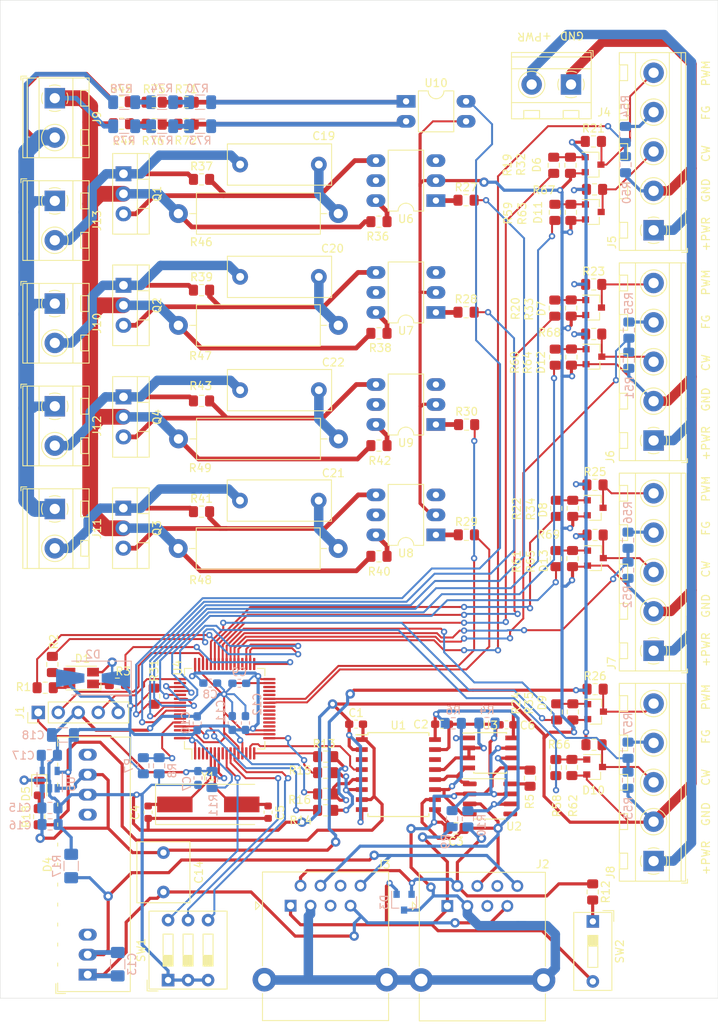
<source format=kicad_pcb>
(kicad_pcb (version 20171130) (host pcbnew "(5.1.0)-1")
  (layers (0 F.Cu signal) (31 B.Cu signal) (34 B.Paste user) (35 F.Paste user) (36 B.SilkS user) (37 F.SilkS user) (38 B.Mask user) (39 F.Mask user) (44 Edge.Cuts user))
  (net 0 "")
  (net 1 VPP)
  (net 2 GNDD)
  (net 3 /GND_5v_IN_ISO)
  (net 4 /+5v_IN_ISO)
  (net 5 /CX_IN)
  (net 6 /CX_OUT)
  (net 7 /RESET)
  (net 8 /IN_GND_24v)
  (net 9 /IN_+24v)
  (net 10 +5V)
  (net 11 "Net-(C17-Pad1)")
  (net 12 "Net-(C19-Pad2)")
  (net 13 "Net-(C19-Pad1)")
  (net 14 "Net-(C20-Pad2)")
  (net 15 "Net-(C20-Pad1)")
  (net 16 "Net-(C21-Pad2)")
  (net 17 "Net-(C21-Pad1)")
  (net 18 "Net-(C22-Pad2)")
  (net 19 "Net-(C22-Pad1)")
  (net 20 "Net-(D1-Pad3)")
  (net 21 "Net-(D1-Pad2)")
  (net 22 "Net-(D1-Pad1)")
  (net 23 "Net-(D2-Pad2)")
  (net 24 /A_ISO)
  (net 25 /B_ISO)
  (net 26 "Net-(D5-Pad2)")
  (net 27 "Net-(D6-Pad3)")
  (net 28 "Net-(D6-Pad1)")
  (net 29 "Net-(D7-Pad3)")
  (net 30 "Net-(D7-Pad1)")
  (net 31 "Net-(D8-Pad3)")
  (net 32 "Net-(D8-Pad1)")
  (net 33 "Net-(D9-Pad3)")
  (net 34 "Net-(D9-Pad1)")
  (net 35 /SWDCL)
  (net 36 /SWDIO)
  (net 37 /FG_CH1)
  (net 38 /CW\CC_CH1)
  (net 39 /FG_CH2)
  (net 40 /CW\CC_CH2)
  (net 41 /FG_CH3)
  (net 42 /CW\CC_CH3)
  (net 43 /FG_CH4)
  (net 44 /CW\CC_CH4)
  (net 45 /N_220v)
  (net 46 /L_220v)
  (net 47 "Net-(Q1-Pad3)")
  (net 48 "Net-(Q2-Pad3)")
  (net 49 "Net-(Q3-Pad3)")
  (net 50 "Net-(Q4-Pad3)")
  (net 51 /G)
  (net 52 /R)
  (net 53 /B)
  (net 54 /DE_ISO)
  (net 55 "Net-(R5-Pad2)")
  (net 56 /RX_ISO)
  (net 57 "Net-(R7-Pad2)")
  (net 58 "Net-(R9-Pad1)")
  (net 59 "Net-(R10-Pad1)")
  (net 60 "Net-(R12-Pad2)")
  (net 61 "Net-(R13-Pad2)")
  (net 62 /TX)
  (net 63 "Net-(R14-Pad2)")
  (net 64 /RX)
  (net 65 "Net-(R15-Pad2)")
  (net 66 "Net-(R16-Pad2)")
  (net 67 /M_CH1)
  (net 68 /M_CH2)
  (net 69 /M_CH3)
  (net 70 /M_CH4)
  (net 71 /DIM_CH1)
  (net 72 "Net-(R27-Pad1)")
  (net 73 /DIM_CH2)
  (net 74 "Net-(R28-Pad1)")
  (net 75 /DIM_CH3)
  (net 76 "Net-(R29-Pad1)")
  (net 77 /DIM_CH4)
  (net 78 "Net-(R30-Pad1)")
  (net 79 /Zero_Det)
  (net 80 "Net-(R36-Pad2)")
  (net 81 "Net-(R38-Pad2)")
  (net 82 "Net-(R40-Pad2)")
  (net 83 "Net-(R42-Pad2)")
  (net 84 "Net-(R44-Pad2)")
  (net 85 "Net-(R45-Pad2)")
  (net 86 "Net-(SW1-Pad6)")
  (net 87 "Net-(SW1-Pad5)")
  (net 88 "Net-(SW1-Pad4)")
  (net 89 /TX_ISO)
  (net 90 /DE)
  (net 91 "Net-(J5-Pad4)")
  (net 92 "Net-(J6-Pad4)")
  (net 93 "Net-(J7-Pad4)")
  (net 94 "Net-(J8-Pad4)")
  (net 95 "Net-(D10-Pad1)")
  (net 96 "Net-(D10-Pad3)")
  (net 97 "Net-(D11-Pad3)")
  (net 98 "Net-(D11-Pad1)")
  (net 99 "Net-(D12-Pad1)")
  (net 100 "Net-(D12-Pad3)")
  (net 101 "Net-(D13-Pad3)")
  (net 102 "Net-(D13-Pad1)")
  (net 103 "Net-(R70-Pad1)")
  (net 104 "Net-(R70-Pad2)")
  (net 105 "Net-(R71-Pad1)")
  (net 106 "Net-(R72-Pad1)")
  (net 107 "Net-(R72-Pad2)")
  (net 108 "Net-(R73-Pad1)")
  (net 109 "Net-(R74-Pad1)")
  (net 110 "Net-(R77-Pad1)")
  (net 111 "Net-(J4-Pad2)")
  (module TerminalBlock_MetzConnect:TerminalBlock_MetzConnect_Type094_RT03505HBLU_1x05_P5.00mm_Horizontal (layer F.Cu) (at 141.62 122.186666 90)
    (fp_text reference J7 (at -1.583334 -5.33 90) (layer F.SilkS))
    (fp_text value Screw_Terminal_01x05)
    (pad 5 thru_hole circle (at 20 0 90) (size 2.6 2.6) (drill 1.3) (layers *.Cu *.Mask) (net 31 "Net-(D8-Pad3)"))
    (pad 4 thru_hole circle (at 15 0 90) (size 2.6 2.6) (drill 1.3) (layers *.Cu *.Mask) (net 93 "Net-(J7-Pad4)"))
    (pad 3 thru_hole circle (at 10 0 90) (size 2.6 2.6) (drill 1.3) (layers *.Cu *.Mask) (net 101 "Net-(D13-Pad3)"))
    (pad 2 thru_hole circle (at 5 0 90) (size 2.6 2.6) (drill 1.3) (layers *.Cu *.Mask) (net 2 GNDD))
    (pad 1 thru_hole rect (at 0 0 90) (size 2.6 2.6) (drill 1.3) (layers *.Cu *.Mask) (net 111 "Net-(J4-Pad2)"))
  )
  (module Connector_RJ:RJ45_Ninigi_GE (layer F.Cu) (at 115.42 154.6)
    (fp_text reference J2 (at 12.11 -5.3) (layer F.SilkS))
    (fp_text value RJ45_Shielded)
    (pad 6 thru_hole circle (at 6.35 -2.54 180) (size 1.5 1.5) (drill 0.9) (layers *.Cu *.Mask))
    (pad 8 thru_hole circle (at 8.89 -2.54 180) (size 1.5 1.5) (drill 0.9) (layers *.Cu *.Mask) (net 8 /IN_GND_24v))
    (pad SH thru_hole circle (at -3.325 9.4) (size 3 3) (drill 1.6) (layers *.Cu *.Mask) (net 3 /GND_5v_IN_ISO))
    (pad 2 thru_hole circle (at 1.27 -2.54 180) (size 1.5 1.5) (drill 0.9) (layers *.Cu *.Mask) (net 24 /A_ISO))
    (pad 1 thru_hole rect (at 0 0 180) (size 1.5 1.5) (drill 0.9) (layers *.Cu *.Mask) (net 25 /B_ISO))
    (pad 7 thru_hole circle (at 7.62 0 180) (size 1.5 1.5) (drill 0.9) (layers *.Cu *.Mask) (net 9 /IN_+24v))
    (pad 4 thru_hole circle (at 3.81 -2.54 180) (size 1.5 1.5) (drill 0.9) (layers *.Cu *.Mask) (net 4 /+5v_IN_ISO))
    (pad 5 thru_hole circle (at 5.08 0 180) (size 1.5 1.5) (drill 0.9) (layers *.Cu *.Mask))
    (pad 3 thru_hole circle (at 2.54 0 180) (size 1.5 1.5) (drill 0.9) (layers *.Cu *.Mask) (net 3 /GND_5v_IN_ISO))
    (pad "" np_thru_hole circle (at -1.27 6.35) (size 3.25 3.25) (drill 3.25) (layers *.Cu *.Mask))
    (pad SH thru_hole circle (at 12.215 9.4 180) (size 3 3) (drill 1.6) (layers *.Cu *.Mask) (net 3 /GND_5v_IN_ISO))
    (pad "" np_thru_hole circle (at 10.16 6.35 180) (size 3.25 3.25) (drill 3.25) (layers *.Cu *.Mask))
  )
  (module Connector_RJ:RJ45_Ninigi_GE (layer F.Cu) (at 95.5 154.56)
    (fp_text reference J3 (at 11.84 -5.21) (layer F.SilkS))
    (fp_text value RJ45_Shielded)
    (pad 6 thru_hole circle (at 6.35 -2.54 180) (size 1.5 1.5) (drill 0.9) (layers *.Cu *.Mask))
    (pad 8 thru_hole circle (at 8.89 -2.54 180) (size 1.5 1.5) (drill 0.9) (layers *.Cu *.Mask) (net 8 /IN_GND_24v))
    (pad SH thru_hole circle (at -3.325 9.4) (size 3 3) (drill 1.6) (layers *.Cu *.Mask) (net 3 /GND_5v_IN_ISO))
    (pad 2 thru_hole circle (at 1.27 -2.54 180) (size 1.5 1.5) (drill 0.9) (layers *.Cu *.Mask) (net 24 /A_ISO))
    (pad 1 thru_hole rect (at 0 0 180) (size 1.5 1.5) (drill 0.9) (layers *.Cu *.Mask) (net 25 /B_ISO))
    (pad 7 thru_hole circle (at 7.62 0 180) (size 1.5 1.5) (drill 0.9) (layers *.Cu *.Mask) (net 9 /IN_+24v))
    (pad 4 thru_hole circle (at 3.81 -2.54 180) (size 1.5 1.5) (drill 0.9) (layers *.Cu *.Mask) (net 4 /+5v_IN_ISO))
    (pad 5 thru_hole circle (at 5.08 0 180) (size 1.5 1.5) (drill 0.9) (layers *.Cu *.Mask))
    (pad 3 thru_hole circle (at 2.54 0 180) (size 1.5 1.5) (drill 0.9) (layers *.Cu *.Mask) (net 3 /GND_5v_IN_ISO))
    (pad "" np_thru_hole circle (at -1.27 6.35) (size 3.25 3.25) (drill 3.25) (layers *.Cu *.Mask))
    (pad SH thru_hole circle (at 12.215 9.4 180) (size 3 3) (drill 1.6) (layers *.Cu *.Mask) (net 3 /GND_5v_IN_ISO))
    (pad "" np_thru_hole circle (at 10.16 6.35 180) (size 3.25 3.25) (drill 3.25) (layers *.Cu *.Mask))
  )
  (module Capacitor_THT:C_Rect_L13.0mm_W5.0mm_P10.00mm_FKS3_FKP3_MKS4 (layer F.Cu) (at 99.074 103.110666 180)
    (fp_text reference C21 (at -1.856 3.480666 180) (layer F.SilkS))
    (fp_text value "0.01 mkF")
    (pad 2 thru_hole circle (at 10 0 180) (size 2 2) (drill 1) (layers *.Cu *.Mask) (net 16 "Net-(C21-Pad2)"))
    (pad 1 thru_hole circle (at 0 0 180) (size 2 2) (drill 1) (layers *.Cu *.Mask) (net 17 "Net-(C21-Pad1)"))
  )
  (module Capacitor_THT:C_Rect_L13.0mm_W5.0mm_P10.00mm_FKS3_FKP3_MKS4 (layer F.Cu) (at 99.094 89.088 180)
    (fp_text reference C22 (at -1.836 3.528 180) (layer F.SilkS))
    (fp_text value "0.01 mkF")
    (pad 2 thru_hole circle (at 10 0 180) (size 2 2) (drill 1) (layers *.Cu *.Mask) (net 18 "Net-(C22-Pad2)"))
    (pad 1 thru_hole circle (at 0 0 180) (size 2 2) (drill 1) (layers *.Cu *.Mask) (net 19 "Net-(C22-Pad1)"))
  )
  (module Capacitor_THT:C_Rect_L13.0mm_W5.0mm_P10.00mm_FKS3_FKP3_MKS4 (layer F.Cu) (at 99.094 74.701333 180)
    (fp_text reference C20 (at -1.736 3.601333 180) (layer F.SilkS))
    (fp_text value "0.01 mkF")
    (pad 2 thru_hole circle (at 10 0 180) (size 2 2) (drill 1) (layers *.Cu *.Mask) (net 14 "Net-(C20-Pad2)"))
    (pad 1 thru_hole circle (at 0 0 180) (size 2 2) (drill 1) (layers *.Cu *.Mask) (net 15 "Net-(C20-Pad1)"))
  )
  (module Capacitor_THT:C_Rect_L13.0mm_W5.0mm_P10.00mm_FKS3_FKP3_MKS4 (layer F.Cu) (at 99.094 60.436 180)
    (fp_text reference C19 (at -0.626 3.626 180) (layer F.SilkS))
    (fp_text value "0.01 mkF")
    (pad 2 thru_hole circle (at 10 0 180) (size 2 2) (drill 1) (layers *.Cu *.Mask) (net 12 "Net-(C19-Pad2)"))
    (pad 1 thru_hole circle (at 0 0 180) (size 2 2) (drill 1) (layers *.Cu *.Mask) (net 13 "Net-(C19-Pad1)"))
  )
  (module TerminalBlock_MetzConnect:TerminalBlock_MetzConnect_Type094_RT03502HBLU_1x02_P5.00mm_Horizontal (layer F.Cu) (at 65.55 78.093 270)
    (fp_text reference J10 (at 2.5 -5.36 270) (layer F.SilkS))
    (fp_text value Screw_Terminal_01x02)
    (pad 2 thru_hole circle (at 5 0 270) (size 2.6 2.6) (drill 1.3) (layers *.Cu *.Mask) (net 14 "Net-(C20-Pad2)"))
    (pad 1 thru_hole rect (at 0 0 270) (size 2.6 2.6) (drill 1.3) (layers *.Cu *.Mask) (net 45 /N_220v))
  )
  (module Crystal:Crystal_SMD_HC49-SD (layer F.Cu) (at 85.05 141.7)
    (fp_text reference Y1 (at 0 -3.55) (layer F.SilkS))
    (fp_text value Crystal_Small)
    (pad 2 smd rect (at 4.25 0) (size 4.5 2) (layers F.Cu F.Paste F.Mask) (net 6 /CX_OUT))
    (pad 1 smd rect (at -4.25 0) (size 4.5 2) (layers F.Cu F.Paste F.Mask) (net 5 /CX_IN))
  )
  (module Package_DIP:DIP-4_W7.62mm_LongPads (layer F.Cu) (at 110.176 52.41)
    (fp_text reference U10 (at 3.81 -2.33) (layer F.SilkS))
    (fp_text value EL814)
    (pad 4 thru_hole oval (at 7.62 0) (size 2.4 1.6) (drill 0.8) (layers *.Cu *.Mask) (net 79 /Zero_Det))
    (pad 2 thru_hole oval (at 0 2.54) (size 2.4 1.6) (drill 0.8) (layers *.Cu *.Mask) (net 107 "Net-(R72-Pad2)"))
    (pad 3 thru_hole oval (at 7.62 2.54) (size 2.4 1.6) (drill 0.8) (layers *.Cu *.Mask) (net 2 GNDD))
    (pad 1 thru_hole rect (at 0 0) (size 2.4 1.6) (drill 0.8) (layers *.Cu *.Mask) (net 104 "Net-(R70-Pad2)"))
  )
  (module Package_DIP:DIP-6_W7.62mm_LongPads (layer F.Cu) (at 113.964 93.452 180)
    (fp_text reference U9 (at 3.81 -2.33 180) (layer F.SilkS))
    (fp_text value MOC3063M)
    (pad 6 thru_hole oval (at 7.62 0 180) (size 2.4 1.6) (drill 0.8) (layers *.Cu *.Mask) (net 83 "Net-(R42-Pad2)"))
    (pad 3 thru_hole oval (at 0 5.08 180) (size 2.4 1.6) (drill 0.8) (layers *.Cu *.Mask))
    (pad 5 thru_hole oval (at 7.62 2.54 180) (size 2.4 1.6) (drill 0.8) (layers *.Cu *.Mask))
    (pad 2 thru_hole oval (at 0 2.54 180) (size 2.4 1.6) (drill 0.8) (layers *.Cu *.Mask) (net 2 GNDD))
    (pad 4 thru_hole oval (at 7.62 5.08 180) (size 2.4 1.6) (drill 0.8) (layers *.Cu *.Mask) (net 50 "Net-(Q4-Pad3)"))
    (pad 1 thru_hole rect (at 0 0 180) (size 2.4 1.6) (drill 0.8) (layers *.Cu *.Mask) (net 78 "Net-(R30-Pad1)"))
  )
  (module Package_DIP:DIP-6_W7.62mm_LongPads (layer F.Cu) (at 113.964 107.47 180)
    (fp_text reference U8 (at 3.81 -2.33 180) (layer F.SilkS))
    (fp_text value MOC3063M)
    (pad 6 thru_hole oval (at 7.62 0 180) (size 2.4 1.6) (drill 0.8) (layers *.Cu *.Mask) (net 82 "Net-(R40-Pad2)"))
    (pad 3 thru_hole oval (at 0 5.08 180) (size 2.4 1.6) (drill 0.8) (layers *.Cu *.Mask))
    (pad 5 thru_hole oval (at 7.62 2.54 180) (size 2.4 1.6) (drill 0.8) (layers *.Cu *.Mask))
    (pad 2 thru_hole oval (at 0 2.54 180) (size 2.4 1.6) (drill 0.8) (layers *.Cu *.Mask) (net 2 GNDD))
    (pad 4 thru_hole oval (at 7.62 5.08 180) (size 2.4 1.6) (drill 0.8) (layers *.Cu *.Mask) (net 49 "Net-(Q3-Pad3)"))
    (pad 1 thru_hole rect (at 0 0 180) (size 2.4 1.6) (drill 0.8) (layers *.Cu *.Mask) (net 76 "Net-(R29-Pad1)"))
  )
  (module Package_DIP:DIP-6_W7.62mm_LongPads (layer F.Cu) (at 113.964 79.218 180)
    (fp_text reference U7 (at 3.81 -2.33 180) (layer F.SilkS))
    (fp_text value MOC3063M)
    (pad 6 thru_hole oval (at 7.62 0 180) (size 2.4 1.6) (drill 0.8) (layers *.Cu *.Mask) (net 81 "Net-(R38-Pad2)"))
    (pad 3 thru_hole oval (at 0 5.08 180) (size 2.4 1.6) (drill 0.8) (layers *.Cu *.Mask))
    (pad 5 thru_hole oval (at 7.62 2.54 180) (size 2.4 1.6) (drill 0.8) (layers *.Cu *.Mask))
    (pad 2 thru_hole oval (at 0 2.54 180) (size 2.4 1.6) (drill 0.8) (layers *.Cu *.Mask) (net 2 GNDD))
    (pad 4 thru_hole oval (at 7.62 5.08 180) (size 2.4 1.6) (drill 0.8) (layers *.Cu *.Mask) (net 48 "Net-(Q2-Pad3)"))
    (pad 1 thru_hole rect (at 0 0 180) (size 2.4 1.6) (drill 0.8) (layers *.Cu *.Mask) (net 74 "Net-(R28-Pad1)"))
  )
  (module Package_DIP:DIP-6_W7.62mm_LongPads (layer F.Cu) (at 113.964 65.016 180)
    (fp_text reference U6 (at 3.81 -2.33 180) (layer F.SilkS))
    (fp_text value MOC3063M)
    (pad 6 thru_hole oval (at 7.62 0 180) (size 2.4 1.6) (drill 0.8) (layers *.Cu *.Mask) (net 80 "Net-(R36-Pad2)"))
    (pad 3 thru_hole oval (at 0 5.08 180) (size 2.4 1.6) (drill 0.8) (layers *.Cu *.Mask))
    (pad 5 thru_hole oval (at 7.62 2.54 180) (size 2.4 1.6) (drill 0.8) (layers *.Cu *.Mask))
    (pad 2 thru_hole oval (at 0 2.54 180) (size 2.4 1.6) (drill 0.8) (layers *.Cu *.Mask) (net 2 GNDD))
    (pad 4 thru_hole oval (at 7.62 5.08 180) (size 2.4 1.6) (drill 0.8) (layers *.Cu *.Mask) (net 47 "Net-(Q1-Pad3)"))
    (pad 1 thru_hole rect (at 0 0 180) (size 2.4 1.6) (drill 0.8) (layers *.Cu *.Mask) (net 72 "Net-(R27-Pad1)"))
  )
  (module Package_TO_SOT_SMD:SOT-23-5 (layer B.Cu) (at 64.9 138.55 90)
    (fp_text reference U5 (at -0.55 2.7 90) (layer B.SilkS) (effects (justify mirror)))
    (fp_text value TPS73133DBV)
    (pad 5 smd rect (at 1.1 0.95 90) (size 1.06 0.65) (layers B.Cu B.Paste B.Mask) (net 1 VPP))
    (pad 4 smd rect (at 1.1 -0.95 90) (size 1.06 0.65) (layers B.Cu B.Paste B.Mask) (net 11 "Net-(C17-Pad1)"))
    (pad 3 smd rect (at -1.1 -0.95 90) (size 1.06 0.65) (layers B.Cu B.Paste B.Mask) (net 10 +5V))
    (pad 2 smd rect (at -1.1 0 90) (size 1.06 0.65) (layers B.Cu B.Paste B.Mask) (net 2 GNDD))
    (pad 1 smd rect (at -1.1 0.95 90) (size 1.06 0.65) (layers B.Cu B.Paste B.Mask) (net 10 +5V))
  )
  (module Package_QFP:LQFP-64_10x10mm_P0.5mm (layer F.Cu) (at 87.13 129.54 90)
    (fp_text reference U4 (at 5.19 -5.96 90) (layer F.SilkS))
    (fp_text value STM32F103RCTx)
    (pad 64 smd roundrect (at -3.75 -5.675 90) (size 0.3 1.55) (layers F.Cu F.Paste F.Mask) (net 1 VPP))
    (pad 63 smd roundrect (at -3.25 -5.675 90) (size 0.3 1.55) (layers F.Cu F.Paste F.Mask) (net 2 GNDD))
    (pad 62 smd roundrect (at -2.75 -5.675 90) (size 0.3 1.55) (layers F.Cu F.Paste F.Mask) (net 66 "Net-(R16-Pad2)"))
    (pad 61 smd roundrect (at -2.25 -5.675 90) (size 0.3 1.55) (layers F.Cu F.Paste F.Mask) (net 63 "Net-(R14-Pad2)"))
    (pad 60 smd roundrect (at -1.75 -5.675 90) (size 0.3 1.55) (layers F.Cu F.Paste F.Mask) (net 57 "Net-(R7-Pad2)"))
    (pad 59 smd roundrect (at -1.25 -5.675 90) (size 0.3 1.55) (layers F.Cu F.Paste F.Mask))
    (pad 58 smd roundrect (at -0.75 -5.675 90) (size 0.3 1.55) (layers F.Cu F.Paste F.Mask))
    (pad 57 smd roundrect (at -0.25 -5.675 90) (size 0.3 1.55) (layers F.Cu F.Paste F.Mask) (net 73 /DIM_CH2))
    (pad 56 smd roundrect (at 0.25 -5.675 90) (size 0.3 1.55) (layers F.Cu F.Paste F.Mask) (net 71 /DIM_CH1))
    (pad 55 smd roundrect (at 0.75 -5.675 90) (size 0.3 1.55) (layers F.Cu F.Paste F.Mask) (net 79 /Zero_Det))
    (pad 54 smd roundrect (at 1.25 -5.675 90) (size 0.3 1.55) (layers F.Cu F.Paste F.Mask) (net 38 /CW\CC_CH1))
    (pad 53 smd roundrect (at 1.75 -5.675 90) (size 0.3 1.55) (layers F.Cu F.Paste F.Mask) (net 40 /CW\CC_CH2))
    (pad 52 smd roundrect (at 2.25 -5.675 90) (size 0.3 1.55) (layers F.Cu F.Paste F.Mask) (net 42 /CW\CC_CH3))
    (pad 51 smd roundrect (at 2.75 -5.675 90) (size 0.3 1.55) (layers F.Cu F.Paste F.Mask) (net 44 /CW\CC_CH4))
    (pad 50 smd roundrect (at 3.25 -5.675 90) (size 0.3 1.55) (layers F.Cu F.Paste F.Mask))
    (pad 49 smd roundrect (at 3.75 -5.675 90) (size 0.3 1.55) (layers F.Cu F.Paste F.Mask) (net 35 /SWDCL))
    (pad 48 smd roundrect (at 5.675 -3.75 90) (size 1.55 0.3) (layers F.Cu F.Paste F.Mask) (net 1 VPP))
    (pad 47 smd roundrect (at 5.675 -3.25 90) (size 1.55 0.3) (layers F.Cu F.Paste F.Mask) (net 2 GNDD))
    (pad 46 smd roundrect (at 5.675 -2.75 90) (size 1.55 0.3) (layers F.Cu F.Paste F.Mask) (net 36 /SWDIO))
    (pad 45 smd roundrect (at 5.675 -2.25 90) (size 1.55 0.3) (layers F.Cu F.Paste F.Mask))
    (pad 44 smd roundrect (at 5.675 -1.75 90) (size 1.55 0.3) (layers F.Cu F.Paste F.Mask) (net 70 /M_CH4))
    (pad 43 smd roundrect (at 5.675 -1.25 90) (size 1.55 0.3) (layers F.Cu F.Paste F.Mask) (net 69 /M_CH3))
    (pad 42 smd roundrect (at 5.675 -0.75 90) (size 1.55 0.3) (layers F.Cu F.Paste F.Mask) (net 68 /M_CH2))
    (pad 41 smd roundrect (at 5.675 -0.25 90) (size 1.55 0.3) (layers F.Cu F.Paste F.Mask) (net 67 /M_CH1))
    (pad 40 smd roundrect (at 5.675 0.25 90) (size 1.55 0.3) (layers F.Cu F.Paste F.Mask) (net 43 /FG_CH4))
    (pad 39 smd roundrect (at 5.675 0.75 90) (size 1.55 0.3) (layers F.Cu F.Paste F.Mask) (net 41 /FG_CH3))
    (pad 38 smd roundrect (at 5.675 1.25 90) (size 1.55 0.3) (layers F.Cu F.Paste F.Mask) (net 39 /FG_CH2))
    (pad 37 smd roundrect (at 5.675 1.75 90) (size 1.55 0.3) (layers F.Cu F.Paste F.Mask) (net 37 /FG_CH1))
    (pad 36 smd roundrect (at 5.675 2.25 90) (size 1.55 0.3) (layers F.Cu F.Paste F.Mask))
    (pad 35 smd roundrect (at 5.675 2.75 90) (size 1.55 0.3) (layers F.Cu F.Paste F.Mask) (net 52 /R))
    (pad 34 smd roundrect (at 5.675 3.25 90) (size 1.55 0.3) (layers F.Cu F.Paste F.Mask) (net 51 /G))
    (pad 33 smd roundrect (at 5.675 3.75 90) (size 1.55 0.3) (layers F.Cu F.Paste F.Mask) (net 53 /B))
    (pad 32 smd roundrect (at 3.75 5.675 90) (size 0.3 1.55) (layers F.Cu F.Paste F.Mask) (net 1 VPP))
    (pad 31 smd roundrect (at 3.25 5.675 90) (size 0.3 1.55) (layers F.Cu F.Paste F.Mask) (net 2 GNDD))
    (pad 30 smd roundrect (at 2.75 5.675 90) (size 0.3 1.55) (layers F.Cu F.Paste F.Mask))
    (pad 29 smd roundrect (at 2.25 5.675 90) (size 0.3 1.55) (layers F.Cu F.Paste F.Mask))
    (pad 28 smd roundrect (at 1.75 5.675 90) (size 0.3 1.55) (layers F.Cu F.Paste F.Mask))
    (pad 27 smd roundrect (at 1.25 5.675 90) (size 0.3 1.55) (layers F.Cu F.Paste F.Mask) (net 77 /DIM_CH4))
    (pad 26 smd roundrect (at 0.75 5.675 90) (size 0.3 1.55) (layers F.Cu F.Paste F.Mask) (net 75 /DIM_CH3))
    (pad 25 smd roundrect (at 0.25 5.675 90) (size 0.3 1.55) (layers F.Cu F.Paste F.Mask))
    (pad 24 smd roundrect (at -0.25 5.675 90) (size 0.3 1.55) (layers F.Cu F.Paste F.Mask))
    (pad 23 smd roundrect (at -0.75 5.675 90) (size 0.3 1.55) (layers F.Cu F.Paste F.Mask))
    (pad 22 smd roundrect (at -1.25 5.675 90) (size 0.3 1.55) (layers F.Cu F.Paste F.Mask))
    (pad 21 smd roundrect (at -1.75 5.675 90) (size 0.3 1.55) (layers F.Cu F.Paste F.Mask))
    (pad 20 smd roundrect (at -2.25 5.675 90) (size 0.3 1.55) (layers F.Cu F.Paste F.Mask))
    (pad 19 smd roundrect (at -2.75 5.675 90) (size 0.3 1.55) (layers F.Cu F.Paste F.Mask) (net 1 VPP))
    (pad 18 smd roundrect (at -3.25 5.675 90) (size 0.3 1.55) (layers F.Cu F.Paste F.Mask) (net 2 GNDD))
    (pad 17 smd roundrect (at -3.75 5.675 90) (size 0.3 1.55) (layers F.Cu F.Paste F.Mask) (net 65 "Net-(R15-Pad2)"))
    (pad 16 smd roundrect (at -5.675 3.75 90) (size 1.55 0.3) (layers F.Cu F.Paste F.Mask) (net 61 "Net-(R13-Pad2)"))
    (pad 15 smd roundrect (at -5.675 3.25 90) (size 1.55 0.3) (layers F.Cu F.Paste F.Mask) (net 90 /DE))
    (pad 14 smd roundrect (at -5.675 2.75 90) (size 1.55 0.3) (layers F.Cu F.Paste F.Mask))
    (pad 13 smd roundrect (at -5.675 2.25 90) (size 1.55 0.3) (layers F.Cu F.Paste F.Mask) (net 1 VPP))
    (pad 12 smd roundrect (at -5.675 1.75 90) (size 1.55 0.3) (layers F.Cu F.Paste F.Mask) (net 2 GNDD))
    (pad 11 smd roundrect (at -5.675 1.25 90) (size 1.55 0.3) (layers F.Cu F.Paste F.Mask) (net 88 "Net-(SW1-Pad4)"))
    (pad 10 smd roundrect (at -5.675 0.75 90) (size 1.55 0.3) (layers F.Cu F.Paste F.Mask) (net 87 "Net-(SW1-Pad5)"))
    (pad 9 smd roundrect (at -5.675 0.25 90) (size 1.55 0.3) (layers F.Cu F.Paste F.Mask) (net 86 "Net-(SW1-Pad6)"))
    (pad 8 smd roundrect (at -5.675 -0.25 90) (size 1.55 0.3) (layers F.Cu F.Paste F.Mask))
    (pad 7 smd roundrect (at -5.675 -0.75 90) (size 1.55 0.3) (layers F.Cu F.Paste F.Mask) (net 7 /RESET))
    (pad 6 smd roundrect (at -5.675 -1.25 90) (size 1.55 0.3) (layers F.Cu F.Paste F.Mask) (net 6 /CX_OUT))
    (pad 5 smd roundrect (at -5.675 -1.75 90) (size 1.55 0.3) (layers F.Cu F.Paste F.Mask) (net 5 /CX_IN))
    (pad 4 smd roundrect (at -5.675 -2.25 90) (size 1.55 0.3) (layers F.Cu F.Paste F.Mask))
    (pad 3 smd roundrect (at -5.675 -2.75 90) (size 1.55 0.3) (layers F.Cu F.Paste F.Mask))
    (pad 2 smd roundrect (at -5.675 -3.25 90) (size 1.55 0.3) (layers F.Cu F.Paste F.Mask))
    (pad 1 smd roundrect (at -5.675 -3.75 90) (size 1.55 0.3) (layers F.Cu F.Paste F.Mask) (net 1 VPP))
  )
  (module Package_SO:SOIC-8_3.9x4.9mm_P1.27mm (layer F.Cu) (at 120.86 135.16)
    (fp_text reference U3 (at 0 -3.5) (layer F.SilkS))
    (fp_text value MAX3485)
    (pad 8 smd rect (at 2.7 -1.905) (size 1.55 0.6) (layers F.Cu F.Paste F.Mask) (net 4 /+5v_IN_ISO))
    (pad 7 smd rect (at 2.7 -0.635) (size 1.55 0.6) (layers F.Cu F.Paste F.Mask) (net 58 "Net-(R9-Pad1)"))
    (pad 6 smd rect (at 2.7 0.635) (size 1.55 0.6) (layers F.Cu F.Paste F.Mask) (net 59 "Net-(R10-Pad1)"))
    (pad 5 smd rect (at 2.7 1.905) (size 1.55 0.6) (layers F.Cu F.Paste F.Mask) (net 3 /GND_5v_IN_ISO))
    (pad 4 smd rect (at -2.7 1.905) (size 1.55 0.6) (layers F.Cu F.Paste F.Mask) (net 89 /TX_ISO))
    (pad 3 smd rect (at -2.7 0.635) (size 1.55 0.6) (layers F.Cu F.Paste F.Mask) (net 54 /DE_ISO))
    (pad 2 smd rect (at -2.7 -0.635) (size 1.55 0.6) (layers F.Cu F.Paste F.Mask) (net 54 /DE_ISO))
    (pad 1 smd rect (at -2.7 -1.905) (size 1.55 0.6) (layers F.Cu F.Paste F.Mask) (net 56 /RX_ISO))
  )
  (module Package_SO:SO-8_3.9x4.9mm_P1.27mm (layer F.Cu) (at 120.84 141)
    (fp_text reference U2 (at 3.05 3.49) (layer F.SilkS))
    (fp_text value MCP2551-I_SN)
    (pad 8 smd roundrect (at 2.575 -1.905) (size 1.75 0.6) (layers F.Cu F.Paste F.Mask) (net 55 "Net-(R5-Pad2)"))
    (pad 7 smd roundrect (at 2.575 -0.635) (size 1.75 0.6) (layers F.Cu F.Paste F.Mask) (net 58 "Net-(R9-Pad1)"))
    (pad 6 smd roundrect (at 2.575 0.635) (size 1.75 0.6) (layers F.Cu F.Paste F.Mask) (net 59 "Net-(R10-Pad1)"))
    (pad 5 smd roundrect (at 2.575 1.905) (size 1.75 0.6) (layers F.Cu F.Paste F.Mask))
    (pad 4 smd roundrect (at -2.575 1.905) (size 1.75 0.6) (layers F.Cu F.Paste F.Mask) (net 56 /RX_ISO))
    (pad 3 smd roundrect (at -2.575 0.635) (size 1.75 0.6) (layers F.Cu F.Paste F.Mask) (net 4 /+5v_IN_ISO))
    (pad 2 smd roundrect (at -2.575 -0.635) (size 1.75 0.6) (layers F.Cu F.Paste F.Mask) (net 3 /GND_5v_IN_ISO))
    (pad 1 smd roundrect (at -2.575 -1.905) (size 1.75 0.6) (layers F.Cu F.Paste F.Mask) (net 89 /TX_ISO))
  )
  (module Package_SO:SOIC-16W_7.5x10.3mm_P1.27mm (layer F.Cu) (at 109.2 137.91)
    (fp_text reference U1 (at 0 -6.25) (layer F.SilkS))
    (fp_text value ISO7341C)
    (pad 16 smd rect (at 4.65 -4.445) (size 1.5 0.6) (layers F.Cu F.Paste F.Mask) (net 4 /+5v_IN_ISO))
    (pad 15 smd rect (at 4.65 -3.175) (size 1.5 0.6) (layers F.Cu F.Paste F.Mask) (net 3 /GND_5v_IN_ISO))
    (pad 14 smd rect (at 4.65 -1.905) (size 1.5 0.6) (layers F.Cu F.Paste F.Mask))
    (pad 13 smd rect (at 4.65 -0.635) (size 1.5 0.6) (layers F.Cu F.Paste F.Mask) (net 54 /DE_ISO))
    (pad 12 smd rect (at 4.65 0.635) (size 1.5 0.6) (layers F.Cu F.Paste F.Mask) (net 89 /TX_ISO))
    (pad 11 smd rect (at 4.65 1.905) (size 1.5 0.6) (layers F.Cu F.Paste F.Mask) (net 56 /RX_ISO))
    (pad 10 smd rect (at 4.65 3.175) (size 1.5 0.6) (layers F.Cu F.Paste F.Mask) (net 4 /+5v_IN_ISO))
    (pad 9 smd rect (at 4.65 4.445) (size 1.5 0.6) (layers F.Cu F.Paste F.Mask) (net 3 /GND_5v_IN_ISO))
    (pad 8 smd rect (at -4.65 4.445) (size 1.5 0.6) (layers F.Cu F.Paste F.Mask) (net 2 GNDD))
    (pad 7 smd rect (at -4.65 3.175) (size 1.5 0.6) (layers F.Cu F.Paste F.Mask) (net 1 VPP))
    (pad 6 smd rect (at -4.65 1.905) (size 1.5 0.6) (layers F.Cu F.Paste F.Mask) (net 64 /RX))
    (pad 5 smd rect (at -4.65 0.635) (size 1.5 0.6) (layers F.Cu F.Paste F.Mask) (net 62 /TX))
    (pad 4 smd rect (at -4.65 -0.635) (size 1.5 0.6) (layers F.Cu F.Paste F.Mask) (net 90 /DE))
    (pad 3 smd rect (at -4.65 -1.905) (size 1.5 0.6) (layers F.Cu F.Paste F.Mask))
    (pad 2 smd rect (at -4.65 -3.175) (size 1.5 0.6) (layers F.Cu F.Paste F.Mask) (net 2 GNDD))
    (pad 1 smd rect (at -4.65 -4.445) (size 1.5 0.6) (layers F.Cu F.Paste F.Mask) (net 1 VPP))
  )
  (module Button_Switch_THT:SW_DIP_SPSTx01_Slide_9.78x4.72mm_W7.62mm_P2.54mm (layer F.Cu) (at 133.9 156.56 270)
    (fp_text reference SW2 (at 3.81 -3.42 270) (layer F.SilkS))
    (fp_text value SW_DIP_x01)
    (pad 2 thru_hole oval (at 7.62 0 270) (size 1.6 1.6) (drill 0.8) (layers *.Cu *.Mask) (net 25 /B_ISO))
    (pad 1 thru_hole rect (at 0 0 270) (size 1.6 1.6) (drill 0.8) (layers *.Cu *.Mask) (net 60 "Net-(R12-Pad2)"))
  )
  (module Button_Switch_THT:SW_DIP_SPSTx03_Slide_9.78x9.8mm_W7.62mm_P2.54mm (layer F.Cu) (at 79.94 164.01 90)
    (fp_text reference SW1 (at 3.81 -3.42 90) (layer F.SilkS))
    (fp_text value SW_DIP_x03)
    (pad 6 thru_hole oval (at 7.62 0 90) (size 1.6 1.6) (drill 0.8) (layers *.Cu *.Mask) (net 86 "Net-(SW1-Pad6)"))
    (pad 3 thru_hole oval (at 0 5.08 90) (size 1.6 1.6) (drill 0.8) (layers *.Cu *.Mask) (net 2 GNDD))
    (pad 5 thru_hole oval (at 7.62 2.54 90) (size 1.6 1.6) (drill 0.8) (layers *.Cu *.Mask) (net 87 "Net-(SW1-Pad5)"))
    (pad 2 thru_hole oval (at 0 2.54 90) (size 1.6 1.6) (drill 0.8) (layers *.Cu *.Mask) (net 2 GNDD))
    (pad 4 thru_hole oval (at 7.62 5.08 90) (size 1.6 1.6) (drill 0.8) (layers *.Cu *.Mask) (net 88 "Net-(SW1-Pad4)"))
    (pad 1 thru_hole rect (at 0 0 90) (size 1.6 1.6) (drill 0.8) (layers *.Cu *.Mask) (net 2 GNDD))
  )
  (module Resistor_THT:R_Axial_DIN0516_L15.5mm_D5.0mm_P20.32mm_Horizontal (layer F.Cu) (at 81.27 95.28)
    (fp_text reference R49 (at 2.75 3.7) (layer F.SilkS))
    (fp_text value 39)
    (pad 2 thru_hole oval (at 20.32 0) (size 2.4 2.4) (drill 1.2) (layers *.Cu *.Mask) (net 19 "Net-(C22-Pad1)"))
    (pad 1 thru_hole circle (at 0 0) (size 2.4 2.4) (drill 1.2) (layers *.Cu *.Mask) (net 46 /L_220v))
  )
  (module Resistor_THT:R_Axial_DIN0516_L15.5mm_D5.0mm_P20.32mm_Horizontal (layer F.Cu) (at 81.23 109.2)
    (fp_text reference R48 (at 2.83 4.01) (layer F.SilkS))
    (fp_text value 39)
    (pad 2 thru_hole oval (at 20.32 0) (size 2.4 2.4) (drill 1.2) (layers *.Cu *.Mask) (net 17 "Net-(C21-Pad1)"))
    (pad 1 thru_hole circle (at 0 0) (size 2.4 2.4) (drill 1.2) (layers *.Cu *.Mask) (net 46 /L_220v))
  )
  (module Resistor_THT:R_Axial_DIN0516_L15.5mm_D5.0mm_P20.32mm_Horizontal (layer F.Cu) (at 81.254 80.861333)
    (fp_text reference R47 (at 2.806 3.878667) (layer F.SilkS))
    (fp_text value 39)
    (pad 2 thru_hole oval (at 20.32 0) (size 2.4 2.4) (drill 1.2) (layers *.Cu *.Mask) (net 15 "Net-(C20-Pad1)"))
    (pad 1 thru_hole circle (at 0 0) (size 2.4 2.4) (drill 1.2) (layers *.Cu *.Mask) (net 46 /L_220v))
  )
  (module Resistor_THT:R_Axial_DIN0516_L15.5mm_D5.0mm_P20.32mm_Horizontal (layer F.Cu) (at 81.254 66.666)
    (fp_text reference R46 (at 2.896 3.624) (layer F.SilkS))
    (fp_text value 39)
    (pad 2 thru_hole oval (at 20.32 0) (size 2.4 2.4) (drill 1.2) (layers *.Cu *.Mask) (net 13 "Net-(C19-Pad1)"))
    (pad 1 thru_hole circle (at 0 0) (size 2.4 2.4) (drill 1.2) (layers *.Cu *.Mask) (net 46 /L_220v))
  )
  (module Resistor_SMD:R_0805_2012Metric_Pad1.15x1.40mm_HandSolder (layer F.Cu) (at 73.98 52.46)
    (fp_text reference R45 (at 0 -1.65) (layer F.SilkS))
    (fp_text value 51K)
    (pad 2 smd roundrect (at 1.025 0) (size 1.15 1.4) (layers F.Cu F.Paste F.Mask) (roundrect_rratio 0.217391) (net 85 "Net-(R45-Pad2)"))
    (pad 1 smd roundrect (at -1.025 0) (size 1.15 1.4) (layers F.Cu F.Paste F.Mask) (roundrect_rratio 0.217391) (net 45 /N_220v))
  )
  (module Resistor_SMD:R_0805_2012Metric_Pad1.15x1.40mm_HandSolder (layer F.Cu) (at 74.02 55.25)
    (fp_text reference R44 (at 0.3 2.21) (layer F.SilkS))
    (fp_text value 51K)
    (pad 2 smd roundrect (at 1.025 0) (size 1.15 1.4) (layers F.Cu F.Paste F.Mask) (roundrect_rratio 0.217391) (net 84 "Net-(R44-Pad2)"))
    (pad 1 smd roundrect (at -1.025 0) (size 1.15 1.4) (layers F.Cu F.Paste F.Mask) (roundrect_rratio 0.217391) (net 46 /L_220v))
  )
  (module Resistor_SMD:R_0805_2012Metric_Pad1.15x1.40mm_HandSolder (layer F.Cu) (at 84.19 90.453332)
    (fp_text reference R43 (at -0.1 -1.893332) (layer F.SilkS))
    (fp_text value 330)
    (pad 2 smd roundrect (at 1.025 0) (size 1.15 1.4) (layers F.Cu F.Paste F.Mask) (roundrect_rratio 0.217391) (net 50 "Net-(Q4-Pad3)"))
    (pad 1 smd roundrect (at -1.025 0) (size 1.15 1.4) (layers F.Cu F.Paste F.Mask) (roundrect_rratio 0.217391) (net 18 "Net-(C22-Pad2)"))
  )
  (module Resistor_SMD:R_0805_2012Metric_Pad1.15x1.40mm_HandSolder (layer F.Cu) (at 106.73 96.13)
    (fp_text reference R42 (at 0.11 1.93) (layer F.SilkS))
    (fp_text value 380)
    (pad 2 smd roundrect (at 1.025 0) (size 1.15 1.4) (layers F.Cu F.Paste F.Mask) (roundrect_rratio 0.217391) (net 83 "Net-(R42-Pad2)"))
    (pad 1 smd roundrect (at -1.025 0) (size 1.15 1.4) (layers F.Cu F.Paste F.Mask) (roundrect_rratio 0.217391) (net 46 /L_220v))
  )
  (module Resistor_SMD:R_0805_2012Metric_Pad1.15x1.40mm_HandSolder (layer F.Cu) (at 84.19 104.52)
    (fp_text reference R41 (at 0 -1.65) (layer F.SilkS))
    (fp_text value 330)
    (pad 2 smd roundrect (at 1.025 0) (size 1.15 1.4) (layers F.Cu F.Paste F.Mask) (roundrect_rratio 0.217391) (net 49 "Net-(Q3-Pad3)"))
    (pad 1 smd roundrect (at -1.025 0) (size 1.15 1.4) (layers F.Cu F.Paste F.Mask) (roundrect_rratio 0.217391) (net 16 "Net-(C21-Pad2)"))
  )
  (module Resistor_SMD:R_0805_2012Metric_Pad1.15x1.40mm_HandSolder (layer F.Cu) (at 106.73 110.19)
    (fp_text reference R40 (at 0.04 1.94) (layer F.SilkS))
    (fp_text value 380)
    (pad 2 smd roundrect (at 1.025 0) (size 1.15 1.4) (layers F.Cu F.Paste F.Mask) (roundrect_rratio 0.217391) (net 82 "Net-(R40-Pad2)"))
    (pad 1 smd roundrect (at -1.025 0) (size 1.15 1.4) (layers F.Cu F.Paste F.Mask) (roundrect_rratio 0.217391) (net 46 /L_220v))
  )
  (module Resistor_SMD:R_0805_2012Metric_Pad1.15x1.40mm_HandSolder (layer F.Cu) (at 84.19 76.386666)
    (fp_text reference R39 (at 0 -1.65) (layer F.SilkS))
    (fp_text value 330)
    (pad 2 smd roundrect (at 1.025 0) (size 1.15 1.4) (layers F.Cu F.Paste F.Mask) (roundrect_rratio 0.217391) (net 48 "Net-(Q2-Pad3)"))
    (pad 1 smd roundrect (at -1.025 0) (size 1.15 1.4) (layers F.Cu F.Paste F.Mask) (roundrect_rratio 0.217391) (net 14 "Net-(C20-Pad2)"))
  )
  (module Resistor_SMD:R_0805_2012Metric_Pad1.15x1.40mm_HandSolder (layer F.Cu) (at 106.73 81.87)
    (fp_text reference R38 (at 0.17 1.86) (layer F.SilkS))
    (fp_text value 380)
    (pad 2 smd roundrect (at 1.025 0) (size 1.15 1.4) (layers F.Cu F.Paste F.Mask) (roundrect_rratio 0.217391) (net 81 "Net-(R38-Pad2)"))
    (pad 1 smd roundrect (at -1.025 0) (size 1.15 1.4) (layers F.Cu F.Paste F.Mask) (roundrect_rratio 0.217391) (net 46 /L_220v))
  )
  (module Resistor_SMD:R_0805_2012Metric_Pad1.15x1.40mm_HandSolder (layer F.Cu) (at 84.19 62.32)
    (fp_text reference R37 (at 0 -1.65) (layer F.SilkS))
    (fp_text value 330)
    (pad 2 smd roundrect (at 1.025 0) (size 1.15 1.4) (layers F.Cu F.Paste F.Mask) (roundrect_rratio 0.217391) (net 47 "Net-(Q1-Pad3)"))
    (pad 1 smd roundrect (at -1.025 0) (size 1.15 1.4) (layers F.Cu F.Paste F.Mask) (roundrect_rratio 0.217391) (net 12 "Net-(C19-Pad2)"))
  )
  (module Resistor_SMD:R_0805_2012Metric_Pad1.15x1.40mm_HandSolder (layer F.Cu) (at 106.73 67.69)
    (fp_text reference R36 (at -0.15 1.88) (layer F.SilkS))
    (fp_text value 380)
    (pad 2 smd roundrect (at 1.025 0) (size 1.15 1.4) (layers F.Cu F.Paste F.Mask) (roundrect_rratio 0.217391) (net 80 "Net-(R36-Pad2)"))
    (pad 1 smd roundrect (at -1.025 0) (size 1.15 1.4) (layers F.Cu F.Paste F.Mask) (roundrect_rratio 0.217391) (net 46 /L_220v))
  )
  (module Resistor_SMD:R_0805_2012Metric_Pad1.15x1.40mm_HandSolder (layer F.Cu) (at 78.172 127.956 270)
    (fp_text reference R31 (at -3.246 -0.008 270) (layer F.SilkS))
    (fp_text value 4.7k)
    (pad 2 smd roundrect (at 1.025 0 270) (size 1.15 1.4) (layers F.Cu F.Paste F.Mask) (roundrect_rratio 0.217391) (net 79 /Zero_Det))
    (pad 1 smd roundrect (at -1.025 0 270) (size 1.15 1.4) (layers F.Cu F.Paste F.Mask) (roundrect_rratio 0.217391) (net 1 VPP))
  )
  (module Resistor_SMD:R_0805_2012Metric_Pad1.15x1.40mm_HandSolder (layer F.Cu) (at 117.866 93.466)
    (fp_text reference R30 (at 0 -1.65) (layer F.SilkS))
    (fp_text value 330)
    (pad 2 smd roundrect (at 1.025 0) (size 1.15 1.4) (layers F.Cu F.Paste F.Mask) (roundrect_rratio 0.217391) (net 77 /DIM_CH4))
    (pad 1 smd roundrect (at -1.025 0) (size 1.15 1.4) (layers F.Cu F.Paste F.Mask) (roundrect_rratio 0.217391) (net 78 "Net-(R30-Pad1)"))
  )
  (module Resistor_SMD:R_0805_2012Metric_Pad1.15x1.40mm_HandSolder (layer F.Cu) (at 117.836 107.462)
    (fp_text reference R29 (at 0 -1.65) (layer F.SilkS))
    (fp_text value 330)
    (pad 2 smd roundrect (at 1.025 0) (size 1.15 1.4) (layers F.Cu F.Paste F.Mask) (roundrect_rratio 0.217391) (net 75 /DIM_CH3))
    (pad 1 smd roundrect (at -1.025 0) (size 1.15 1.4) (layers F.Cu F.Paste F.Mask) (roundrect_rratio 0.217391) (net 76 "Net-(R29-Pad1)"))
  )
  (module Resistor_SMD:R_0805_2012Metric_Pad1.15x1.40mm_HandSolder (layer F.Cu) (at 117.796 79.188)
    (fp_text reference R28 (at 0 -1.65) (layer F.SilkS))
    (fp_text value 330)
    (pad 2 smd roundrect (at 1.025 0) (size 1.15 1.4) (layers F.Cu F.Paste F.Mask) (roundrect_rratio 0.217391) (net 73 /DIM_CH2))
    (pad 1 smd roundrect (at -1.025 0) (size 1.15 1.4) (layers F.Cu F.Paste F.Mask) (roundrect_rratio 0.217391) (net 74 "Net-(R28-Pad1)"))
  )
  (module Resistor_SMD:R_0805_2012Metric_Pad1.15x1.40mm_HandSolder (layer F.Cu) (at 117.796 64.964)
    (fp_text reference R27 (at 0 -1.65) (layer F.SilkS))
    (fp_text value 330)
    (pad 2 smd roundrect (at 1.025 0) (size 1.15 1.4) (layers F.Cu F.Paste F.Mask) (roundrect_rratio 0.217391) (net 71 /DIM_CH1))
    (pad 1 smd roundrect (at -1.025 0) (size 1.15 1.4) (layers F.Cu F.Paste F.Mask) (roundrect_rratio 0.217391) (net 72 "Net-(R27-Pad1)"))
  )
  (module Resistor_SMD:R_0805_2012Metric_Pad1.15x1.40mm_HandSolder (layer F.Cu) (at 134.19 127.06)
    (fp_text reference R26 (at 0 -1.65) (layer F.SilkS))
    (fp_text value 4.7k)
    (pad 2 smd roundrect (at 1.025 0) (size 1.15 1.4) (layers F.Cu F.Paste F.Mask) (roundrect_rratio 0.217391) (net 33 "Net-(D9-Pad3)"))
    (pad 1 smd roundrect (at -1.025 0) (size 1.15 1.4) (layers F.Cu F.Paste F.Mask) (roundrect_rratio 0.217391) (net 10 +5V))
  )
  (module Resistor_SMD:R_0805_2012Metric_Pad1.15x1.40mm_HandSolder (layer F.Cu) (at 134.175 101.12)
    (fp_text reference R25 (at 0 -1.65) (layer F.SilkS))
    (fp_text value 4.7k)
    (pad 2 smd roundrect (at 1.025 0) (size 1.15 1.4) (layers F.Cu F.Paste F.Mask) (roundrect_rratio 0.217391) (net 31 "Net-(D8-Pad3)"))
    (pad 1 smd roundrect (at -1.025 0) (size 1.15 1.4) (layers F.Cu F.Paste F.Mask) (roundrect_rratio 0.217391) (net 10 +5V))
  )
  (module Resistor_SMD:R_0805_2012Metric_Pad1.15x1.40mm_HandSolder (layer F.Cu) (at 129.31 129.95 270)
    (fp_text reference R24 (at -1.12 5.14 270) (layer F.SilkS))
    (fp_text value 10)
    (pad 2 smd roundrect (at 1.025 0 270) (size 1.15 1.4) (layers F.Cu F.Paste F.Mask) (roundrect_rratio 0.217391) (net 70 /M_CH4))
    (pad 1 smd roundrect (at -1.025 0 270) (size 1.15 1.4) (layers F.Cu F.Paste F.Mask) (roundrect_rratio 0.217391) (net 34 "Net-(D9-Pad1)"))
  )
  (module Resistor_SMD:R_0805_2012Metric_Pad1.15x1.40mm_HandSolder (layer F.Cu) (at 134.01 75.66)
    (fp_text reference R23 (at 0 -1.65) (layer F.SilkS))
    (fp_text value 4.7k)
    (pad 2 smd roundrect (at 1.025 0) (size 1.15 1.4) (layers F.Cu F.Paste F.Mask) (roundrect_rratio 0.217391) (net 29 "Net-(D7-Pad3)"))
    (pad 1 smd roundrect (at -1.025 0) (size 1.15 1.4) (layers F.Cu F.Paste F.Mask) (roundrect_rratio 0.217391) (net 10 +5V))
  )
  (module Resistor_SMD:R_0805_2012Metric_Pad1.15x1.40mm_HandSolder (layer F.Cu) (at 129.26 104.1 270)
    (fp_text reference R22 (at 0.06 5.02 270) (layer F.SilkS))
    (fp_text value 10)
    (pad 2 smd roundrect (at 1.025 0 270) (size 1.15 1.4) (layers F.Cu F.Paste F.Mask) (roundrect_rratio 0.217391) (net 69 /M_CH3))
    (pad 1 smd roundrect (at -1.025 0 270) (size 1.15 1.4) (layers F.Cu F.Paste F.Mask) (roundrect_rratio 0.217391) (net 32 "Net-(D8-Pad1)"))
  )
  (module Resistor_SMD:R_0805_2012Metric_Pad1.15x1.40mm_HandSolder (layer F.Cu) (at 133.97 57.5)
    (fp_text reference R21 (at 0 -1.65) (layer F.SilkS))
    (fp_text value 4.7k)
    (pad 2 smd roundrect (at 1.025 0) (size 1.15 1.4) (layers F.Cu F.Paste F.Mask) (roundrect_rratio 0.217391) (net 27 "Net-(D6-Pad3)"))
    (pad 1 smd roundrect (at -1.025 0) (size 1.15 1.4) (layers F.Cu F.Paste F.Mask) (roundrect_rratio 0.217391) (net 10 +5V))
  )
  (module Resistor_SMD:R_0805_2012Metric_Pad1.15x1.40mm_HandSolder (layer F.Cu) (at 129.07 78.67 270)
    (fp_text reference R20 (at 0.06 4.99 270) (layer F.SilkS))
    (fp_text value 10)
    (pad 2 smd roundrect (at 1.025 0 270) (size 1.15 1.4) (layers F.Cu F.Paste F.Mask) (roundrect_rratio 0.217391) (net 68 /M_CH2))
    (pad 1 smd roundrect (at -1.025 0 270) (size 1.15 1.4) (layers F.Cu F.Paste F.Mask) (roundrect_rratio 0.217391) (net 30 "Net-(D7-Pad1)"))
  )
  (module Resistor_SMD:R_0805_2012Metric_Pad1.15x1.40mm_HandSolder (layer F.Cu) (at 128.93 60.53 270)
    (fp_text reference R19 (at -0.03 5.88 270) (layer F.SilkS))
    (fp_text value 10)
    (pad 2 smd roundrect (at 1.025 0 270) (size 1.15 1.4) (layers F.Cu F.Paste F.Mask) (roundrect_rratio 0.217391) (net 67 /M_CH1))
    (pad 1 smd roundrect (at -1.025 0 270) (size 1.15 1.4) (layers F.Cu F.Paste F.Mask) (roundrect_rratio 0.217391) (net 28 "Net-(D6-Pad1)"))
  )
  (module Resistor_SMD:R_0805_2012Metric_Pad1.15x1.40mm_HandSolder (layer F.Cu) (at 63.57 143.26 90)
    (fp_text reference R18 (at 0 -1.65 90) (layer F.SilkS))
    (fp_text value 10k)
    (pad 2 smd roundrect (at 1.025 0 90) (size 1.15 1.4) (layers F.Cu F.Paste F.Mask) (roundrect_rratio 0.217391) (net 26 "Net-(D5-Pad2)"))
    (pad 1 smd roundrect (at -1.025 0 90) (size 1.15 1.4) (layers F.Cu F.Paste F.Mask) (roundrect_rratio 0.217391) (net 1 VPP))
  )
  (module Resistor_SMD:R_1206_3216Metric_Pad1.42x1.75mm_HandSolder (layer B.Cu) (at 67.63 149.52 270)
    (fp_text reference R17 (at 0 1.82 270) (layer B.SilkS) (effects (justify mirror)))
    (fp_text value "0 Om")
    (pad 2 smd roundrect (at 1.4875 0 270) (size 1.425 1.75) (layers B.Cu B.Paste B.Mask) (roundrect_rratio 0.175439) (net 8 /IN_GND_24v))
    (pad 1 smd roundrect (at -1.4875 0 270) (size 1.425 1.75) (layers B.Cu B.Paste B.Mask) (roundrect_rratio 0.175439) (net 2 GNDD))
  )
  (module Resistor_SMD:R_0805_2012Metric_Pad1.15x1.40mm_HandSolder (layer F.Cu) (at 99.96 140.37 180)
    (fp_text reference R16 (at 3.31 -0.74 180) (layer F.SilkS))
    (fp_text value 0)
    (pad 2 smd roundrect (at 1.025 0 180) (size 1.15 1.4) (layers F.Cu F.Paste F.Mask) (roundrect_rratio 0.217391) (net 66 "Net-(R16-Pad2)"))
    (pad 1 smd roundrect (at -1.025 0 180) (size 1.15 1.4) (layers F.Cu F.Paste F.Mask) (roundrect_rratio 0.217391) (net 62 /TX))
  )
  (module Resistor_SMD:R_0805_2012Metric_Pad1.15x1.40mm_HandSolder (layer F.Cu) (at 99.96 137.67 180)
    (fp_text reference R15 (at 3.25 0.29 180) (layer F.SilkS))
    (fp_text value 0)
    (pad 2 smd roundrect (at 1.025 0 180) (size 1.15 1.4) (layers F.Cu F.Paste F.Mask) (roundrect_rratio 0.217391) (net 65 "Net-(R15-Pad2)"))
    (pad 1 smd roundrect (at -1.025 0 180) (size 1.15 1.4) (layers F.Cu F.Paste F.Mask) (roundrect_rratio 0.217391) (net 64 /RX))
  )
  (module Resistor_SMD:R_0805_2012Metric_Pad1.15x1.40mm_HandSolder (layer F.Cu) (at 99.96 142.45 180)
    (fp_text reference R14 (at 3.15 -1.29 180) (layer F.SilkS))
    (fp_text value 0)
    (pad 2 smd roundrect (at 1.025 0 180) (size 1.15 1.4) (layers F.Cu F.Paste F.Mask) (roundrect_rratio 0.217391) (net 63 "Net-(R14-Pad2)"))
    (pad 1 smd roundrect (at -1.025 0 180) (size 1.15 1.4) (layers F.Cu F.Paste F.Mask) (roundrect_rratio 0.217391) (net 64 /RX))
  )
  (module Resistor_SMD:R_0805_2012Metric_Pad1.15x1.40mm_HandSolder (layer F.Cu) (at 99.96 135.63 180)
    (fp_text reference R13 (at 0.21 1.63 180) (layer F.SilkS))
    (fp_text value 0)
    (pad 2 smd roundrect (at 1.025 0 180) (size 1.15 1.4) (layers F.Cu F.Paste F.Mask) (roundrect_rratio 0.217391) (net 61 "Net-(R13-Pad2)"))
    (pad 1 smd roundrect (at -1.025 0 180) (size 1.15 1.4) (layers F.Cu F.Paste F.Mask) (roundrect_rratio 0.217391) (net 62 /TX))
  )
  (module Resistor_SMD:R_0805_2012Metric_Pad1.15x1.40mm_HandSolder (layer F.Cu) (at 133.88 152.815 270)
    (fp_text reference R12 (at 0 -1.65 270) (layer F.SilkS))
    (fp_text value "120 Om")
    (pad 2 smd roundrect (at 1.025 0 270) (size 1.15 1.4) (layers F.Cu F.Paste F.Mask) (roundrect_rratio 0.217391) (net 60 "Net-(R12-Pad2)"))
    (pad 1 smd roundrect (at -1.025 0 270) (size 1.15 1.4) (layers F.Cu F.Paste F.Mask) (roundrect_rratio 0.217391) (net 24 /A_ISO))
  )
  (module Resistor_SMD:R_0805_2012Metric_Pad1.15x1.40mm_HandSolder (layer B.Cu) (at 85.52 138.53 90)
    (fp_text reference R11 (at -3.29 0.17 90) (layer B.SilkS) (effects (justify mirror)))
    (fp_text value 10k)
    (pad 2 smd roundrect (at 1.025 0 90) (size 1.15 1.4) (layers B.Cu B.Paste B.Mask) (roundrect_rratio 0.217391) (net 7 /RESET))
    (pad 1 smd roundrect (at -1.025 0 90) (size 1.15 1.4) (layers B.Cu B.Paste B.Mask) (roundrect_rratio 0.217391) (net 1 VPP))
  )
  (module Resistor_SMD:R_0805_2012Metric_Pad1.15x1.40mm_HandSolder (layer B.Cu) (at 118.03 143.532 270)
    (fp_text reference R10 (at 0.818 -1.73 270) (layer B.SilkS) (effects (justify mirror)))
    (fp_text value 10)
    (pad 2 smd roundrect (at 1.025 0 270) (size 1.15 1.4) (layers B.Cu B.Paste B.Mask) (roundrect_rratio 0.217391) (net 24 /A_ISO))
    (pad 1 smd roundrect (at -1.025 0 270) (size 1.15 1.4) (layers B.Cu B.Paste B.Mask) (roundrect_rratio 0.217391) (net 59 "Net-(R10-Pad1)"))
  )
  (module Resistor_SMD:R_0805_2012Metric_Pad1.15x1.40mm_HandSolder (layer B.Cu) (at 116.02 143.512 270)
    (fp_text reference R9 (at 2.888 0.83 270) (layer B.SilkS) (effects (justify mirror)))
    (fp_text value 10)
    (pad 2 smd roundrect (at 1.025 0 270) (size 1.15 1.4) (layers B.Cu B.Paste B.Mask) (roundrect_rratio 0.217391) (net 25 /B_ISO))
    (pad 1 smd roundrect (at -1.025 0 270) (size 1.15 1.4) (layers B.Cu B.Paste B.Mask) (roundrect_rratio 0.217391) (net 58 "Net-(R9-Pad1)"))
  )
  (module Resistor_SMD:R_0805_2012Metric_Pad1.15x1.40mm_HandSolder (layer B.Cu) (at 78.8 136.788 90)
    (fp_text reference R8 (at -0.622 1.66 90) (layer B.SilkS) (effects (justify mirror)))
    (fp_text value "510 Om")
    (pad 2 smd roundrect (at 1.025 0 90) (size 1.15 1.4) (layers B.Cu B.Paste B.Mask) (roundrect_rratio 0.217391) (net 57 "Net-(R7-Pad2)"))
    (pad 1 smd roundrect (at -1.025 0 90) (size 1.15 1.4) (layers B.Cu B.Paste B.Mask) (roundrect_rratio 0.217391) (net 2 GNDD))
  )
  (module Resistor_SMD:R_0805_2012Metric_Pad1.15x1.40mm_HandSolder (layer B.Cu) (at 76.8 136.788 90)
    (fp_text reference R7 (at 0.018 -1.85 90) (layer B.SilkS) (effects (justify mirror)))
    (fp_text value 10k)
    (pad 2 smd roundrect (at 1.025 0 90) (size 1.15 1.4) (layers B.Cu B.Paste B.Mask) (roundrect_rratio 0.217391) (net 57 "Net-(R7-Pad2)"))
    (pad 1 smd roundrect (at -1.025 0 90) (size 1.15 1.4) (layers B.Cu B.Paste B.Mask) (roundrect_rratio 0.217391) (net 1 VPP))
  )
  (module Resistor_SMD:R_0805_2012Metric_Pad1.15x1.40mm_HandSolder (layer B.Cu) (at 116.17 131.4 180)
    (fp_text reference R6 (at 0 1.65 180) (layer B.SilkS) (effects (justify mirror)))
    (fp_text value 10k)
    (pad 2 smd roundrect (at 1.025 0 180) (size 1.15 1.4) (layers B.Cu B.Paste B.Mask) (roundrect_rratio 0.217391) (net 4 /+5v_IN_ISO))
    (pad 1 smd roundrect (at -1.025 0 180) (size 1.15 1.4) (layers B.Cu B.Paste B.Mask) (roundrect_rratio 0.217391) (net 56 /RX_ISO))
  )
  (module Resistor_SMD:R_0805_2012Metric_Pad1.15x1.40mm_HandSolder (layer F.Cu) (at 125.924 138.37 270)
    (fp_text reference R5 (at 2.97 0.044 270) (layer F.SilkS))
    (fp_text value 10k)
    (pad 2 smd roundrect (at 1.025 0 270) (size 1.15 1.4) (layers F.Cu F.Paste F.Mask) (roundrect_rratio 0.217391) (net 55 "Net-(R5-Pad2)"))
    (pad 1 smd roundrect (at -1.025 0 270) (size 1.15 1.4) (layers F.Cu F.Paste F.Mask) (roundrect_rratio 0.217391) (net 3 /GND_5v_IN_ISO))
  )
  (module Resistor_SMD:R_0805_2012Metric_Pad1.15x1.40mm_HandSolder (layer B.Cu) (at 120.45 131.37 180)
    (fp_text reference R4 (at 0 1.65 180) (layer B.SilkS) (effects (justify mirror)))
    (fp_text value 10k)
    (pad 2 smd roundrect (at 1.025 0 180) (size 1.15 1.4) (layers B.Cu B.Paste B.Mask) (roundrect_rratio 0.217391) (net 54 /DE_ISO))
    (pad 1 smd roundrect (at -1.025 0 180) (size 1.15 1.4) (layers B.Cu B.Paste B.Mask) (roundrect_rratio 0.217391) (net 3 /GND_5v_IN_ISO))
  )
  (module Resistor_SMD:R_0805_2012Metric_Pad1.15x1.40mm_HandSolder (layer F.Cu) (at 73.5 126.37 180)
    (fp_text reference R3 (at -0.73 1.57 180) (layer F.SilkS))
    (fp_text value 1.5k)
    (pad 2 smd roundrect (at 1.025 0 180) (size 1.15 1.4) (layers F.Cu F.Paste F.Mask) (roundrect_rratio 0.217391) (net 22 "Net-(D1-Pad1)"))
    (pad 1 smd roundrect (at -1.025 0 180) (size 1.15 1.4) (layers F.Cu F.Paste F.Mask) (roundrect_rratio 0.217391) (net 53 /B))
  )
  (module Resistor_SMD:R_0805_2012Metric_Pad1.15x1.40mm_HandSolder (layer F.Cu) (at 65.24 123.925 270)
    (fp_text reference R2 (at -2.885 -0.19 270) (layer F.SilkS))
    (fp_text value "750 Om")
    (pad 2 smd roundrect (at 1.025 0 270) (size 1.15 1.4) (layers F.Cu F.Paste F.Mask) (roundrect_rratio 0.217391) (net 20 "Net-(D1-Pad3)"))
    (pad 1 smd roundrect (at -1.025 0 270) (size 1.15 1.4) (layers F.Cu F.Paste F.Mask) (roundrect_rratio 0.217391) (net 52 /R))
  )
  (module Resistor_SMD:R_0805_2012Metric_Pad1.15x1.40mm_HandSolder (layer F.Cu) (at 64.33 126.88)
    (fp_text reference R1 (at -2.76 -0.09) (layer F.SilkS))
    (fp_text value 1k)
    (pad 2 smd roundrect (at 1.025 0) (size 1.15 1.4) (layers F.Cu F.Paste F.Mask) (roundrect_rratio 0.217391) (net 21 "Net-(D1-Pad2)"))
    (pad 1 smd roundrect (at -1.025 0) (size 1.15 1.4) (layers F.Cu F.Paste F.Mask) (roundrect_rratio 0.217391) (net 51 /G))
  )
  (module Package_TO_SOT_THT:TO-220-3_Vertical (layer F.Cu) (at 74.276 89.946 270)
    (fp_text reference Q4 (at 2.54 -4.27 270) (layer F.SilkS))
    (fp_text value BT139-600)
    (pad 3 thru_hole oval (at 5.08 0 270) (size 1.905 2) (drill 1.1) (layers *.Cu *.Mask) (net 50 "Net-(Q4-Pad3)"))
    (pad 2 thru_hole oval (at 2.54 0 270) (size 1.905 2) (drill 1.1) (layers *.Cu *.Mask) (net 46 /L_220v))
    (pad 1 thru_hole rect (at 0 0 270) (size 1.905 2) (drill 1.1) (layers *.Cu *.Mask) (net 18 "Net-(C22-Pad2)"))
  )
  (module Package_TO_SOT_THT:TO-220-3_Vertical (layer F.Cu) (at 74.256 104.075332 270)
    (fp_text reference Q3 (at 2.54 -4.27 270) (layer F.SilkS))
    (fp_text value BT139-600)
    (pad 3 thru_hole oval (at 5.08 0 270) (size 1.905 2) (drill 1.1) (layers *.Cu *.Mask) (net 49 "Net-(Q3-Pad3)"))
    (pad 2 thru_hole oval (at 2.54 0 270) (size 1.905 2) (drill 1.1) (layers *.Cu *.Mask) (net 46 /L_220v))
    (pad 1 thru_hole rect (at 0 0 270) (size 1.905 2) (drill 1.1) (layers *.Cu *.Mask) (net 16 "Net-(C21-Pad2)"))
  )
  (module Package_TO_SOT_THT:TO-220-3_Vertical (layer F.Cu) (at 74.276 75.772666 270)
    (fp_text reference Q2 (at 2.54 -4.27 270) (layer F.SilkS))
    (fp_text value BT139-600)
    (pad 3 thru_hole oval (at 5.08 0 270) (size 1.905 2) (drill 1.1) (layers *.Cu *.Mask) (net 48 "Net-(Q2-Pad3)"))
    (pad 2 thru_hole oval (at 2.54 0 270) (size 1.905 2) (drill 1.1) (layers *.Cu *.Mask) (net 46 /L_220v))
    (pad 1 thru_hole rect (at 0 0 270) (size 1.905 2) (drill 1.1) (layers *.Cu *.Mask) (net 14 "Net-(C20-Pad2)"))
  )
  (module Package_TO_SOT_THT:TO-220-3_Vertical (layer F.Cu) (at 74.276 61.614 270)
    (fp_text reference Q1 (at 2.54 -4.27 270) (layer F.SilkS))
    (fp_text value BT139-600)
    (pad 3 thru_hole oval (at 5.08 0 270) (size 1.905 2) (drill 1.1) (layers *.Cu *.Mask) (net 47 "Net-(Q1-Pad3)"))
    (pad 2 thru_hole oval (at 2.54 0 270) (size 1.905 2) (drill 1.1) (layers *.Cu *.Mask) (net 46 /L_220v))
    (pad 1 thru_hole rect (at 0 0 270) (size 1.905 2) (drill 1.1) (layers *.Cu *.Mask) (net 12 "Net-(C19-Pad2)"))
  )
  (module TerminalBlock_MetzConnect:TerminalBlock_MetzConnect_Type094_RT03502HBLU_1x02_P5.00mm_Horizontal (layer F.Cu) (at 65.55 104.176 270)
    (fp_text reference J11 (at 2.5 -5.36 270) (layer F.SilkS))
    (fp_text value Screw_Terminal_01x02)
    (pad 2 thru_hole circle (at 5 0 270) (size 2.6 2.6) (drill 1.3) (layers *.Cu *.Mask) (net 16 "Net-(C21-Pad2)"))
    (pad 1 thru_hole rect (at 0 0 270) (size 2.6 2.6) (drill 1.3) (layers *.Cu *.Mask) (net 45 /N_220v))
  )
  (module TerminalBlock_MetzConnect:TerminalBlock_MetzConnect_Type094_RT03502HBLU_1x02_P5.00mm_Horizontal (layer F.Cu) (at 65.55 91.1345 270)
    (fp_text reference J12 (at 2.5 -5.36 270) (layer F.SilkS))
    (fp_text value Screw_Terminal_01x02)
    (pad 2 thru_hole circle (at 5 0 270) (size 2.6 2.6) (drill 1.3) (layers *.Cu *.Mask) (net 18 "Net-(C22-Pad2)"))
    (pad 1 thru_hole rect (at 0 0 270) (size 2.6 2.6) (drill 1.3) (layers *.Cu *.Mask) (net 45 /N_220v))
  )
  (module TerminalBlock_MetzConnect:TerminalBlock_MetzConnect_Type094_RT03505HBLU_1x05_P5.00mm_Horizontal (layer F.Cu) (at 141.62 148.89 90)
    (fp_text reference J8 (at -1.46 -5.47 90) (layer F.SilkS))
    (fp_text value Screw_Terminal_01x05)
    (pad 5 thru_hole circle (at 20 0 90) (size 2.6 2.6) (drill 1.3) (layers *.Cu *.Mask) (net 33 "Net-(D9-Pad3)"))
    (pad 4 thru_hole circle (at 15 0 90) (size 2.6 2.6) (drill 1.3) (layers *.Cu *.Mask) (net 94 "Net-(J8-Pad4)"))
    (pad 3 thru_hole circle (at 10 0 90) (size 2.6 2.6) (drill 1.3) (layers *.Cu *.Mask) (net 96 "Net-(D10-Pad3)"))
    (pad 2 thru_hole circle (at 5 0 90) (size 2.6 2.6) (drill 1.3) (layers *.Cu *.Mask) (net 2 GNDD))
    (pad 1 thru_hole rect (at 0 0 90) (size 2.6 2.6) (drill 1.3) (layers *.Cu *.Mask) (net 111 "Net-(J4-Pad2)"))
  )
  (module TerminalBlock_MetzConnect:TerminalBlock_MetzConnect_Type094_RT03505HBLU_1x05_P5.00mm_Horizontal (layer F.Cu) (at 141.62 95.483333 90)
    (fp_text reference J6 (at -2.076667 -5.52 90) (layer F.SilkS))
    (fp_text value Screw_Terminal_01x05)
    (pad 5 thru_hole circle (at 20 0 90) (size 2.6 2.6) (drill 1.3) (layers *.Cu *.Mask) (net 29 "Net-(D7-Pad3)"))
    (pad 4 thru_hole circle (at 15 0 90) (size 2.6 2.6) (drill 1.3) (layers *.Cu *.Mask) (net 92 "Net-(J6-Pad4)"))
    (pad 3 thru_hole circle (at 10 0 90) (size 2.6 2.6) (drill 1.3) (layers *.Cu *.Mask) (net 100 "Net-(D12-Pad3)"))
    (pad 2 thru_hole circle (at 5 0 90) (size 2.6 2.6) (drill 1.3) (layers *.Cu *.Mask) (net 2 GNDD))
    (pad 1 thru_hole rect (at 0 0 90) (size 2.6 2.6) (drill 1.3) (layers *.Cu *.Mask) (net 111 "Net-(J4-Pad2)"))
  )
  (module TerminalBlock_MetzConnect:TerminalBlock_MetzConnect_Type094_RT03505HBLU_1x05_P5.00mm_Horizontal (layer F.Cu) (at 141.62 68.78 90)
    (fp_text reference J5 (at -1.54 -5.29 90) (layer F.SilkS))
    (fp_text value Screw_Terminal_01x05)
    (pad 5 thru_hole circle (at 20 0 90) (size 2.6 2.6) (drill 1.3) (layers *.Cu *.Mask) (net 27 "Net-(D6-Pad3)"))
    (pad 4 thru_hole circle (at 15 0 90) (size 2.6 2.6) (drill 1.3) (layers *.Cu *.Mask) (net 91 "Net-(J5-Pad4)"))
    (pad 3 thru_hole circle (at 10 0 90) (size 2.6 2.6) (drill 1.3) (layers *.Cu *.Mask) (net 97 "Net-(D11-Pad3)"))
    (pad 2 thru_hole circle (at 5 0 90) (size 2.6 2.6) (drill 1.3) (layers *.Cu *.Mask) (net 2 GNDD))
    (pad 1 thru_hole rect (at 0 0 90) (size 2.6 2.6) (drill 1.3) (layers *.Cu *.Mask) (net 111 "Net-(J4-Pad2)"))
  )
  (module TerminalBlock_MetzConnect:TerminalBlock_MetzConnect_Type094_RT03502HBLU_1x02_P5.00mm_Horizontal (layer F.Cu) (at 131.13 50.27 180)
    (fp_text reference J4 (at -4.21 -3.54 180) (layer F.SilkS))
    (fp_text value Screw_Terminal_01x02)
    (pad 2 thru_hole circle (at 5 0 180) (size 2.6 2.6) (drill 1.3) (layers *.Cu *.Mask) (net 111 "Net-(J4-Pad2)"))
    (pad 1 thru_hole rect (at 0 0 180) (size 2.6 2.6) (drill 1.3) (layers *.Cu *.Mask) (net 2 GNDD))
  )
  (module Connector_PinHeader_2.54mm:PinHeader_1x05_P2.54mm_Vertical (layer F.Cu) (at 63.45 130.02 90)
    (fp_text reference J1 (at 0 -2.33 90) (layer F.SilkS))
    (fp_text value Conn_01x05)
    (pad 5 thru_hole oval (at 0 10.16 90) (size 1.7 1.7) (drill 1) (layers *.Cu *.Mask) (net 23 "Net-(D2-Pad2)"))
    (pad 4 thru_hole oval (at 0 7.62 90) (size 1.7 1.7) (drill 1) (layers *.Cu *.Mask) (net 35 /SWDCL))
    (pad 3 thru_hole oval (at 0 5.08 90) (size 1.7 1.7) (drill 1) (layers *.Cu *.Mask) (net 2 GNDD))
    (pad 2 thru_hole oval (at 0 2.54 90) (size 1.7 1.7) (drill 1) (layers *.Cu *.Mask) (net 36 /SWDIO))
    (pad 1 thru_hole rect (at 0 0 90) (size 1.7 1.7) (drill 1) (layers *.Cu *.Mask) (net 7 /RESET))
  )
  (module Package_TO_SOT_SMD:SOT-23 (layer F.Cu) (at 134.25 129.92)
    (fp_text reference D9 (at -6.78 -1.13 90) (layer F.SilkS))
    (fp_text value Si2300)
    (pad 3 smd rect (at 1 0) (size 0.9 0.8) (layers F.Cu F.Paste F.Mask) (net 33 "Net-(D9-Pad3)"))
    (pad 2 smd rect (at -1 0.95) (size 0.9 0.8) (layers F.Cu F.Paste F.Mask) (net 2 GNDD))
    (pad 1 smd rect (at -1 -0.95) (size 0.9 0.8) (layers F.Cu F.Paste F.Mask) (net 34 "Net-(D9-Pad1)"))
  )
  (module Package_TO_SOT_SMD:SOT-23 (layer F.Cu) (at 134.2 104.03)
    (fp_text reference D8 (at -6.63 0.27 90) (layer F.SilkS))
    (fp_text value Si2300)
    (pad 3 smd rect (at 1 0) (size 0.9 0.8) (layers F.Cu F.Paste F.Mask) (net 31 "Net-(D8-Pad3)"))
    (pad 2 smd rect (at -1 0.95) (size 0.9 0.8) (layers F.Cu F.Paste F.Mask) (net 2 GNDD))
    (pad 1 smd rect (at -1 -0.95) (size 0.9 0.8) (layers F.Cu F.Paste F.Mask) (net 32 "Net-(D8-Pad1)"))
  )
  (module Package_TO_SOT_SMD:SOT-23 (layer F.Cu) (at 134 78.6)
    (fp_text reference D7 (at -6.65 0.13 90) (layer F.SilkS))
    (fp_text value Si2300)
    (pad 3 smd rect (at 1 0) (size 0.9 0.8) (layers F.Cu F.Paste F.Mask) (net 29 "Net-(D7-Pad3)"))
    (pad 2 smd rect (at -1 0.95) (size 0.9 0.8) (layers F.Cu F.Paste F.Mask) (net 2 GNDD))
    (pad 1 smd rect (at -1 -0.95) (size 0.9 0.8) (layers F.Cu F.Paste F.Mask) (net 30 "Net-(D7-Pad1)"))
  )
  (module Package_TO_SOT_SMD:SOT-23 (layer F.Cu) (at 133.93 60.45)
    (fp_text reference D6 (at -7.16 0.02 90) (layer F.SilkS))
    (fp_text value Si2300)
    (pad 3 smd rect (at 1 0) (size 0.9 0.8) (layers F.Cu F.Paste F.Mask) (net 27 "Net-(D6-Pad3)"))
    (pad 2 smd rect (at -1 0.95) (size 0.9 0.8) (layers F.Cu F.Paste F.Mask) (net 2 GNDD))
    (pad 1 smd rect (at -1 -0.95) (size 0.9 0.8) (layers F.Cu F.Paste F.Mask) (net 28 "Net-(D6-Pad1)"))
  )
  (module LED_SMD:LED_0805_2012Metric (layer F.Cu) (at 63.58 139.61 270)
    (fp_text reference D5 (at 0.75 1.7 270) (layer F.SilkS))
    (fp_text value LED)
    (pad 2 smd roundrect (at 0.9375 0 270) (size 0.975 1.4) (layers F.Cu F.Paste F.Mask) (net 26 "Net-(D5-Pad2)"))
    (pad 1 smd roundrect (at -0.9375 0 270) (size 0.975 1.4) (layers F.Cu F.Paste F.Mask) (net 2 GNDD))
  )
  (module Converter_DCDC:Converter_DCDC_AM3F-xxxxSH52Z_THT (layer F.Cu) (at 69.73 163.32 90)
    (fp_text reference D4 (at 13.98 -5.099 90) (layer F.SilkS))
    (fp_text value AM3F-xxxxSH52Z)
    (pad 12 thru_hole oval (at 27.94 0 90) (size 1.5 2.3) (drill 1) (layers *.Cu *.Mask))
    (pad 11 thru_hole oval (at 25.4 0 90) (size 1.5 2.3) (drill 1) (layers *.Cu *.Mask) (net 10 +5V))
    (pad 10 thru_hole oval (at 22.86 0 90) (size 1.5 2.3) (drill 1) (layers *.Cu *.Mask) (net 2 GNDD))
    (pad 9 thru_hole oval (at 20.32 0 90) (size 1.5 2.3) (drill 1) (layers *.Cu *.Mask))
    (pad 3 thru_hole oval (at 5.08 0 90) (size 1.5 2.3) (drill 1) (layers *.Cu *.Mask))
    (pad 2 thru_hole oval (at 2.54 0 90) (size 1.5 2.3) (drill 1) (layers *.Cu *.Mask) (net 8 /IN_GND_24v))
    (pad 1 thru_hole rect (at 0 0 90) (size 1.5 2.3) (drill 1) (layers *.Cu *.Mask) (net 9 /IN_+24v))
  )
  (module Package_TO_SOT_SMD:SOT-23 (layer B.Cu) (at 109.922 154.118 270)
    (fp_text reference D3 (at 0 2.5 270) (layer B.SilkS) (effects (justify mirror)))
    (fp_text value SM712)
    (pad 3 smd rect (at 1 0 270) (size 0.9 0.8) (layers B.Cu B.Paste B.Mask) (net 3 /GND_5v_IN_ISO))
    (pad 2 smd rect (at -1 -0.95 270) (size 0.9 0.8) (layers B.Cu B.Paste B.Mask) (net 24 /A_ISO))
    (pad 1 smd rect (at -1 0.95 270) (size 0.9 0.8) (layers B.Cu B.Paste B.Mask) (net 25 /B_ISO))
  )
  (module Diode_SMD:D_SMA-SMB_Universal_Handsoldering (layer B.Cu) (at 70.41 125.65 180)
    (fp_text reference D2 (at 0 3 180) (layer B.SilkS) (effects (justify mirror)))
    (fp_text value D_Schottky_Small)
    (pad 2 smd trapezoid (at 2.9 0) (size 3.6 1.7) (rect_delta 0.6 0) (layers B.Cu B.Paste B.Mask) (net 23 "Net-(D2-Pad2)"))
    (pad 1 smd trapezoid (at -2.9 0 180) (size 3.6 1.7) (rect_delta 0.6 0) (layers B.Cu B.Paste B.Mask) (net 1 VPP))
  )
  (module LED_SMD:LED_Avago_PLCC4_3.2x2.8mm_CW (layer F.Cu) (at 68.91 125.65 180)
    (fp_text reference D1 (at -0.16 2.46 180) (layer F.SilkS))
    (fp_text value Led_RGB_CA_2)
    (pad 4 smd rect (at -1.5 0.75 180) (size 1.5 1.1) (layers F.Cu F.Paste F.Mask) (net 1 VPP))
    (pad 3 smd rect (at 1.5 0.75 180) (size 1.5 1.1) (layers F.Cu F.Paste F.Mask) (net 20 "Net-(D1-Pad3)"))
    (pad 2 smd rect (at 1.5 -0.75 180) (size 1.5 1.1) (layers F.Cu F.Paste F.Mask) (net 21 "Net-(D1-Pad2)"))
    (pad 1 smd rect (at -1.5 -0.75 180) (size 1.5 1.1) (layers F.Cu F.Paste F.Mask) (net 22 "Net-(D1-Pad1)"))
  )
  (module Capacitor_SMD:C_1206_3216Metric (layer B.Cu) (at 66.58 132.88 180)
    (fp_text reference C18 (at 3.78 -0.03 180) (layer B.SilkS) (effects (justify mirror)))
    (fp_text value "2.2 mkf")
    (pad 2 smd roundrect (at 1.4 0 180) (size 1.25 1.75) (layers B.Cu B.Paste B.Mask) (roundrect_rratio 0.2) (net 2 GNDD))
    (pad 1 smd roundrect (at -1.4 0 180) (size 1.25 1.75) (layers B.Cu B.Paste B.Mask) (roundrect_rratio 0.2) (net 1 VPP))
  )
  (module Capacitor_SMD:C_0805_2012Metric_Pad1.15x1.40mm_HandSolder (layer B.Cu) (at 64.86 135.46)
    (fp_text reference C17 (at -3.31 0.03) (layer B.SilkS) (effects (justify mirror)))
    (fp_text value "0.01 mkf")
    (pad 2 smd roundrect (at 1.025 0) (size 1.15 1.4) (layers B.Cu B.Paste B.Mask) (roundrect_rratio 0.217391) (net 2 GNDD))
    (pad 1 smd roundrect (at -1.025 0) (size 1.15 1.4) (layers B.Cu B.Paste B.Mask) (roundrect_rratio 0.217391) (net 11 "Net-(C17-Pad1)"))
  )
  (module Capacitor_SMD:C_0805_2012Metric_Pad1.15x1.40mm_HandSolder (layer B.Cu) (at 64.95 144.24)
    (fp_text reference C16 (at -3.79 0.11) (layer B.SilkS) (effects (justify mirror)))
    (fp_text value "0.1 mkf")
    (pad 2 smd roundrect (at 1.025 0) (size 1.15 1.4) (layers B.Cu B.Paste B.Mask) (roundrect_rratio 0.217391) (net 2 GNDD))
    (pad 1 smd roundrect (at -1.025 0) (size 1.15 1.4) (layers B.Cu B.Paste B.Mask) (roundrect_rratio 0.217391) (net 10 +5V))
  )
  (module Capacitor_SMD:C_0805_2012Metric_Pad1.15x1.40mm_HandSolder (layer B.Cu) (at 64.93 142.15)
    (fp_text reference C15 (at -3.8 -0.04) (layer B.SilkS) (effects (justify mirror)))
    (fp_text value "10 mkf")
    (pad 2 smd roundrect (at 1.025 0) (size 1.15 1.4) (layers B.Cu B.Paste B.Mask) (roundrect_rratio 0.217391) (net 2 GNDD))
    (pad 1 smd roundrect (at -1.025 0) (size 1.15 1.4) (layers B.Cu B.Paste B.Mask) (roundrect_rratio 0.217391) (net 10 +5V))
  )
  (module Capacitor_THT:C_Rect_L7.5mm_W6.5mm_P5.00mm (layer F.Cu) (at 79.35 147.82 270)
    (fp_text reference C14 (at 2.5 -4.5 270) (layer F.SilkS))
    (fp_text value "1 nf 2KVDC")
    (pad 2 thru_hole circle (at 5 0 270) (size 1.6 1.6) (drill 0.8) (layers *.Cu *.Mask) (net 9 /IN_+24v))
    (pad 1 thru_hole circle (at 0 0 270) (size 1.6 1.6) (drill 0.8) (layers *.Cu *.Mask) (net 10 +5V))
  )
  (module Capacitor_SMD:C_1206_3216Metric_Pad1.42x1.75mm_HandSolder (layer B.Cu) (at 73.54 161.99 90)
    (fp_text reference C13 (at 0 1.82 90) (layer B.SilkS) (effects (justify mirror)))
    (fp_text value "4.7 mkf 50v")
    (pad 2 smd roundrect (at 1.4875 0 90) (size 1.425 1.75) (layers B.Cu B.Paste B.Mask) (roundrect_rratio 0.175439) (net 8 /IN_GND_24v))
    (pad 1 smd roundrect (at -1.4875 0 90) (size 1.425 1.75) (layers B.Cu B.Paste B.Mask) (roundrect_rratio 0.175439) (net 9 /IN_+24v))
  )
  (module Capacitor_SMD:C_0603_1608Metric_Pad1.05x0.95mm_HandSolder (layer B.Cu) (at 89.77 131.36 90)
    (fp_text reference C12 (at 2.38 1.49 90) (layer B.SilkS) (effects (justify mirror)))
    (fp_text value "0.1 mkf")
    (pad 2 smd roundrect (at 0.875 0 90) (size 1.05 0.95) (layers B.Cu B.Paste B.Mask) (net 2 GNDD))
    (pad 1 smd roundrect (at -0.875 0 90) (size 1.05 0.95) (layers B.Cu B.Paste B.Mask) (net 1 VPP))
  )
  (module Capacitor_SMD:C_0603_1608Metric_Pad1.05x0.95mm_HandSolder (layer B.Cu) (at 88.09 131.36 90)
    (fp_text reference C11 (at 1.51 -1.47 90) (layer B.SilkS) (effects (justify mirror)))
    (fp_text value "0.1 mkf")
    (pad 2 smd roundrect (at 0.875 0 90) (size 1.05 0.95) (layers B.Cu B.Paste B.Mask) (net 2 GNDD))
    (pad 1 smd roundrect (at -0.875 0 90) (size 1.05 0.95) (layers B.Cu B.Paste B.Mask) (net 1 VPP))
  )
  (module Capacitor_SMD:C_0603_1608Metric_Pad1.05x0.95mm_HandSolder (layer B.Cu) (at 83.64 131.39 90)
    (fp_text reference C10 (at 0.08 -1.46 90) (layer B.SilkS) (effects (justify mirror)))
    (fp_text value "0.1 mkf")
    (pad 2 smd roundrect (at 0.875 0 90) (size 1.05 0.95) (layers B.Cu B.Paste B.Mask) (net 2 GNDD))
    (pad 1 smd roundrect (at -0.875 0 90) (size 1.05 0.95) (layers B.Cu B.Paste B.Mask) (net 1 VPP))
  )
  (module Capacitor_SMD:C_0603_1608Metric_Pad1.05x0.95mm_HandSolder (layer B.Cu) (at 88.99 126.32 180)
    (fp_text reference C9 (at 0 1.43 180) (layer B.SilkS) (effects (justify mirror)))
    (fp_text value "0.1 mkf")
    (pad 2 smd roundrect (at 0.875 0 180) (size 1.05 0.95) (layers B.Cu B.Paste B.Mask) (net 2 GNDD))
    (pad 1 smd roundrect (at -0.875 0 180) (size 1.05 0.95) (layers B.Cu B.Paste B.Mask) (net 1 VPP))
  )
  (module Capacitor_SMD:C_0603_1608Metric_Pad1.05x0.95mm_HandSolder (layer B.Cu) (at 85.295 126.29)
    (fp_text reference C8 (at 0 1.43) (layer B.SilkS) (effects (justify mirror)))
    (fp_text value "0.1 mkf")
    (pad 2 smd roundrect (at 0.875 0) (size 1.05 0.95) (layers B.Cu B.Paste B.Mask) (net 2 GNDD))
    (pad 1 smd roundrect (at -0.875 0) (size 1.05 0.95) (layers B.Cu B.Paste B.Mask) (net 1 VPP))
  )
  (module Capacitor_SMD:C_0603_1608Metric_Pad1.05x0.95mm_HandSolder (layer B.Cu) (at 83.74 138.34 270)
    (fp_text reference C7 (at 0.72 1.41 270) (layer B.SilkS) (effects (justify mirror)))
    (fp_text value 0.01mkf)
    (pad 2 smd roundrect (at 0.875 0 270) (size 1.05 0.95) (layers B.Cu B.Paste B.Mask) (net 2 GNDD))
    (pad 1 smd roundrect (at -0.875 0 270) (size 1.05 0.95) (layers B.Cu B.Paste B.Mask) (net 7 /RESET))
  )
  (module Capacitor_SMD:C_0603_1608Metric_Pad1.05x0.95mm_HandSolder (layer F.Cu) (at 122.93 131.59 180)
    (fp_text reference C6 (at -2.66 -0.07 180) (layer F.SilkS))
    (fp_text value "0.1 mkf")
    (pad 2 smd roundrect (at 0.875 0 180) (size 1.05 0.95) (layers F.Cu F.Paste F.Mask) (net 3 /GND_5v_IN_ISO))
    (pad 1 smd roundrect (at -0.875 0 180) (size 1.05 0.95) (layers F.Cu F.Paste F.Mask) (net 4 /+5v_IN_ISO))
  )
  (module Capacitor_SMD:C_0603_1608Metric (layer F.Cu) (at 92.65 142.688 90)
    (fp_text reference C5 (at -0.072 1.52 90) (layer F.SilkS))
    (fp_text value 18pF)
    (pad 2 smd roundrect (at 0.7875 0 90) (size 0.875 0.95) (layers F.Cu F.Paste F.Mask) (net 6 /CX_OUT))
    (pad 1 smd roundrect (at -0.7875 0 90) (size 0.875 0.95) (layers F.Cu F.Paste F.Mask) (net 2 GNDD))
  )
  (module Capacitor_SMD:C_0603_1608Metric (layer F.Cu) (at 77.41 142.688 270)
    (fp_text reference C4 (at 0.032 1.63 270) (layer F.SilkS))
    (fp_text value 18pF)
    (pad 2 smd roundrect (at 0.7875 0 270) (size 0.875 0.95) (layers F.Cu F.Paste F.Mask) (net 2 GNDD))
    (pad 1 smd roundrect (at -0.7875 0 270) (size 0.875 0.95) (layers F.Cu F.Paste F.Mask) (net 5 /CX_IN))
  )
  (module Capacitor_SMD:C_0805_2012Metric_Pad1.15x1.40mm_HandSolder (layer F.Cu) (at 116.517 144.75 180)
    (fp_text reference C3 (at 0 -1.65 180) (layer F.SilkS))
    (fp_text value "10 mkf")
    (pad 2 smd roundrect (at 1.025 0 180) (size 1.15 1.4) (layers F.Cu F.Paste F.Mask) (roundrect_rratio 0.217391) (net 3 /GND_5v_IN_ISO))
    (pad 1 smd roundrect (at -1.025 0 180) (size 1.15 1.4) (layers F.Cu F.Paste F.Mask) (roundrect_rratio 0.217391) (net 4 /+5v_IN_ISO))
  )
  (module Capacitor_SMD:C_0603_1608Metric_Pad1.05x0.95mm_HandSolder (layer F.Cu) (at 114.748 131.512)
    (fp_text reference C2 (at -2.698 0.028) (layer F.SilkS))
    (fp_text value "0.1 mkf")
    (pad 2 smd roundrect (at 0.875 0) (size 1.05 0.95) (layers F.Cu F.Paste F.Mask) (net 3 /GND_5v_IN_ISO))
    (pad 1 smd roundrect (at -0.875 0) (size 1.05 0.95) (layers F.Cu F.Paste F.Mask) (net 4 /+5v_IN_ISO))
  )
  (module Capacitor_SMD:C_0603_1608Metric_Pad1.05x0.95mm_HandSolder (layer F.Cu) (at 103.826 131.512)
    (fp_text reference C1 (at 0 -1.43) (layer F.SilkS))
    (fp_text value "0.1 mkf")
    (pad 2 smd roundrect (at 0.875 0) (size 1.05 0.95) (layers F.Cu F.Paste F.Mask) (net 1 VPP))
    (pad 1 smd roundrect (at -0.875 0) (size 1.05 0.95) (layers F.Cu F.Paste F.Mask) (net 2 GNDD))
  )
  (module Resistor_SMD:R_0805_2012Metric_Pad1.15x1.40mm_HandSolder (layer F.Cu) (at 131.06 60.53 270)
    (fp_text reference R32 (at -0.1 6.28 270) (layer F.SilkS))
    (fp_text value 10k)
    (pad 2 smd roundrect (at 1.025 0 270) (size 1.15 1.4) (layers F.Cu F.Paste F.Mask) (roundrect_rratio 0.217391) (net 2 GNDD))
    (pad 1 smd roundrect (at -1.025 0 270) (size 1.15 1.4) (layers F.Cu F.Paste F.Mask) (roundrect_rratio 0.217391) (net 28 "Net-(D6-Pad1)"))
  )
  (module Resistor_SMD:R_0805_2012Metric_Pad1.15x1.40mm_HandSolder (layer F.Cu) (at 131.15 78.66 270)
    (fp_text reference R33 (at 0.15 5.36 270) (layer F.SilkS))
    (fp_text value 10k)
    (pad 2 smd roundrect (at 1.025 0 270) (size 1.15 1.4) (layers F.Cu F.Paste F.Mask) (roundrect_rratio 0.217391) (net 2 GNDD))
    (pad 1 smd roundrect (at -1.025 0 270) (size 1.15 1.4) (layers F.Cu F.Paste F.Mask) (roundrect_rratio 0.217391) (net 30 "Net-(D7-Pad1)"))
  )
  (module Resistor_SMD:R_0805_2012Metric_Pad1.15x1.40mm_HandSolder (layer F.Cu) (at 131.35 104.1 270)
    (fp_text reference R34 (at 0.09 5.33 270) (layer F.SilkS))
    (fp_text value 10k)
    (pad 2 smd roundrect (at 1.025 0 270) (size 1.15 1.4) (layers F.Cu F.Paste F.Mask) (roundrect_rratio 0.217391) (net 2 GNDD))
    (pad 1 smd roundrect (at -1.025 0 270) (size 1.15 1.4) (layers F.Cu F.Paste F.Mask) (roundrect_rratio 0.217391) (net 32 "Net-(D8-Pad1)"))
  )
  (module Resistor_SMD:R_0805_2012Metric_Pad1.15x1.40mm_HandSolder (layer F.Cu) (at 131.36 129.95 270)
    (fp_text reference R35 (at -1.12 5.57 270) (layer F.SilkS))
    (fp_text value 10k)
    (pad 2 smd roundrect (at 1.025 0 270) (size 1.15 1.4) (layers F.Cu F.Paste F.Mask) (roundrect_rratio 0.217391) (net 2 GNDD))
    (pad 1 smd roundrect (at -1.025 0 270) (size 1.15 1.4) (layers F.Cu F.Paste F.Mask) (roundrect_rratio 0.217391) (net 34 "Net-(D9-Pad1)"))
  )
  (module Resistor_SMD:R_0805_2012Metric_Pad1.15x1.40mm_HandSolder (layer B.Cu) (at 138.05 60.45 90)
    (fp_text reference R50 (at -3.56 0.15 90) (layer B.SilkS) (effects (justify mirror)))
    (fp_text value 4.7k)
    (pad 2 smd roundrect (at 1.025 0 90) (size 1.15 1.4) (layers B.Cu B.Paste B.Mask) (roundrect_rratio 0.217391) (net 37 /FG_CH1))
    (pad 1 smd roundrect (at -1.025 0 90) (size 1.15 1.4) (layers B.Cu B.Paste B.Mask) (roundrect_rratio 0.217391) (net 2 GNDD))
  )
  (module Resistor_SMD:R_0805_2012Metric_Pad1.15x1.40mm_HandSolder (layer B.Cu) (at 138.47 85.29 90)
    (fp_text reference R51 (at -3.51 0.1 90) (layer B.SilkS) (effects (justify mirror)))
    (fp_text value 4.7k)
    (pad 2 smd roundrect (at 1.025 0 90) (size 1.15 1.4) (layers B.Cu B.Paste B.Mask) (roundrect_rratio 0.217391) (net 39 /FG_CH2))
    (pad 1 smd roundrect (at -1.025 0 90) (size 1.15 1.4) (layers B.Cu B.Paste B.Mask) (roundrect_rratio 0.217391) (net 2 GNDD))
  )
  (module Resistor_SMD:R_0805_2012Metric_Pad1.15x1.40mm_HandSolder (layer B.Cu) (at 138.37 111.954 90)
    (fp_text reference R52 (at -3.376 -0.06 90) (layer B.SilkS) (effects (justify mirror)))
    (fp_text value 4.7k)
    (pad 2 smd roundrect (at 1.025 0 90) (size 1.15 1.4) (layers B.Cu B.Paste B.Mask) (roundrect_rratio 0.217391) (net 41 /FG_CH3))
    (pad 1 smd roundrect (at -1.025 0 90) (size 1.15 1.4) (layers B.Cu B.Paste B.Mask) (roundrect_rratio 0.217391) (net 2 GNDD))
  )
  (module Resistor_SMD:R_0805_2012Metric_Pad1.15x1.40mm_HandSolder (layer B.Cu) (at 138.37 138.624 90)
    (fp_text reference R53 (at -3.566 0.05 90) (layer B.SilkS) (effects (justify mirror)))
    (fp_text value 4.7k)
    (pad 2 smd roundrect (at 1.025 0 90) (size 1.15 1.4) (layers B.Cu B.Paste B.Mask) (roundrect_rratio 0.217391) (net 43 /FG_CH4))
    (pad 1 smd roundrect (at -1.025 0 90) (size 1.15 1.4) (layers B.Cu B.Paste B.Mask) (roundrect_rratio 0.217391) (net 2 GNDD))
  )
  (module Resistor_SMD:R_0805_2012Metric_Pad1.15x1.40mm_HandSolder (layer B.Cu) (at 138.03 56.62 270)
    (fp_text reference R54 (at -3.58 -0.01 270) (layer B.SilkS) (effects (justify mirror)))
    (fp_text value 4.7k)
    (pad 2 smd roundrect (at 1.025 0 270) (size 1.15 1.4) (layers B.Cu B.Paste B.Mask) (roundrect_rratio 0.217391) (net 37 /FG_CH1))
    (pad 1 smd roundrect (at -1.025 0 270) (size 1.15 1.4) (layers B.Cu B.Paste B.Mask) (roundrect_rratio 0.217391) (net 91 "Net-(J5-Pad4)"))
  )
  (module Resistor_SMD:R_0805_2012Metric_Pad1.15x1.40mm_HandSolder (layer B.Cu) (at 138.48 81.46 270)
    (fp_text reference R55 (at -3.38 0 270) (layer B.SilkS) (effects (justify mirror)))
    (fp_text value 4.7k)
    (pad 2 smd roundrect (at 1.025 0 270) (size 1.15 1.4) (layers B.Cu B.Paste B.Mask) (roundrect_rratio 0.217391) (net 39 /FG_CH2))
    (pad 1 smd roundrect (at -1.025 0 270) (size 1.15 1.4) (layers B.Cu B.Paste B.Mask) (roundrect_rratio 0.217391) (net 92 "Net-(J6-Pad4)"))
  )
  (module Resistor_SMD:R_0805_2012Metric_Pad1.15x1.40mm_HandSolder (layer B.Cu) (at 138.37 108.144 270)
    (fp_text reference R56 (at -3.514 0.01 270) (layer B.SilkS) (effects (justify mirror)))
    (fp_text value 4.7k)
    (pad 2 smd roundrect (at 1.025 0 270) (size 1.15 1.4) (layers B.Cu B.Paste B.Mask) (roundrect_rratio 0.217391) (net 41 /FG_CH3))
    (pad 1 smd roundrect (at -1.025 0 270) (size 1.15 1.4) (layers B.Cu B.Paste B.Mask) (roundrect_rratio 0.217391) (net 93 "Net-(J7-Pad4)"))
  )
  (module Resistor_SMD:R_0805_2012Metric_Pad1.15x1.40mm_HandSolder (layer B.Cu) (at 138.37 134.814 270)
    (fp_text reference R57 (at -3.344 -0.02 270) (layer B.SilkS) (effects (justify mirror)))
    (fp_text value 4.7k)
    (pad 2 smd roundrect (at 1.025 0 270) (size 1.15 1.4) (layers B.Cu B.Paste B.Mask) (roundrect_rratio 0.217391) (net 43 /FG_CH4))
    (pad 1 smd roundrect (at -1.025 0 270) (size 1.15 1.4) (layers B.Cu B.Paste B.Mask) (roundrect_rratio 0.217391) (net 94 "Net-(J8-Pad4)"))
  )
  (module Package_TO_SOT_SMD:SOT-23 (layer F.Cu) (at 134.13 136.95)
    (fp_text reference D10 (at -0.14 2.96) (layer F.SilkS))
    (fp_text value Si2300)
    (pad 3 smd rect (at 1 0) (size 0.9 0.8) (layers F.Cu F.Paste F.Mask) (net 96 "Net-(D10-Pad3)"))
    (pad 2 smd rect (at -1 0.95) (size 0.9 0.8) (layers F.Cu F.Paste F.Mask) (net 2 GNDD))
    (pad 1 smd rect (at -1 -0.95) (size 0.9 0.8) (layers F.Cu F.Paste F.Mask) (net 95 "Net-(D10-Pad1)"))
  )
  (module Package_TO_SOT_SMD:SOT-23 (layer F.Cu) (at 133.96 66.46)
    (fp_text reference D11 (at -7.03 0.06 90) (layer F.SilkS))
    (fp_text value Si2300)
    (pad 3 smd rect (at 1 0) (size 0.9 0.8) (layers F.Cu F.Paste F.Mask) (net 97 "Net-(D11-Pad3)"))
    (pad 2 smd rect (at -1 0.95) (size 0.9 0.8) (layers F.Cu F.Paste F.Mask) (net 2 GNDD))
    (pad 1 smd rect (at -1 -0.95) (size 0.9 0.8) (layers F.Cu F.Paste F.Mask) (net 98 "Net-(D11-Pad1)"))
  )
  (module Package_TO_SOT_SMD:SOT-23 (layer F.Cu) (at 134.04 84.84)
    (fp_text reference D12 (at -6.74 0.73 90) (layer F.SilkS))
    (fp_text value Si2300)
    (pad 3 smd rect (at 1 0) (size 0.9 0.8) (layers F.Cu F.Paste F.Mask) (net 100 "Net-(D12-Pad3)"))
    (pad 2 smd rect (at -1 0.95) (size 0.9 0.8) (layers F.Cu F.Paste F.Mask) (net 2 GNDD))
    (pad 1 smd rect (at -1 -0.95) (size 0.9 0.8) (layers F.Cu F.Paste F.Mask) (net 99 "Net-(D12-Pad1)"))
  )
  (module Package_TO_SOT_SMD:SOT-23 (layer F.Cu) (at 134.23 110.42)
    (fp_text reference D13 (at -6.58 0.35 90) (layer F.SilkS))
    (fp_text value Si2300)
    (pad 3 smd rect (at 1 0) (size 0.9 0.8) (layers F.Cu F.Paste F.Mask) (net 101 "Net-(D13-Pad3)"))
    (pad 2 smd rect (at -1 0.95) (size 0.9 0.8) (layers F.Cu F.Paste F.Mask) (net 2 GNDD))
    (pad 1 smd rect (at -1 -0.95) (size 0.9 0.8) (layers F.Cu F.Paste F.Mask) (net 102 "Net-(D13-Pad1)"))
  )
  (module Resistor_SMD:R_0805_2012Metric_Pad1.15x1.40mm_HandSolder (layer F.Cu) (at 129.2 137.02 270)
    (fp_text reference R58 (at 4.86 -0.14 270) (layer F.SilkS))
    (fp_text value 10)
    (pad 2 smd roundrect (at 1.025 0 270) (size 1.15 1.4) (layers F.Cu F.Paste F.Mask) (roundrect_rratio 0.217391) (net 44 /CW\CC_CH4))
    (pad 1 smd roundrect (at -1.025 0 270) (size 1.15 1.4) (layers F.Cu F.Paste F.Mask) (roundrect_rratio 0.217391) (net 95 "Net-(D10-Pad1)"))
  )
  (module Resistor_SMD:R_0805_2012Metric_Pad1.15x1.40mm_HandSolder (layer F.Cu) (at 129.08 66.51 270)
    (fp_text reference R59 (at 0.1 5.96 270) (layer F.SilkS))
    (fp_text value 10)
    (pad 2 smd roundrect (at 1.025 0 270) (size 1.15 1.4) (layers F.Cu F.Paste F.Mask) (roundrect_rratio 0.217391) (net 38 /CW\CC_CH1))
    (pad 1 smd roundrect (at -1.025 0 270) (size 1.15 1.4) (layers F.Cu F.Paste F.Mask) (roundrect_rratio 0.217391) (net 98 "Net-(D11-Pad1)"))
  )
  (module Resistor_SMD:R_0805_2012Metric_Pad1.15x1.40mm_HandSolder (layer F.Cu) (at 129.12 84.9 270)
    (fp_text reference R60 (at 0.67 5.14 270) (layer F.SilkS))
    (fp_text value 10)
    (pad 2 smd roundrect (at 1.025 0 270) (size 1.15 1.4) (layers F.Cu F.Paste F.Mask) (roundrect_rratio 0.217391) (net 40 /CW\CC_CH2))
    (pad 1 smd roundrect (at -1.025 0 270) (size 1.15 1.4) (layers F.Cu F.Paste F.Mask) (roundrect_rratio 0.217391) (net 99 "Net-(D12-Pad1)"))
  )
  (module Resistor_SMD:R_0805_2012Metric_Pad1.15x1.40mm_HandSolder (layer F.Cu) (at 129.22 110.48 270)
    (fp_text reference R61 (at 0.37 5.01 270) (layer F.SilkS))
    (fp_text value 10)
    (pad 2 smd roundrect (at 1.025 0 270) (size 1.15 1.4) (layers F.Cu F.Paste F.Mask) (roundrect_rratio 0.217391) (net 42 /CW\CC_CH3))
    (pad 1 smd roundrect (at -1.025 0 270) (size 1.15 1.4) (layers F.Cu F.Paste F.Mask) (roundrect_rratio 0.217391) (net 102 "Net-(D13-Pad1)"))
  )
  (module Resistor_SMD:R_0805_2012Metric_Pad1.15x1.40mm_HandSolder (layer F.Cu) (at 131.24 137.01 270)
    (fp_text reference R62 (at 4.87 -0.15 270) (layer F.SilkS))
    (fp_text value 10k)
    (pad 2 smd roundrect (at 1.025 0 270) (size 1.15 1.4) (layers F.Cu F.Paste F.Mask) (roundrect_rratio 0.217391) (net 2 GNDD))
    (pad 1 smd roundrect (at -1.025 0 270) (size 1.15 1.4) (layers F.Cu F.Paste F.Mask) (roundrect_rratio 0.217391) (net 95 "Net-(D10-Pad1)"))
  )
  (module Resistor_SMD:R_0805_2012Metric_Pad1.15x1.40mm_HandSolder (layer F.Cu) (at 131.11 66.51 270)
    (fp_text reference R63 (at 0.17 6.18 270) (layer F.SilkS))
    (fp_text value 10k)
    (pad 2 smd roundrect (at 1.025 0 270) (size 1.15 1.4) (layers F.Cu F.Paste F.Mask) (roundrect_rratio 0.217391) (net 2 GNDD))
    (pad 1 smd roundrect (at -1.025 0 270) (size 1.15 1.4) (layers F.Cu F.Paste F.Mask) (roundrect_rratio 0.217391) (net 98 "Net-(D11-Pad1)"))
  )
  (module Resistor_SMD:R_0805_2012Metric_Pad1.15x1.40mm_HandSolder (layer F.Cu) (at 131.18 84.89 270)
    (fp_text reference R64 (at 0.71 5.57 270) (layer F.SilkS))
    (fp_text value 10k)
    (pad 2 smd roundrect (at 1.025 0 270) (size 1.15 1.4) (layers F.Cu F.Paste F.Mask) (roundrect_rratio 0.217391) (net 2 GNDD))
    (pad 1 smd roundrect (at -1.025 0 270) (size 1.15 1.4) (layers F.Cu F.Paste F.Mask) (roundrect_rratio 0.217391) (net 99 "Net-(D12-Pad1)"))
  )
  (module Resistor_SMD:R_0805_2012Metric_Pad1.15x1.40mm_HandSolder (layer F.Cu) (at 131.32 110.48 270)
    (fp_text reference R65 (at 0.37 5.33 270) (layer F.SilkS))
    (fp_text value 10k)
    (pad 2 smd roundrect (at 1.025 0 270) (size 1.15 1.4) (layers F.Cu F.Paste F.Mask) (roundrect_rratio 0.217391) (net 2 GNDD))
    (pad 1 smd roundrect (at -1.025 0 270) (size 1.15 1.4) (layers F.Cu F.Paste F.Mask) (roundrect_rratio 0.217391) (net 102 "Net-(D13-Pad1)"))
  )
  (module Resistor_SMD:R_0805_2012Metric_Pad1.15x1.40mm_HandSolder (layer F.Cu) (at 134.05 134.12)
    (fp_text reference R66 (at -4.42 -0.03) (layer F.SilkS))
    (fp_text value 4.7k)
    (pad 2 smd roundrect (at 1.025 0) (size 1.15 1.4) (layers F.Cu F.Paste F.Mask) (roundrect_rratio 0.217391) (net 96 "Net-(D10-Pad3)"))
    (pad 1 smd roundrect (at -1.025 0) (size 1.15 1.4) (layers F.Cu F.Paste F.Mask) (roundrect_rratio 0.217391) (net 10 +5V))
  )
  (module Resistor_SMD:R_0805_2012Metric_Pad1.15x1.40mm_HandSolder (layer F.Cu) (at 134.115 63.59)
    (fp_text reference R67 (at -6.435 0.1 180) (layer F.SilkS))
    (fp_text value 4.7k)
    (pad 2 smd roundrect (at 1.025 0) (size 1.15 1.4) (layers F.Cu F.Paste F.Mask) (roundrect_rratio 0.217391) (net 97 "Net-(D11-Pad3)"))
    (pad 1 smd roundrect (at -1.025 0) (size 1.15 1.4) (layers F.Cu F.Paste F.Mask) (roundrect_rratio 0.217391) (net 10 +5V))
  )
  (module Resistor_SMD:R_0805_2012Metric_Pad1.15x1.40mm_HandSolder (layer F.Cu) (at 134.01 81.96)
    (fp_text reference R68 (at -5.61 -0.18) (layer F.SilkS))
    (fp_text value 4.7k)
    (pad 2 smd roundrect (at 1.025 0) (size 1.15 1.4) (layers F.Cu F.Paste F.Mask) (roundrect_rratio 0.217391) (net 100 "Net-(D12-Pad3)"))
    (pad 1 smd roundrect (at -1.025 0) (size 1.15 1.4) (layers F.Cu F.Paste F.Mask) (roundrect_rratio 0.217391) (net 10 +5V))
  )
  (module Resistor_SMD:R_0805_2012Metric_Pad1.15x1.40mm_HandSolder (layer F.Cu) (at 134.19 107.48)
    (fp_text reference R69 (at -5.9 -0.05) (layer F.SilkS))
    (fp_text value 4.7k)
    (pad 2 smd roundrect (at 1.025 0) (size 1.15 1.4) (layers F.Cu F.Paste F.Mask) (roundrect_rratio 0.217391) (net 101 "Net-(D13-Pad3)"))
    (pad 1 smd roundrect (at -1.025 0) (size 1.15 1.4) (layers F.Cu F.Paste F.Mask) (roundrect_rratio 0.217391) (net 10 +5V))
  )
  (module TerminalBlock_MetzConnect:TerminalBlock_MetzConnect_Type094_RT03502HBLU_1x02_P5.00mm_Horizontal (layer F.Cu) (at 65.55 52.01 270)
    (fp_text reference J9 (at 2.5 -5.36 270) (layer F.SilkS))
    (fp_text value Screw_Terminal_01x02)
    (pad 2 thru_hole circle (at 5 0 270) (size 2.6 2.6) (drill 1.3) (layers *.Cu *.Mask) (net 45 /N_220v))
    (pad 1 thru_hole rect (at 0 0 270) (size 2.6 2.6) (drill 1.3) (layers *.Cu *.Mask) (net 46 /L_220v))
  )
  (module TerminalBlock_MetzConnect:TerminalBlock_MetzConnect_Type094_RT03502HBLU_1x02_P5.00mm_Horizontal (layer F.Cu) (at 65.55 65.0515 270)
    (fp_text reference J13 (at 2.5 -5.36 270) (layer F.SilkS))
    (fp_text value Screw_Terminal_01x02)
    (pad 1 thru_hole rect (at 0 0 270) (size 2.6 2.6) (drill 1.3) (layers *.Cu *.Mask) (net 45 /N_220v))
    (pad 2 thru_hole circle (at 5 0 270) (size 2.6 2.6) (drill 1.3) (layers *.Cu *.Mask) (net 12 "Net-(C19-Pad2)"))
  )
  (module Resistor_SMD:R_1206_3216Metric (layer B.Cu) (at 84.014 52.518)
    (fp_text reference R70 (at -0.334 -1.738) (layer B.SilkS) (effects (justify mirror)))
    (fp_text value 51K)
    (pad 1 smd roundrect (at -1.4 0) (size 1.25 1.75) (layers B.Cu B.Paste B.Mask) (roundrect_rratio 0.2) (net 103 "Net-(R70-Pad1)"))
    (pad 2 smd roundrect (at 1.4 0) (size 1.25 1.75) (layers B.Cu B.Paste B.Mask) (roundrect_rratio 0.2) (net 104 "Net-(R70-Pad2)"))
  )
  (module Resistor_SMD:R_0805_2012Metric_Pad1.15x1.40mm_HandSolder (layer F.Cu) (at 82.236 52.518)
    (fp_text reference R71 (at 0 -1.65) (layer F.SilkS))
    (fp_text value 51K)
    (pad 1 smd roundrect (at -1.025 0) (size 1.15 1.4) (layers F.Cu F.Paste F.Mask) (roundrect_rratio 0.217391) (net 105 "Net-(R71-Pad1)"))
    (pad 2 smd roundrect (at 1.025 0) (size 1.15 1.4) (layers F.Cu F.Paste F.Mask) (roundrect_rratio 0.217391) (net 104 "Net-(R70-Pad2)"))
  )
  (module Resistor_SMD:R_0805_2012Metric_Pad1.15x1.40mm_HandSolder (layer F.Cu) (at 82.236 55.312)
    (fp_text reference R72 (at -0.036 2.068) (layer F.SilkS))
    (fp_text value 51K)
    (pad 1 smd roundrect (at -1.025 0) (size 1.15 1.4) (layers F.Cu F.Paste F.Mask) (roundrect_rratio 0.217391) (net 106 "Net-(R72-Pad1)"))
    (pad 2 smd roundrect (at 1.025 0) (size 1.15 1.4) (layers F.Cu F.Paste F.Mask) (roundrect_rratio 0.217391) (net 107 "Net-(R72-Pad2)"))
  )
  (module Resistor_SMD:R_1206_3216Metric (layer B.Cu) (at 84.014 55.566)
    (fp_text reference R73 (at 0 1.82) (layer B.SilkS) (effects (justify mirror)))
    (fp_text value 51K)
    (pad 2 smd roundrect (at 1.4 0) (size 1.25 1.75) (layers B.Cu B.Paste B.Mask) (roundrect_rratio 0.2) (net 107 "Net-(R72-Pad2)"))
    (pad 1 smd roundrect (at -1.4 0) (size 1.25 1.75) (layers B.Cu B.Paste B.Mask) (roundrect_rratio 0.2) (net 108 "Net-(R73-Pad1)"))
  )
  (module Resistor_SMD:R_1206_3216Metric (layer B.Cu) (at 79.188 52.518)
    (fp_text reference R74 (at -0.048 -1.758) (layer B.SilkS) (effects (justify mirror)))
    (fp_text value 51K)
    (pad 2 smd roundrect (at 1.4 0) (size 1.25 1.75) (layers B.Cu B.Paste B.Mask) (roundrect_rratio 0.2) (net 103 "Net-(R70-Pad1)"))
    (pad 1 smd roundrect (at -1.4 0) (size 1.25 1.75) (layers B.Cu B.Paste B.Mask) (roundrect_rratio 0.2) (net 109 "Net-(R74-Pad1)"))
  )
  (module Resistor_SMD:R_0805_2012Metric_Pad1.15x1.40mm_HandSolder (layer F.Cu) (at 78.172 52.518)
    (fp_text reference R75 (at 0 -1.65) (layer F.SilkS))
    (fp_text value 51K)
    (pad 2 smd roundrect (at 1.025 0) (size 1.15 1.4) (layers F.Cu F.Paste F.Mask) (roundrect_rratio 0.217391) (net 105 "Net-(R71-Pad1)"))
    (pad 1 smd roundrect (at -1.025 0) (size 1.15 1.4) (layers F.Cu F.Paste F.Mask) (roundrect_rratio 0.217391) (net 85 "Net-(R45-Pad2)"))
  )
  (module Resistor_SMD:R_0805_2012Metric_Pad1.15x1.40mm_HandSolder (layer F.Cu) (at 78.172 55.312)
    (fp_text reference R76 (at -0.142 2.118) (layer F.SilkS))
    (fp_text value 51K)
    (pad 2 smd roundrect (at 1.025 0) (size 1.15 1.4) (layers F.Cu F.Paste F.Mask) (roundrect_rratio 0.217391) (net 106 "Net-(R72-Pad1)"))
    (pad 1 smd roundrect (at -1.025 0) (size 1.15 1.4) (layers F.Cu F.Paste F.Mask) (roundrect_rratio 0.217391) (net 84 "Net-(R44-Pad2)"))
  )
  (module Resistor_SMD:R_1206_3216Metric (layer B.Cu) (at 79.188 55.566)
    (fp_text reference R77 (at 0 1.82) (layer B.SilkS) (effects (justify mirror)))
    (fp_text value 51K)
    (pad 1 smd roundrect (at -1.4 0) (size 1.25 1.75) (layers B.Cu B.Paste B.Mask) (roundrect_rratio 0.2) (net 110 "Net-(R77-Pad1)"))
    (pad 2 smd roundrect (at 1.4 0) (size 1.25 1.75) (layers B.Cu B.Paste B.Mask) (roundrect_rratio 0.2) (net 108 "Net-(R73-Pad1)"))
  )
  (module Resistor_SMD:R_1206_3216Metric (layer B.Cu) (at 74.362 52.518)
    (fp_text reference R78 (at -0.342 -1.698) (layer B.SilkS) (effects (justify mirror)))
    (fp_text value 51K)
    (pad 1 smd roundrect (at -1.4 0) (size 1.25 1.75) (layers B.Cu B.Paste B.Mask) (roundrect_rratio 0.2) (net 45 /N_220v))
    (pad 2 smd roundrect (at 1.4 0) (size 1.25 1.75) (layers B.Cu B.Paste B.Mask) (roundrect_rratio 0.2) (net 109 "Net-(R74-Pad1)"))
  )
  (module Resistor_SMD:R_1206_3216Metric (layer B.Cu) (at 74.362 55.566)
    (fp_text reference R79 (at 0 1.82) (layer B.SilkS) (effects (justify mirror)))
    (fp_text value 51K)
    (pad 2 smd roundrect (at 1.4 0) (size 1.25 1.75) (layers B.Cu B.Paste B.Mask) (roundrect_rratio 0.2) (net 110 "Net-(R77-Pad1)"))
    (pad 1 smd roundrect (at -1.4 0) (size 1.25 1.75) (layers B.Cu B.Paste B.Mask) (roundrect_rratio 0.2) (net 46 /L_220v))
  )
  (gr_text FG (at 148.26 133.08 90) (layer F.SilkS) (effects (font (size 1 1))))
  (gr_text PWM (at 148.26 128.07 90) (layer F.SilkS) (effects (font (size 1 1))))
  (gr_text CW (at 148.26 138.26 90) (layer F.SilkS) (effects (font (size 1 1))))
  (gr_text +PWR (at 148.26 148.48 90) (layer F.SilkS) (effects (font (size 1 1))))
  (gr_text GND (at 148.26 142.93 90) (layer F.SilkS) (effects (font (size 1 1))))
  (gr_text FG (at 148.26 106.63 90) (layer F.SilkS) (effects (font (size 1 1))))
  (gr_text PWM (at 148.26 101.62 90) (layer F.SilkS) (effects (font (size 1 1))))
  (gr_text CW (at 148.26 111.81 90) (layer F.SilkS) (effects (font (size 1 1))))
  (gr_text +PWR (at 148.26 122.03 90) (layer F.SilkS) (effects (font (size 1 1))))
  (gr_text GND (at 148.26 116.48 90) (layer F.SilkS) (effects (font (size 1 1))))
  (gr_text FG (at 148.26 80.42 90) (layer F.SilkS) (effects (font (size 1 1))))
  (gr_text PWM (at 148.26 75.41 90) (layer F.SilkS) (effects (font (size 1 1))))
  (gr_text CW (at 148.26 85.6 90) (layer F.SilkS) (effects (font (size 1 1))))
  (gr_text +PWR (at 148.26 95.82 90) (layer F.SilkS) (effects (font (size 1 1))))
  (gr_text GND (at 148.26 90.27 90) (layer F.SilkS) (effects (font (size 1 1))))
  (gr_text PWM (at 148.26 48.85 90) (layer F.SilkS) (effects (font (size 1 1))))
  (gr_text FG (at 148.26 53.86 90) (layer F.SilkS) (effects (font (size 1 1))))
  (gr_text CW (at 148.26 59.04 90) (layer F.SilkS) (effects (font (size 1 1))))
  (gr_text +PWR (at 148.26 69.26 90) (layer F.SilkS) (effects (font (size 1 1))))
  (gr_text GND (at 148.26 63.71 90) (layer F.SilkS) (effects (font (size 1 1))))
  (gr_text GND (at 131.25 44.07 180) (layer F.SilkS) (effects (font (size 1 1))))
  (gr_text +PWR (at 126.492 44.196 180) (layer F.SilkS) (effects (font (size 1 1))))
  (gr_line (start 149.8 166.31) (end 149.8 166.31) (layer Edge.Cuts) (width 0.05))
  (gr_line (start 149.8 39.564) (end 149.8 166.31) (layer Edge.Cuts) (width 0.05))
  (gr_line (start 58.614 39.564) (end 149.8 39.564) (layer Edge.Cuts) (width 0.05))
  (gr_line (start 58.614 166.31) (end 58.614 39.564) (layer Edge.Cuts) (width 0.05))
  (gr_line (start 149.8 166.31) (end 58.614 166.31) (layer Edge.Cuts) (width 0.05))
  (segment (start 104.701 133.314) (end 104.55 133.465) (width 0.4) (layer F.Cu) (net 1))
  (segment (start 104.701 131.512) (end 104.701 133.314) (width 0.4) (layer F.Cu) (net 1))
  (segment (start 105 133.465) (end 104.55 133.465) (width 0.4) (layer F.Cu) (net 1))
  (segment (start 106.112 134.577) (end 105 133.465) (width 0.4) (layer F.Cu) (net 1))
  (segment (start 106.112 140.673) (end 106.112 134.577) (width 0.4) (layer F.Cu) (net 1))
  (segment (start 104.55 141.085) (end 105.7 141.085) (width 0.4) (layer F.Cu) (net 1))
  (segment (start 105.7 141.085) (end 106.112 140.673) (width 0.4) (layer F.Cu) (net 1))
  (segment (start 63.57 144.285) (end 65.145 144.285) (width 0.4) (layer F.Cu) (net 1))
  (segment (start 65.145 144.285) (end 65.399 144.285) (width 0.4) (layer F.Cu) (net 1))
  (via (at 67.25 137.608) (size 0.8) (drill 0.4) (layers F.Cu B.Cu) (net 1))
  (segment (start 65.399 144.285) (end 67.25 142.434) (width 0.4) (layer F.Cu) (net 1))
  (segment (start 67.25 142.434) (end 67.25 137.608) (width 0.4) (layer F.Cu) (net 1))
  (segment (start 66.008 137.608) (end 65.85 137.45) (width 0.4) (layer B.Cu) (net 1))
  (segment (start 67.25 137.608) (end 66.008 137.608) (width 0.4) (layer B.Cu) (net 1))
  (segment (start 67.504 133.356) (end 67.98 132.88) (width 0.4) (layer B.Cu) (net 1))
  (segment (start 67.25 137.608) (end 67.504 137.354) (width 0.4) (layer B.Cu) (net 1))
  (segment (start 67.504 137.354) (end 67.504 133.356) (width 0.4) (layer B.Cu) (net 1))
  (via (at 72.838 123.638) (size 1.2) (drill 0.6) (layers F.Cu B.Cu) (net 1))
  (segment (start 70.41 124.9) (end 71.576 124.9) (width 0.3) (layer F.Cu) (net 1))
  (segment (start 71.576 124.9) (end 72.838 123.638) (width 0.3) (layer F.Cu) (net 1))
  (segment (start 72.838 125.178) (end 73.31 125.65) (width 0.3) (layer B.Cu) (net 1))
  (segment (start 72.838 123.638) (end 72.838 125.178) (width 0.3) (layer B.Cu) (net 1))
  (via (at 82.998 125.416) (size 0.8) (drill 0.4) (layers F.Cu B.Cu) (net 1))
  (segment (start 83.38 123.865) (end 83.38 125.034) (width 0.25) (layer F.Cu) (net 1))
  (segment (start 83.38 125.034) (end 82.998 125.416) (width 0.25) (layer F.Cu) (net 1))
  (segment (start 83.546 125.416) (end 84.42 126.29) (width 0.25) (layer B.Cu) (net 1))
  (segment (start 82.998 125.416) (end 83.546 125.416) (width 0.25) (layer B.Cu) (net 1))
  (via (at 91.38 125.416) (size 0.8) (drill 0.4) (layers F.Cu B.Cu) (net 1))
  (segment (start 92.805 125.79) (end 91.754 125.79) (width 0.25) (layer F.Cu) (net 1))
  (segment (start 91.754 125.79) (end 91.38 125.416) (width 0.25) (layer F.Cu) (net 1))
  (segment (start 90.769 125.416) (end 89.865 126.32) (width 0.25) (layer B.Cu) (net 1))
  (segment (start 91.38 125.416) (end 90.769 125.416) (width 0.25) (layer B.Cu) (net 1))
  (via (at 82.998 133.544) (size 0.8) (drill 0.4) (layers F.Cu B.Cu) (net 1))
  (segment (start 81.455 133.29) (end 82.744 133.29) (width 0.25) (layer F.Cu) (net 1))
  (segment (start 82.744 133.29) (end 82.998 133.544) (width 0.25) (layer F.Cu) (net 1))
  (segment (start 82.998 132.907) (end 83.64 132.265) (width 0.25) (layer B.Cu) (net 1))
  (segment (start 82.998 133.544) (end 82.998 132.907) (width 0.25) (layer B.Cu) (net 1))
  (segment (start 83.38 133.926) (end 82.998 133.544) (width 0.25) (layer F.Cu) (net 1))
  (segment (start 83.38 135.215) (end 83.38 133.926) (width 0.25) (layer F.Cu) (net 1))
  (via (at 89.094 133.544) (size 0.8) (drill 0.4) (layers F.Cu B.Cu) (net 1))
  (segment (start 89.38 135.215) (end 89.38 133.83) (width 0.25) (layer F.Cu) (net 1))
  (segment (start 89.38 133.83) (end 89.094 133.544) (width 0.25) (layer F.Cu) (net 1))
  (segment (start 89.094 133.239) (end 88.09 132.235) (width 0.25) (layer B.Cu) (net 1))
  (segment (start 89.094 133.544) (end 89.094 133.239) (width 0.25) (layer B.Cu) (net 1))
  (segment (start 90.554937 132.235) (end 90.724947 132.06499) (width 0.25) (layer B.Cu) (net 1))
  (via (at 90.724947 132.06499) (size 0.8) (drill 0.4) (layers F.Cu B.Cu) (net 1))
  (segment (start 90.949957 132.29) (end 90.724947 132.06499) (width 0.25) (layer F.Cu) (net 1))
  (segment (start 92.805 132.29) (end 90.949957 132.29) (width 0.25) (layer F.Cu) (net 1))
  (segment (start 89.77 132.235) (end 90.554937 132.235) (width 0.25) (layer B.Cu) (net 1))
  (segment (start 87.590928 131.735928) (end 88.09 132.235) (width 0.4) (layer B.Cu) (net 1))
  (segment (start 84.169072 131.735928) (end 87.590928 131.735928) (width 0.4) (layer B.Cu) (net 1))
  (segment (start 83.64 132.265) (end 84.169072 131.735928) (width 0.4) (layer B.Cu) (net 1))
  (segment (start 88.09 132.235) (end 89.77 132.235) (width 0.4) (layer B.Cu) (net 1))
  (segment (start 83.397999 125.016001) (end 82.998 125.416) (width 0.4) (layer B.Cu) (net 1))
  (segment (start 90.980001 125.016001) (end 83.397999 125.016001) (width 0.4) (layer B.Cu) (net 1))
  (segment (start 91.38 125.416) (end 90.980001 125.016001) (width 0.4) (layer B.Cu) (net 1))
  (segment (start 91.38 131.409937) (end 91.38 125.416) (width 0.4) (layer B.Cu) (net 1))
  (segment (start 90.724947 132.06499) (end 91.38 131.409937) (width 0.4) (layer B.Cu) (net 1))
  (via (at 75.16099 129.177) (size 0.8) (drill 0.4) (layers F.Cu B.Cu) (net 1))
  (segment (start 75.085999 129.829686) (end 75.16099 129.754695) (width 0.4) (layer B.Cu) (net 1))
  (segment (start 75.16099 127.50099) (end 75.16099 128.611315) (width 0.4) (layer B.Cu) (net 1))
  (segment (start 75.926 129.177) (end 75.726675 129.177) (width 0.25) (layer F.Cu) (net 1))
  (segment (start 75.16099 128.611315) (end 75.16099 129.177) (width 0.4) (layer B.Cu) (net 1))
  (segment (start 75.16099 129.742685) (end 75.16099 129.177) (width 0.4) (layer B.Cu) (net 1))
  (segment (start 73.31 125.65) (end 75.16099 127.50099) (width 0.4) (layer B.Cu) (net 1))
  (segment (start 75.726675 129.177) (end 75.16099 129.177) (width 0.25) (layer F.Cu) (net 1))
  (segment (start 75.16099 129.754695) (end 75.16099 129.742685) (width 0.4) (layer B.Cu) (net 1))
  (segment (start 78.172 126.931) (end 75.926 129.177) (width 0.25) (layer F.Cu) (net 1))
  (segment (start 83.140928 132.764072) (end 83.64 132.265) (width 0.4) (layer B.Cu) (net 1))
  (segment (start 83.084998 132.820002) (end 83.140928 132.764072) (width 0.4) (layer B.Cu) (net 1))
  (segment (start 75.670002 132.820002) (end 83.084998 132.820002) (width 0.4) (layer B.Cu) (net 1))
  (segment (start 75.085999 129.829686) (end 75.085999 132.235999) (width 0.4) (layer B.Cu) (net 1))
  (segment (start 75.085999 132.235999) (end 75.670002 132.820002) (width 0.4) (layer B.Cu) (net 1))
  (segment (start 75.085999 132.058001) (end 75.085999 129.829686) (width 0.4) (layer B.Cu) (net 1))
  (segment (start 74.95971 132.18429) (end 75.085999 132.058001) (width 0.4) (layer B.Cu) (net 1))
  (segment (start 67.98 132.88) (end 68.67571 132.18429) (width 0.4) (layer B.Cu) (net 1))
  (segment (start 68.67571 132.18429) (end 74.95971 132.18429) (width 0.4) (layer B.Cu) (net 1))
  (segment (start 75.124 132.274) (end 75.124 131.258) (width 0.25) (layer B.Cu) (net 1))
  (segment (start 76.8 137.813) (end 75.124 136.137) (width 0.25) (layer B.Cu) (net 1))
  (segment (start 75.124 136.137) (end 75.124 132.274) (width 0.25) (layer B.Cu) (net 1))
  (segment (start 83.563685 133.544) (end 82.998 133.544) (width 0.25) (layer B.Cu) (net 1))
  (segment (start 87.204008 139.555) (end 88.041006 138.718002) (width 0.25) (layer B.Cu) (net 1))
  (segment (start 88.041006 138.718002) (end 88.041006 138.021321) (width 0.25) (layer B.Cu) (net 1))
  (segment (start 85.52 139.555) (end 87.204008 139.555) (width 0.25) (layer B.Cu) (net 1))
  (segment (start 88.041006 138.021321) (end 83.563685 133.544) (width 0.25) (layer B.Cu) (net 1))
  (segment (start 107.128 141.689) (end 106.112 140.673) (width 0.4) (layer F.Cu) (net 1))
  (segment (start 107.128 143.704) (end 107.128 141.689) (width 0.4) (layer F.Cu) (net 1))
  (segment (start 105.858 144.974) (end 107.128 143.704) (width 0.4) (layer F.Cu) (net 1))
  (segment (start 97.666 146.244) (end 98.936 144.974) (width 0.4) (layer F.Cu) (net 1))
  (segment (start 75.886 146.244) (end 97.666 146.244) (width 0.4) (layer F.Cu) (net 1))
  (segment (start 67.25 134.814) (end 68.266 133.798) (width 0.4) (layer F.Cu) (net 1))
  (segment (start 98.936 144.974) (end 105.858 144.974) (width 0.4) (layer F.Cu) (net 1))
  (segment (start 67.25 137.608) (end 67.25 134.814) (width 0.4) (layer F.Cu) (net 1))
  (segment (start 68.266 133.798) (end 71.314 133.798) (width 0.4) (layer F.Cu) (net 1))
  (segment (start 71.314 133.798) (end 74.108 136.592) (width 0.4) (layer F.Cu) (net 1))
  (segment (start 74.108 136.592) (end 74.108 144.466) (width 0.4) (layer F.Cu) (net 1))
  (segment (start 74.108 144.466) (end 75.886 146.244) (width 0.4) (layer F.Cu) (net 1))
  (segment (start 103.4 134.735) (end 104.55 134.735) (width 0.4) (layer F.Cu) (net 2))
  (segment (start 102.951 134.286) (end 103.4 134.735) (width 0.4) (layer F.Cu) (net 2))
  (via (at 102.951 132.895) (size 0.8) (drill 0.4) (layers F.Cu B.Cu) (net 2))
  (segment (start 102.951 131.512) (end 102.951 132.895) (width 0.4) (layer F.Cu) (net 2))
  (segment (start 102.951 132.895) (end 102.951 134.286) (width 0.4) (layer F.Cu) (net 2))
  (segment (start 65.955 144.22) (end 65.975 144.24) (width 0.4) (layer B.Cu) (net 2))
  (segment (start 65.955 142.15) (end 65.955 144.22) (width 0.4) (layer B.Cu) (net 2))
  (segment (start 67.63 145.895) (end 65.975 144.24) (width 0.4) (layer B.Cu) (net 2))
  (segment (start 67.63 148.0325) (end 67.63 145.895) (width 0.4) (layer B.Cu) (net 2))
  (segment (start 67.645 140.46) (end 65.955 142.15) (width 0.4) (layer B.Cu) (net 2))
  (segment (start 69.73 140.46) (end 67.645 140.46) (width 0.4) (layer B.Cu) (net 2))
  (segment (start 85.02 164.01) (end 79.94 164.01) (width 0.4) (layer B.Cu) (net 2))
  (segment (start 65.955 141.35) (end 65.515 140.91) (width 0.4) (layer B.Cu) (net 2))
  (segment (start 65.955 142.15) (end 65.955 141.35) (width 0.4) (layer B.Cu) (net 2))
  (segment (start 65.515 140.91) (end 65.218 140.91) (width 0.4) (layer B.Cu) (net 2))
  (segment (start 64.9 140.592) (end 64.9 139.65) (width 0.4) (layer B.Cu) (net 2))
  (segment (start 65.218 140.91) (end 64.9 140.592) (width 0.4) (layer B.Cu) (net 2))
  (segment (start 64.899999 138.719999) (end 64.804 138.624) (width 0.4) (layer B.Cu) (net 2))
  (segment (start 64.9 139.65) (end 64.899999 138.719999) (width 0.4) (layer B.Cu) (net 2))
  (segment (start 64.804 138.624) (end 62.424 138.624) (width 0.4) (layer B.Cu) (net 2))
  (via (at 61.662 138.624) (size 1.2) (drill 0.6) (layers F.Cu B.Cu) (net 2))
  (segment (start 62.424 138.624) (end 61.662 138.624) (width 0.4) (layer B.Cu) (net 2))
  (segment (start 63.5315 138.624) (end 63.58 138.6725) (width 0.4) (layer F.Cu) (net 2))
  (segment (start 61.662 138.624) (end 63.5315 138.624) (width 0.4) (layer F.Cu) (net 2))
  (segment (start 64.804 136.541) (end 65.885 135.46) (width 0.4) (layer B.Cu) (net 2))
  (segment (start 64.804 138.624) (end 64.804 136.541) (width 0.4) (layer B.Cu) (net 2))
  (segment (start 65.885 133.585) (end 65.18 132.88) (width 0.4) (layer B.Cu) (net 2))
  (segment (start 65.885 135.46) (end 65.885 133.585) (width 0.4) (layer B.Cu) (net 2))
  (segment (start 68.234 130.02) (end 68.53 130.02) (width 0.4) (layer B.Cu) (net 2))
  (segment (start 65.18 132.88) (end 65.374 132.88) (width 0.4) (layer B.Cu) (net 2))
  (segment (start 65.374 132.88) (end 68.234 130.02) (width 0.4) (layer B.Cu) (net 2))
  (via (at 87.062 127.702) (size 0.8) (drill 0.4) (layers F.Cu B.Cu) (net 2))
  (segment (start 86.842 127.702) (end 87.062 127.702) (width 0.25) (layer F.Cu) (net 2))
  (segment (start 83.88 123.865) (end 83.88 124.74) (width 0.25) (layer F.Cu) (net 2))
  (segment (start 83.88 124.74) (end 86.842 127.702) (width 0.25) (layer F.Cu) (net 2))
  (segment (start 87.062 127.182) (end 86.17 126.29) (width 0.25) (layer B.Cu) (net 2))
  (segment (start 87.062 127.702) (end 87.062 127.182) (width 0.25) (layer B.Cu) (net 2))
  (segment (start 88.115 126.649) (end 87.062 127.702) (width 0.25) (layer B.Cu) (net 2))
  (segment (start 88.115 126.32) (end 88.115 126.649) (width 0.25) (layer B.Cu) (net 2))
  (segment (start 88.474 126.29) (end 87.062 127.702) (width 0.25) (layer F.Cu) (net 2))
  (segment (start 92.805 126.29) (end 88.474 126.29) (width 0.25) (layer F.Cu) (net 2))
  (segment (start 88.09 128.73) (end 87.062 127.702) (width 0.25) (layer B.Cu) (net 2))
  (segment (start 88.09 130.485) (end 88.09 128.73) (width 0.25) (layer B.Cu) (net 2))
  (segment (start 88.332 127.702) (end 87.062 127.702) (width 0.25) (layer B.Cu) (net 2))
  (segment (start 89.77 130.485) (end 89.77 129.14) (width 0.25) (layer B.Cu) (net 2))
  (segment (start 89.77 129.14) (end 88.332 127.702) (width 0.25) (layer B.Cu) (net 2))
  (segment (start 87.062 128.267685) (end 87.062 127.702) (width 0.25) (layer F.Cu) (net 2))
  (segment (start 87.062 132.556298) (end 87.062 128.267685) (width 0.25) (layer F.Cu) (net 2))
  (segment (start 88.88 134.374298) (end 87.062 132.556298) (width 0.25) (layer F.Cu) (net 2))
  (segment (start 88.88 135.215) (end 88.88 134.374298) (width 0.25) (layer F.Cu) (net 2))
  (segment (start 92.805 132.79) (end 89.864 132.79) (width 0.25) (layer F.Cu) (net 2))
  (segment (start 87.062 129.988) (end 87.062 127.702) (width 0.25) (layer F.Cu) (net 2))
  (segment (start 89.864 132.79) (end 87.062 129.988) (width 0.25) (layer F.Cu) (net 2))
  (segment (start 87.062 133.29) (end 87.062 132.556298) (width 0.25) (layer F.Cu) (net 2))
  (segment (start 86.554 133.798) (end 87.062 133.29) (width 0.25) (layer F.Cu) (net 2))
  (segment (start 84.464996 133.798) (end 86.554 133.798) (width 0.25) (layer F.Cu) (net 2))
  (segment (start 81.455 132.79) (end 83.456996 132.79) (width 0.25) (layer F.Cu) (net 2))
  (segment (start 83.456996 132.79) (end 84.464996 133.798) (width 0.25) (layer F.Cu) (net 2))
  (segment (start 132.995 138.035) (end 133.13 137.9) (width 0.25) (layer F.Cu) (net 2))
  (segment (start 131.24 138.035) (end 132.995 138.035) (width 0.25) (layer F.Cu) (net 2))
  (segment (start 139.781523 143.89) (end 141.62 143.89) (width 0.25) (layer F.Cu) (net 2))
  (segment (start 138.47 143.89) (end 139.781523 143.89) (width 0.25) (layer F.Cu) (net 2))
  (segment (start 133.13 138.55) (end 138.47 143.89) (width 0.25) (layer F.Cu) (net 2))
  (segment (start 133.13 137.9) (end 133.13 138.55) (width 0.25) (layer F.Cu) (net 2))
  (segment (start 133.145 130.975) (end 133.25 130.87) (width 0.25) (layer F.Cu) (net 2))
  (segment (start 131.36 130.975) (end 133.145 130.975) (width 0.25) (layer F.Cu) (net 2))
  (segment (start 133.095 111.505) (end 133.23 111.37) (width 0.25) (layer F.Cu) (net 2))
  (segment (start 131.32 111.505) (end 133.095 111.505) (width 0.25) (layer F.Cu) (net 2))
  (segment (start 135.803334 111.37) (end 141.62 117.186666) (width 0.25) (layer F.Cu) (net 2))
  (segment (start 133.23 111.37) (end 135.803334 111.37) (width 0.25) (layer F.Cu) (net 2))
  (segment (start 133.055 105.125) (end 133.2 104.98) (width 0.25) (layer F.Cu) (net 2))
  (segment (start 131.35 105.125) (end 133.055 105.125) (width 0.25) (layer F.Cu) (net 2))
  (segment (start 132.915 85.915) (end 133.04 85.79) (width 0.25) (layer F.Cu) (net 2))
  (segment (start 131.18 85.915) (end 132.915 85.915) (width 0.25) (layer F.Cu) (net 2))
  (segment (start 136.926667 85.79) (end 141.62 90.483333) (width 0.25) (layer F.Cu) (net 2))
  (segment (start 133.04 85.79) (end 136.926667 85.79) (width 0.25) (layer F.Cu) (net 2))
  (segment (start 132.865 79.685) (end 133 79.55) (width 0.25) (layer F.Cu) (net 2))
  (segment (start 131.15 79.685) (end 132.865 79.685) (width 0.25) (layer F.Cu) (net 2))
  (segment (start 132.835 67.535) (end 132.96 67.41) (width 0.25) (layer F.Cu) (net 2))
  (segment (start 131.11 67.535) (end 132.835 67.535) (width 0.25) (layer F.Cu) (net 2))
  (segment (start 132.775 61.555) (end 132.93 61.4) (width 0.25) (layer F.Cu) (net 2))
  (segment (start 131.06 61.555) (end 132.775 61.555) (width 0.25) (layer F.Cu) (net 2))
  (segment (start 146.498 139.012) (end 141.62 143.89) (width 1.2) (layer F.Cu) (net 2))
  (segment (start 143.805334 117.186666) (end 146.498 114.494) (width 1.2) (layer F.Cu) (net 2))
  (segment (start 141.62 117.186666) (end 143.805334 117.186666) (width 1.2) (layer F.Cu) (net 2))
  (segment (start 146.498 114.494) (end 146.498 139.012) (width 1.2) (layer F.Cu) (net 2))
  (segment (start 146.498 87.44381) (end 146.498 87.316) (width 1.2) (layer F.Cu) (net 2))
  (segment (start 143.458477 90.483333) (end 146.498 87.44381) (width 1.2) (layer F.Cu) (net 2))
  (segment (start 141.62 90.483333) (end 143.458477 90.483333) (width 1.2) (layer F.Cu) (net 2))
  (segment (start 146.498 87.316) (end 146.498 114.494) (width 1.2) (layer F.Cu) (net 2))
  (segment (start 143.618 63.78) (end 146.498 60.9) (width 1.2) (layer F.Cu) (net 2))
  (segment (start 141.62 63.78) (end 143.618 63.78) (width 1.2) (layer F.Cu) (net 2))
  (segment (start 146.498 60.9) (end 146.498 87.316) (width 1.2) (layer F.Cu) (net 2))
  (via (at 131.512 132.528) (size 0.8) (drill 0.4) (layers F.Cu B.Cu) (net 2))
  (via (at 129.734 63.694) (size 0.8) (drill 0.4) (layers F.Cu B.Cu) (net 2))
  (segment (start 129.988 63.948) (end 129.734 63.694) (width 0.4) (layer B.Cu) (net 2))
  (segment (start 131.512 131.962315) (end 129.988 130.438315) (width 0.4) (layer B.Cu) (net 2))
  (segment (start 131.512 132.528) (end 131.512 131.962315) (width 0.4) (layer B.Cu) (net 2))
  (segment (start 131.36 132.376) (end 131.512 132.528) (width 0.4) (layer F.Cu) (net 2))
  (segment (start 131.36 130.975) (end 131.36 132.376) (width 0.4) (layer F.Cu) (net 2))
  (segment (start 128.464 132.528) (end 131.512 132.528) (width 0.4) (layer F.Cu) (net 2))
  (segment (start 127.702 133.29) (end 128.464 132.528) (width 0.4) (layer F.Cu) (net 2))
  (via (at 131.258 113.224) (size 0.8) (drill 0.4) (layers F.Cu B.Cu) (net 2))
  (segment (start 131.32 111.505) (end 131.32 113.162) (width 0.4) (layer F.Cu) (net 2))
  (segment (start 131.32 113.162) (end 131.258 113.224) (width 0.4) (layer F.Cu) (net 2))
  (segment (start 130.496 113.986) (end 129.988 113.986) (width 0.4) (layer B.Cu) (net 2))
  (segment (start 131.258 113.224) (end 130.496 113.986) (width 0.4) (layer B.Cu) (net 2))
  (segment (start 129.988 130.438315) (end 129.988 113.986) (width 0.4) (layer B.Cu) (net 2))
  (via (at 131.004 106.62) (size 0.8) (drill 0.4) (layers F.Cu B.Cu) (net 2))
  (segment (start 131.35 105.125) (end 131.35 106.274) (width 0.4) (layer F.Cu) (net 2))
  (segment (start 131.35 106.274) (end 131.004 106.62) (width 0.4) (layer F.Cu) (net 2))
  (segment (start 130.438315 106.62) (end 129.988 106.62) (width 0.4) (layer B.Cu) (net 2))
  (segment (start 131.004 106.62) (end 130.438315 106.62) (width 0.4) (layer B.Cu) (net 2))
  (segment (start 129.988 113.986) (end 129.988 106.62) (width 0.4) (layer B.Cu) (net 2))
  (via (at 131.258 87.316) (size 0.8) (drill 0.4) (layers F.Cu B.Cu) (net 2))
  (segment (start 131.18 85.915) (end 131.18 87.238) (width 0.4) (layer F.Cu) (net 2))
  (segment (start 131.18 87.238) (end 131.258 87.316) (width 0.4) (layer F.Cu) (net 2))
  (segment (start 130.692315 87.316) (end 129.988 87.316) (width 0.4) (layer B.Cu) (net 2))
  (segment (start 131.258 87.316) (end 130.692315 87.316) (width 0.4) (layer B.Cu) (net 2))
  (segment (start 129.988 106.62) (end 129.988 87.316) (width 0.4) (layer B.Cu) (net 2))
  (via (at 130.75 81.22) (size 0.8) (drill 0.4) (layers F.Cu B.Cu) (net 2))
  (segment (start 131.15 79.685) (end 131.15 80.82) (width 0.4) (layer F.Cu) (net 2))
  (segment (start 131.15 80.82) (end 130.75 81.22) (width 0.4) (layer F.Cu) (net 2))
  (segment (start 130.184315 81.22) (end 129.988 81.22) (width 0.4) (layer B.Cu) (net 2))
  (segment (start 130.75 81.22) (end 130.184315 81.22) (width 0.4) (layer B.Cu) (net 2))
  (segment (start 129.988 87.316) (end 129.988 81.22) (width 0.4) (layer B.Cu) (net 2))
  (via (at 131.004 69.028) (size 0.8) (drill 0.4) (layers F.Cu B.Cu) (net 2))
  (segment (start 131.11 67.535) (end 131.11 68.922) (width 0.4) (layer F.Cu) (net 2))
  (segment (start 131.11 68.922) (end 131.004 69.028) (width 0.4) (layer F.Cu) (net 2))
  (segment (start 131.004 69.028) (end 129.988 69.028) (width 0.4) (layer B.Cu) (net 2))
  (segment (start 129.988 81.22) (end 129.988 69.028) (width 0.4) (layer B.Cu) (net 2))
  (segment (start 129.988 69.028) (end 129.988 63.948) (width 0.4) (layer B.Cu) (net 2))
  (segment (start 131.06 62.368) (end 129.734 63.694) (width 0.4) (layer F.Cu) (net 2))
  (segment (start 131.06 61.555) (end 131.06 62.368) (width 0.4) (layer F.Cu) (net 2))
  (segment (start 129.734 63.694) (end 122.622 63.694) (width 0.4) (layer B.Cu) (net 2))
  (segment (start 122.622 63.694) (end 121.606 62.678) (width 0.4) (layer B.Cu) (net 2))
  (segment (start 121.606 62.678) (end 120.082 62.678) (width 0.4) (layer B.Cu) (net 2))
  (via (at 120.082 62.678) (size 1.2) (drill 0.6) (layers F.Cu B.Cu) (net 2))
  (segment (start 119.88 62.476) (end 120.082 62.678) (width 0.4) (layer F.Cu) (net 2))
  (segment (start 113.964 62.476) (end 119.88 62.476) (width 0.4) (layer F.Cu) (net 2))
  (segment (start 112.364 62.476) (end 111.954 62.886) (width 0.4) (layer F.Cu) (net 2))
  (segment (start 113.964 62.476) (end 112.364 62.476) (width 0.4) (layer F.Cu) (net 2))
  (segment (start 113.564 105.082) (end 113.964 105.082) (width 0.4) (layer F.Cu) (net 2))
  (segment (start 111.954 103.472) (end 113.564 105.082) (width 0.4) (layer F.Cu) (net 2))
  (segment (start 112.118 91.126) (end 111.954 91.126) (width 0.4) (layer F.Cu) (net 2))
  (segment (start 112.364 90.88) (end 112.118 91.126) (width 0.4) (layer F.Cu) (net 2))
  (segment (start 113.964 90.88) (end 112.364 90.88) (width 0.4) (layer F.Cu) (net 2))
  (segment (start 111.954 91.126) (end 111.954 103.472) (width 0.4) (layer F.Cu) (net 2))
  (segment (start 112.334 76.648) (end 111.954 76.648) (width 0.4) (layer F.Cu) (net 2))
  (segment (start 112.364 76.678) (end 112.334 76.648) (width 0.4) (layer F.Cu) (net 2))
  (segment (start 113.964 76.678) (end 112.364 76.678) (width 0.4) (layer F.Cu) (net 2))
  (segment (start 111.954 76.648) (end 111.954 91.126) (width 0.4) (layer F.Cu) (net 2))
  (segment (start 111.954 56.582) (end 111.954 63.186) (width 0.4) (layer F.Cu) (net 2))
  (segment (start 111.954 62.886) (end 111.954 63.186) (width 0.4) (layer F.Cu) (net 2))
  (segment (start 111.954 63.186) (end 111.954 76.648) (width 0.4) (layer F.Cu) (net 2))
  (segment (start 76.648 159.518) (end 76.648 141.250528) (width 0.4) (layer B.Cu) (net 2))
  (segment (start 77.835 139.215) (end 77.247999 139.802001) (width 0.3) (layer B.Cu) (net 2))
  (segment (start 76.59 140.46) (end 76.648 140.402) (width 0.4) (layer B.Cu) (net 2))
  (segment (start 77.247999 139.802001) (end 76.648 140.402) (width 0.3) (layer B.Cu) (net 2))
  (segment (start 79.94 162.81) (end 76.648 159.518) (width 0.4) (layer B.Cu) (net 2))
  (segment (start 76.648 141.250528) (end 76.648 140.402) (width 0.4) (layer B.Cu) (net 2))
  (segment (start 79.94 164.01) (end 79.94 162.81) (width 0.4) (layer B.Cu) (net 2))
  (segment (start 78.8 139.164) (end 78.851 139.215) (width 0.25) (layer B.Cu) (net 2))
  (segment (start 78.8 137.813) (end 78.8 139.164) (width 0.25) (layer B.Cu) (net 2))
  (segment (start 83.74 139.215) (end 78.851 139.215) (width 0.3) (layer B.Cu) (net 2))
  (segment (start 78.851 139.215) (end 77.835 139.215) (width 0.3) (layer B.Cu) (net 2))
  (segment (start 77.41 143.4755) (end 92.65 143.4755) (width 0.4) (layer F.Cu) (net 2))
  (via (at 75.944 140.46) (size 0.8) (drill 0.4) (layers F.Cu B.Cu) (net 2))
  (segment (start 69.73 140.46) (end 75.944 140.46) (width 0.4) (layer B.Cu) (net 2))
  (segment (start 75.944 140.46) (end 76.59 140.46) (width 0.4) (layer B.Cu) (net 2))
  (segment (start 75.544001 140.859999) (end 75.544001 144.124001) (width 0.4) (layer F.Cu) (net 2))
  (segment (start 75.944 140.46) (end 75.544001 140.859999) (width 0.4) (layer F.Cu) (net 2))
  (segment (start 75.544001 144.124001) (end 76.394 144.974) (width 0.4) (layer F.Cu) (net 2))
  (segment (start 93.92 144.974) (end 94.936 143.958) (width 0.4) (layer F.Cu) (net 2))
  (segment (start 77.41 143.4755) (end 77.41 144.974) (width 0.4) (layer F.Cu) (net 2))
  (segment (start 76.394 144.974) (end 77.41 144.974) (width 0.4) (layer F.Cu) (net 2))
  (segment (start 77.41 144.974) (end 93.92 144.974) (width 0.4) (layer F.Cu) (net 2))
  (segment (start 86.453 127.702) (end 83.64 130.515) (width 0.4) (layer B.Cu) (net 2))
  (segment (start 87.062 127.702) (end 86.453 127.702) (width 0.4) (layer B.Cu) (net 2))
  (segment (start 79.169 130.515) (end 77.664 132.02) (width 0.4) (layer B.Cu) (net 2))
  (via (at 77.664 132.02) (size 0.8) (drill 0.4) (layers F.Cu B.Cu) (net 2))
  (segment (start 83.64 130.515) (end 79.169 130.515) (width 0.4) (layer B.Cu) (net 2))
  (segment (start 70.784 132.274) (end 68.53 130.02) (width 0.4) (layer F.Cu) (net 2))
  (segment (start 77.664 132.02) (end 77.41 132.274) (width 0.4) (layer F.Cu) (net 2))
  (segment (start 77.41 132.274) (end 70.784 132.274) (width 0.4) (layer F.Cu) (net 2))
  (segment (start 113.586 54.95) (end 117.796 54.95) (width 0.25) (layer F.Cu) (net 2))
  (segment (start 111.954 56.582) (end 113.586 54.95) (width 0.25) (layer F.Cu) (net 2))
  (via (at 96.968 143.958) (size 1.2) (drill 0.6) (layers F.Cu B.Cu) (net 2))
  (segment (start 94.936 143.958) (end 96.968 143.958) (width 0.4) (layer F.Cu) (net 2))
  (segment (start 97.816528 143.958) (end 99.19 142.584528) (width 0.4) (layer B.Cu) (net 2))
  (segment (start 96.968 143.958) (end 97.816528 143.958) (width 0.4) (layer B.Cu) (net 2))
  (via (at 100.84 128.95) (size 1.2) (drill 0.6) (layers F.Cu B.Cu) (net 2))
  (segment (start 99.19 142.584528) (end 99.19 130.6) (width 0.4) (layer B.Cu) (net 2))
  (segment (start 99.19 130.6) (end 100.84 128.95) (width 0.4) (layer B.Cu) (net 2))
  (segment (start 100.84 128.95) (end 123.82 128.95) (width 0.4) (layer F.Cu) (net 2))
  (segment (start 127.702 132.832) (end 127.702 133.29) (width 0.4) (layer F.Cu) (net 2))
  (segment (start 123.82 128.95) (end 127.702 132.832) (width 0.4) (layer F.Cu) (net 2))
  (segment (start 127.702 140.656) (end 127.702 133.29) (width 0.4) (layer F.Cu) (net 2))
  (segment (start 131.004 143.958) (end 127.702 140.656) (width 0.4) (layer F.Cu) (net 2))
  (segment (start 141.62 143.89) (end 141.552 143.958) (width 0.4) (layer F.Cu) (net 2))
  (segment (start 141.552 143.958) (end 131.004 143.958) (width 0.4) (layer F.Cu) (net 2))
  (via (at 104.39 143.94) (size 0.8) (drill 0.4) (layers F.Cu B.Cu) (net 2))
  (segment (start 104.55 142.355) (end 104.55 143.78) (width 0.4) (layer F.Cu) (net 2))
  (segment (start 104.55 143.78) (end 104.39 143.94) (width 0.4) (layer F.Cu) (net 2))
  (segment (start 102.951 132.895) (end 104.39 134.334) (width 0.4) (layer B.Cu) (net 2))
  (segment (start 104.39 134.334) (end 104.39 143.374315) (width 0.4) (layer B.Cu) (net 2))
  (segment (start 104.39 143.374315) (end 104.39 143.94) (width 0.4) (layer B.Cu) (net 2))
  (segment (start 102.951 131.061) (end 100.84 128.95) (width 0.4) (layer F.Cu) (net 2))
  (segment (start 102.951 132.895) (end 102.951 131.061) (width 0.4) (layer F.Cu) (net 2))
  (segment (start 138.37 140.64) (end 141.62 143.89) (width 0.4) (layer B.Cu) (net 2))
  (segment (start 138.37 139.649) (end 138.37 140.64) (width 0.4) (layer B.Cu) (net 2))
  (segment (start 138.37 113.936666) (end 141.62 117.186666) (width 0.4) (layer B.Cu) (net 2))
  (segment (start 138.37 112.979) (end 138.37 113.936666) (width 0.4) (layer B.Cu) (net 2))
  (segment (start 138.47 87.333333) (end 141.62 90.483333) (width 0.4) (layer B.Cu) (net 2))
  (segment (start 138.47 86.315) (end 138.47 87.333333) (width 0.4) (layer B.Cu) (net 2))
  (segment (start 139.98 63.78) (end 141.62 63.78) (width 0.4) (layer B.Cu) (net 2))
  (segment (start 138.05 61.475) (end 138.05 61.85) (width 0.4) (layer B.Cu) (net 2))
  (segment (start 138.05 61.85) (end 139.98 63.78) (width 0.4) (layer B.Cu) (net 2))
  (segment (start 146.498 47.692) (end 146.498 60.9) (width 1.2) (layer F.Cu) (net 2))
  (segment (start 143.704 44.898) (end 146.498 47.692) (width 1.2) (layer F.Cu) (net 2))
  (segment (start 135.093523 44.898) (end 143.704 44.898) (width 1.2) (layer F.Cu) (net 2))
  (segment (start 131.13 50.27) (end 131.13 48.861523) (width 1.2) (layer F.Cu) (net 2))
  (segment (start 131.13 48.861523) (end 135.093523 44.898) (width 1.2) (layer F.Cu) (net 2))
  (segment (start 115.492 143.997) (end 113.85 142.355) (width 0.4) (layer F.Cu) (net 3))
  (segment (start 115.492 144.75) (end 115.492 143.997) (width 0.4) (layer F.Cu) (net 3))
  (segment (start 115.623 134.446568) (end 115.623 131.512) (width 0.4) (layer F.Cu) (net 3))
  (segment (start 113.85 134.735) (end 115.334568 134.735) (width 0.4) (layer F.Cu) (net 3))
  (segment (start 115.334568 134.735) (end 115.623 134.446568) (width 0.4) (layer F.Cu) (net 3))
  (segment (start 118.265 140.365) (end 120.119 140.365) (width 0.4) (layer F.Cu) (net 3))
  (segment (start 120.119 140.365) (end 121.098 139.386) (width 0.4) (layer F.Cu) (net 3))
  (segment (start 121.098 139.386) (end 121.098 138.116) (width 0.4) (layer F.Cu) (net 3))
  (segment (start 122.149 137.065) (end 123.56 137.065) (width 0.4) (layer F.Cu) (net 3))
  (segment (start 121.098 138.116) (end 122.149 137.065) (width 0.4) (layer F.Cu) (net 3))
  (segment (start 125.644 137.065) (end 125.924 137.345) (width 0.4) (layer F.Cu) (net 3))
  (segment (start 123.56 137.065) (end 125.644 137.065) (width 0.4) (layer F.Cu) (net 3))
  (segment (start 121.555928 132.089072) (end 121.555928 133.086072) (width 0.4) (layer F.Cu) (net 3))
  (segment (start 122.055 131.59) (end 121.555928 132.089072) (width 0.4) (layer F.Cu) (net 3))
  (segment (start 120.844 137.862) (end 121.098 138.116) (width 0.4) (layer F.Cu) (net 3))
  (segment (start 120.844 133.798) (end 120.844 137.862) (width 0.4) (layer F.Cu) (net 3))
  (segment (start 121.977 131.512) (end 122.055 131.59) (width 0.4) (layer F.Cu) (net 3))
  (segment (start 115.623 131.512) (end 121.977 131.512) (width 0.4) (layer F.Cu) (net 3))
  (via (at 121.352 133.29) (size 0.8) (drill 0.4) (layers F.Cu B.Cu) (net 3))
  (segment (start 121.475 133.167) (end 121.352 133.29) (width 0.4) (layer B.Cu) (net 3))
  (segment (start 121.475 131.37) (end 121.475 133.167) (width 0.4) (layer B.Cu) (net 3))
  (segment (start 121.555928 133.086072) (end 121.352 133.29) (width 0.4) (layer F.Cu) (net 3))
  (segment (start 121.352 133.29) (end 120.844 133.798) (width 0.4) (layer F.Cu) (net 3))
  (via (at 116.272 140.656) (size 0.8) (drill 0.4) (layers F.Cu B.Cu) (net 3))
  (segment (start 116.563 140.365) (end 116.272 140.656) (width 0.4) (layer F.Cu) (net 3))
  (segment (start 118.265 140.365) (end 116.563 140.365) (width 0.4) (layer F.Cu) (net 3))
  (segment (start 116.272 140.656) (end 113.732 140.656) (width 0.4) (layer B.Cu) (net 3))
  (via (at 113.732 143.958) (size 0.8) (drill 0.4) (layers F.Cu B.Cu) (net 3))
  (segment (start 113.732 140.656) (end 113.732 143.958) (width 0.4) (layer B.Cu) (net 3))
  (segment (start 114.7 143.958) (end 115.492 144.75) (width 0.4) (layer F.Cu) (net 3))
  (segment (start 113.732 143.958) (end 114.7 143.958) (width 0.4) (layer F.Cu) (net 3))
  (segment (start 111.832 155.118) (end 109.922 155.118) (width 0.4) (layer B.Cu) (net 3))
  (segment (start 113.63 153.32) (end 111.832 155.118) (width 0.4) (layer B.Cu) (net 3))
  (segment (start 117.96 154.6) (end 116.68 153.32) (width 0.4) (layer B.Cu) (net 3))
  (segment (start 116.68 153.32) (end 113.63 153.32) (width 0.4) (layer B.Cu) (net 3))
  (segment (start 113.63 153.32) (end 113.63 152.51) (width 0.4) (layer B.Cu) (net 3))
  (via (at 113.33 152.21) (size 1.2) (drill 0.6) (layers F.Cu B.Cu) (net 3))
  (segment (start 113.63 152.51) (end 113.33 152.21) (width 0.4) (layer B.Cu) (net 3))
  (via (at 110.81 144.78) (size 1.2) (drill 0.6) (layers F.Cu B.Cu) (net 3))
  (segment (start 113.33 152.21) (end 110.81 149.69) (width 0.4) (layer F.Cu) (net 3))
  (segment (start 110.81 149.69) (end 110.81 144.78) (width 0.4) (layer F.Cu) (net 3))
  (segment (start 112.91 144.78) (end 113.732 143.958) (width 0.4) (layer B.Cu) (net 3))
  (segment (start 110.81 144.78) (end 112.91 144.78) (width 0.4) (layer B.Cu) (net 3))
  (segment (start 107.755 164) (end 107.715 163.96) (width 0.4) (layer B.Cu) (net 3))
  (segment (start 112.095 164) (end 107.755 164) (width 0.4) (layer B.Cu) (net 3))
  (segment (start 105.59368 163.96) (end 92.175 163.96) (width 0.4) (layer B.Cu) (net 3))
  (segment (start 107.715 163.96) (end 105.59368 163.96) (width 0.4) (layer B.Cu) (net 3))
  (segment (start 125.51368 164) (end 112.095 164) (width 1.2) (layer B.Cu) (net 3))
  (segment (start 127.635 164) (end 125.51368 164) (width 1.2) (layer B.Cu) (net 3))
  (segment (start 92.215 164) (end 92.175 163.96) (width 1.2) (layer B.Cu) (net 3))
  (segment (start 117.96 155.66066) (end 119.39934 157.1) (width 1.2) (layer B.Cu) (net 3))
  (segment (start 117.96 154.6) (end 117.96 155.66066) (width 1.2) (layer B.Cu) (net 3))
  (segment (start 129.134999 162.500001) (end 129.134999 158.184999) (width 1.2) (layer B.Cu) (net 3))
  (segment (start 127.635 164) (end 129.134999 162.500001) (width 1.2) (layer B.Cu) (net 3))
  (segment (start 128.05 157.1) (end 124.34 157.1) (width 1.2) (layer B.Cu) (net 3))
  (segment (start 129.134999 158.184999) (end 128.05 157.1) (width 1.2) (layer B.Cu) (net 3))
  (segment (start 119.39934 157.1) (end 124.34 157.1) (width 1.2) (layer B.Cu) (net 3))
  (segment (start 124.34 157.1) (end 125.27 157.1) (width 1.2) (layer B.Cu) (net 3))
  (segment (start 97.76 155.90066) (end 97.76 164) (width 1.2) (layer B.Cu) (net 3))
  (segment (start 98.04 155.62066) (end 97.76 155.90066) (width 1.2) (layer B.Cu) (net 3))
  (segment (start 98.04 154.56) (end 98.04 155.62066) (width 1.2) (layer B.Cu) (net 3))
  (segment (start 112.095 164) (end 97.76 164) (width 1.2) (layer B.Cu) (net 3))
  (segment (start 97.76 164) (end 92.215 164) (width 1.2) (layer B.Cu) (net 3))
  (via (at 121.86 144.72) (size 1.2) (drill 0.6) (layers F.Cu B.Cu) (net 4))
  (segment (start 117.572 144.72) (end 117.542 144.75) (width 0.4) (layer F.Cu) (net 4))
  (segment (start 121.86 144.72) (end 117.572 144.72) (width 0.4) (layer F.Cu) (net 4))
  (segment (start 119.24 141.635) (end 118.265 141.635) (width 0.4) (layer F.Cu) (net 4))
  (segment (start 119.623528 141.635) (end 119.24 141.635) (width 0.4) (layer F.Cu) (net 4))
  (segment (start 121.86 143.871472) (end 119.623528 141.635) (width 0.4) (layer F.Cu) (net 4))
  (segment (start 121.86 144.72) (end 121.86 143.871472) (width 0.4) (layer F.Cu) (net 4))
  (segment (start 112.7 141.085) (end 113.85 141.085) (width 0.4) (layer F.Cu) (net 4))
  (segment (start 112.208 141.577) (end 112.7 141.085) (width 0.4) (layer F.Cu) (net 4))
  (segment (start 112.208 143.958) (end 112.208 141.577) (width 0.4) (layer F.Cu) (net 4))
  (segment (start 114.24 145.99) (end 112.208 143.958) (width 0.4) (layer F.Cu) (net 4))
  (segment (start 116.302 145.99) (end 114.24 145.99) (width 0.4) (layer F.Cu) (net 4))
  (segment (start 117.542 144.75) (end 116.302 145.99) (width 0.4) (layer F.Cu) (net 4))
  (segment (start 123.805 133.01) (end 123.56 133.255) (width 0.4) (layer F.Cu) (net 4))
  (segment (start 123.805 131.59) (end 123.805 133.01) (width 0.4) (layer F.Cu) (net 4))
  (segment (start 113.873 133.442) (end 113.85 133.465) (width 0.4) (layer F.Cu) (net 4))
  (segment (start 113.873 131.512) (end 113.873 133.442) (width 0.4) (layer F.Cu) (net 4))
  (via (at 113.986 130.242) (size 0.8) (drill 0.4) (layers F.Cu B.Cu) (net 4))
  (segment (start 113.873 131.512) (end 113.873 130.355) (width 0.4) (layer F.Cu) (net 4))
  (segment (start 113.873 130.355) (end 113.986 130.242) (width 0.4) (layer F.Cu) (net 4))
  (segment (start 113.987 130.242) (end 115.145 131.4) (width 0.4) (layer B.Cu) (net 4))
  (segment (start 113.986 130.242) (end 113.987 130.242) (width 0.4) (layer B.Cu) (net 4))
  (segment (start 114.385999 129.842001) (end 123.492001 129.842001) (width 0.4) (layer F.Cu) (net 4))
  (segment (start 113.986 130.242) (end 114.385999 129.842001) (width 0.4) (layer F.Cu) (net 4))
  (segment (start 123.805 130.155) (end 123.805 131.59) (width 0.4) (layer F.Cu) (net 4))
  (segment (start 123.492001 129.842001) (end 123.805 130.155) (width 0.4) (layer F.Cu) (net 4))
  (segment (start 114.385999 129.842001) (end 123.492001 129.842001) (width 0.4) (layer B.Cu) (net 4))
  (segment (start 113.986 130.242) (end 114.385999 129.842001) (width 0.4) (layer B.Cu) (net 4))
  (segment (start 123.492001 129.842001) (end 124.4 130.75) (width 0.4) (layer B.Cu) (net 4))
  (segment (start 124.4 142.18) (end 121.86 144.72) (width 0.4) (layer B.Cu) (net 4))
  (segment (start 124.4 130.75) (end 124.4 142.18) (width 0.4) (layer B.Cu) (net 4))
  (segment (start 121.86 149.43) (end 121.86 145.568528) (width 0.4) (layer F.Cu) (net 4))
  (segment (start 120.428527 147.000001) (end 121.86 145.568528) (width 0.4) (layer B.Cu) (net 4))
  (segment (start 121.86 145.568528) (end 121.86 144.72) (width 0.4) (layer B.Cu) (net 4))
  (segment (start 99.31 152.02) (end 104.329999 147.000001) (width 0.4) (layer B.Cu) (net 4))
  (segment (start 104.329999 147.000001) (end 120.428527 147.000001) (width 0.4) (layer B.Cu) (net 4))
  (segment (start 121.86 145.568528) (end 121.86 144.72) (width 0.4) (layer F.Cu) (net 4))
  (segment (start 119.23 152.06) (end 121.86 149.43) (width 0.4) (layer F.Cu) (net 4))
  (segment (start 82.05 141.7) (end 80.8 141.7) (width 0.3) (layer F.Cu) (net 5))
  (segment (start 85.38 138.37) (end 82.05 141.7) (width 0.3) (layer F.Cu) (net 5))
  (segment (start 85.38 135.215) (end 85.38 138.37) (width 0.3) (layer F.Cu) (net 5))
  (segment (start 77.6105 141.7) (end 77.41 141.9005) (width 0.4) (layer F.Cu) (net 5))
  (segment (start 80.8 141.7) (end 77.6105 141.7) (width 0.4) (layer F.Cu) (net 5))
  (segment (start 88.05 141.7) (end 89.3 141.7) (width 0.3) (layer F.Cu) (net 6))
  (segment (start 85.88 139.53) (end 88.05 141.7) (width 0.3) (layer F.Cu) (net 6))
  (segment (start 85.88 135.215) (end 85.88 139.53) (width 0.3) (layer F.Cu) (net 6))
  (segment (start 92.4495 141.7) (end 92.65 141.9005) (width 0.4) (layer F.Cu) (net 6))
  (segment (start 89.3 141.7) (end 92.4495 141.7) (width 0.4) (layer F.Cu) (net 6))
  (via (at 82.236 137.608) (size 0.8) (drill 0.4) (layers F.Cu B.Cu) (net 7))
  (segment (start 83.74 137.465) (end 82.379 137.465) (width 0.3) (layer B.Cu) (net 7))
  (segment (start 82.379 137.465) (end 82.236 137.608) (width 0.3) (layer B.Cu) (net 7))
  (segment (start 85.48 137.465) (end 85.52 137.505) (width 0.3) (layer B.Cu) (net 7))
  (segment (start 83.74 137.465) (end 85.48 137.465) (width 0.3) (layer B.Cu) (net 7))
  (segment (start 85.52 137.505) (end 86.385 138.37) (width 0.3) (layer B.Cu) (net 7))
  (segment (start 86.385 138.37) (end 86.496309 138.37) (width 0.3) (layer B.Cu) (net 7))
  (segment (start 86.496309 138.37) (end 87.061994 138.37) (width 0.3) (layer B.Cu) (net 7))
  (segment (start 86.661995 137.970001) (end 87.061994 138.37) (width 0.3) (layer F.Cu) (net 7))
  (segment (start 86.38 137.688006) (end 86.661995 137.970001) (width 0.3) (layer F.Cu) (net 7))
  (via (at 87.061994 138.37) (size 0.8) (drill 0.4) (layers F.Cu B.Cu) (net 7))
  (segment (start 86.38 135.215) (end 86.38 137.688006) (width 0.3) (layer F.Cu) (net 7))
  (segment (start 81.670315 137.608) (end 82.236 137.608) (width 0.3) (layer F.Cu) (net 7))
  (segment (start 77.156 137.608) (end 81.670315 137.608) (width 0.3) (layer F.Cu) (net 7))
  (segment (start 72.584 133.036) (end 77.156 137.608) (width 0.3) (layer F.Cu) (net 7))
  (segment (start 65.316 133.036) (end 72.584 133.036) (width 0.3) (layer F.Cu) (net 7))
  (segment (start 63.45 130.02) (end 63.45 131.17) (width 0.3) (layer F.Cu) (net 7))
  (segment (start 63.45 131.17) (end 65.316 133.036) (width 0.3) (layer F.Cu) (net 7))
  (segment (start 72.33 153.356) (end 72.33 160.214) (width 0.4) (layer F.Cu) (net 8))
  (segment (start 71.764 160.78) (end 69.73 160.78) (width 0.4) (layer F.Cu) (net 8))
  (segment (start 72.33 160.214) (end 71.764 160.78) (width 0.4) (layer F.Cu) (net 8))
  (via (at 72.33 153.356) (size 1.2) (drill 0.6) (layers F.Cu B.Cu) (net 8))
  (segment (start 67.63 151.0075) (end 69.9815 151.0075) (width 0.4) (layer B.Cu) (net 8))
  (segment (start 69.9815 151.0075) (end 72.33 153.356) (width 0.4) (layer B.Cu) (net 8))
  (segment (start 70.0075 160.5025) (end 69.73 160.78) (width 0.6) (layer B.Cu) (net 8))
  (segment (start 73.54 160.5025) (end 70.0075 160.5025) (width 0.6) (layer B.Cu) (net 8))
  (segment (start 120.43 148.18) (end 124.31 152.06) (width 0.4) (layer B.Cu) (net 8))
  (segment (start 104.39 152.02) (end 108.23 148.18) (width 0.4) (layer B.Cu) (net 8))
  (segment (start 108.23 148.18) (end 120.43 148.18) (width 0.4) (layer B.Cu) (net 8))
  (via (at 106.13 148.16) (size 1.2) (drill 0.6) (layers F.Cu B.Cu) (net 8))
  (segment (start 108.23 148.18) (end 106.15 148.18) (width 0.4) (layer B.Cu) (net 8))
  (segment (start 106.15 148.18) (end 106.13 148.16) (width 0.4) (layer B.Cu) (net 8))
  (segment (start 75.316 150.37) (end 72.33 153.356) (width 0.4) (layer F.Cu) (net 8))
  (segment (start 80.023998 150.37) (end 75.316 150.37) (width 0.4) (layer F.Cu) (net 8))
  (segment (start 81.633998 148.76) (end 80.023998 150.37) (width 0.4) (layer F.Cu) (net 8))
  (segment (start 106.13 148.16) (end 105.53 148.76) (width 0.4) (layer F.Cu) (net 8))
  (segment (start 105.53 148.76) (end 81.633998 148.76) (width 0.4) (layer F.Cu) (net 8))
  (segment (start 78.550001 153.619999) (end 77.654001 153.619999) (width 0.4) (layer F.Cu) (net 9))
  (segment (start 79.35 152.82) (end 78.550001 153.619999) (width 0.4) (layer F.Cu) (net 9))
  (segment (start 77.654001 153.619999) (end 74.616 156.658) (width 0.4) (layer F.Cu) (net 9))
  (segment (start 74.616 156.658) (end 74.616 160.468) (width 0.4) (layer F.Cu) (net 9))
  (segment (start 71.764 163.32) (end 69.73 163.32) (width 0.4) (layer F.Cu) (net 9))
  (segment (start 74.616 160.468) (end 71.764 163.32) (width 0.4) (layer F.Cu) (net 9))
  (segment (start 69.8875 163.4775) (end 69.73 163.32) (width 0.6) (layer B.Cu) (net 9))
  (segment (start 73.54 163.4775) (end 69.8875 163.4775) (width 0.6) (layer B.Cu) (net 9))
  (via (at 103.58 158.42) (size 1.2) (drill 0.6) (layers F.Cu B.Cu) (net 9))
  (segment (start 103.58 158.42) (end 96.08 158.42) (width 0.4) (layer F.Cu) (net 9))
  (segment (start 96.08 158.42) (end 90.48 152.82) (width 0.4) (layer F.Cu) (net 9))
  (segment (start 90.48 152.82) (end 79.35 152.82) (width 0.4) (layer F.Cu) (net 9))
  (via (at 116.39 156.74) (size 1.2) (drill 0.6) (layers F.Cu B.Cu) (net 9))
  (segment (start 120.9 156.74) (end 123.04 154.6) (width 0.4) (layer F.Cu) (net 9))
  (segment (start 116.39 156.74) (end 120.9 156.74) (width 0.4) (layer F.Cu) (net 9))
  (segment (start 105.26 156.74) (end 116.39 156.74) (width 0.4) (layer B.Cu) (net 9))
  (segment (start 105.16 156.64) (end 105.26 156.74) (width 0.4) (layer B.Cu) (net 9))
  (segment (start 103.12 154.56) (end 105.16 156.6) (width 0.4) (layer B.Cu) (net 9))
  (segment (start 105.16 156.6) (end 105.16 156.64) (width 0.4) (layer B.Cu) (net 9))
  (segment (start 103.6 158.4) (end 103.58 158.42) (width 0.4) (layer B.Cu) (net 9))
  (segment (start 103.6 156.79) (end 103.6 158.4) (width 0.4) (layer B.Cu) (net 9))
  (segment (start 103.12 154.56) (end 104.475 155.915) (width 0.4) (layer B.Cu) (net 9))
  (segment (start 104.475 155.915) (end 103.6 156.79) (width 0.4) (layer B.Cu) (net 9))
  (segment (start 72.33 144.72) (end 72.33 138.624) (width 0.4) (layer F.Cu) (net 10))
  (segment (start 71.626 137.92) (end 69.73 137.92) (width 0.4) (layer F.Cu) (net 10))
  (segment (start 72.33 138.624) (end 71.626 137.92) (width 0.4) (layer F.Cu) (net 10))
  (segment (start 63.95 142.105) (end 63.905 142.15) (width 0.4) (layer B.Cu) (net 10))
  (segment (start 63.95 139.65) (end 63.95 142.105) (width 0.4) (layer B.Cu) (net 10))
  (segment (start 63.905 144.22) (end 63.925 144.24) (width 0.4) (layer B.Cu) (net 10))
  (segment (start 63.905 142.15) (end 63.905 144.22) (width 0.4) (layer B.Cu) (net 10))
  (segment (start 69.33 137.92) (end 69.73 137.92) (width 0.4) (layer B.Cu) (net 10))
  (segment (start 68.18 139.07) (end 69.33 137.92) (width 0.4) (layer B.Cu) (net 10))
  (segment (start 68.18 139.47) (end 68.18 139.07) (width 0.4) (layer B.Cu) (net 10))
  (segment (start 68 139.65) (end 68.18 139.47) (width 0.4) (layer B.Cu) (net 10))
  (segment (start 65.85 139.65) (end 68 139.65) (width 0.4) (layer B.Cu) (net 10))
  (segment (start 72.33 144.72) (end 66.742 144.72) (width 0.4) (layer F.Cu) (net 10))
  (segment (start 66.742 144.72) (end 65.472 145.99) (width 0.4) (layer F.Cu) (net 10))
  (segment (start 65.472 145.99) (end 63.694 145.99) (width 0.4) (layer F.Cu) (net 10))
  (via (at 63.694 145.99) (size 1.2) (drill 0.6) (layers F.Cu B.Cu) (net 10))
  (segment (start 63.925 145.759) (end 63.694 145.99) (width 0.4) (layer B.Cu) (net 10))
  (segment (start 63.925 144.24) (end 63.925 145.759) (width 0.4) (layer B.Cu) (net 10))
  (segment (start 75.43 147.82) (end 72.33 144.72) (width 0.4) (layer F.Cu) (net 10))
  (segment (start 79.35 147.82) (end 75.43 147.82) (width 0.4) (layer F.Cu) (net 10))
  (via (at 133.036 132.528) (size 0.8) (drill 0.4) (layers F.Cu B.Cu) (net 10))
  (segment (start 133.025 134.12) (end 133.025 132.539) (width 0.4) (layer F.Cu) (net 10))
  (segment (start 133.025 132.539) (end 133.036 132.528) (width 0.4) (layer F.Cu) (net 10))
  (segment (start 133.036 132.528) (end 133.036 131.962315) (width 0.4) (layer B.Cu) (net 10))
  (via (at 131.258 57.598) (size 0.8) (drill 0.4) (layers F.Cu B.Cu) (net 10))
  (segment (start 133.036 59.376) (end 131.258 57.598) (width 0.4) (layer B.Cu) (net 10))
  (segment (start 132.847 57.598) (end 132.945 57.5) (width 0.4) (layer F.Cu) (net 10))
  (segment (start 131.258 57.598) (end 132.847 57.598) (width 0.4) (layer F.Cu) (net 10))
  (via (at 131.512 63.694) (size 0.8) (drill 0.4) (layers F.Cu B.Cu) (net 10))
  (segment (start 133.09 63.59) (end 131.616 63.59) (width 0.4) (layer F.Cu) (net 10))
  (segment (start 131.616 63.59) (end 131.512 63.694) (width 0.4) (layer F.Cu) (net 10))
  (segment (start 133.036 63.694) (end 133.036 59.376) (width 0.4) (layer B.Cu) (net 10))
  (segment (start 132.932 63.59) (end 133.036 63.694) (width 0.4) (layer B.Cu) (net 10))
  (segment (start 131.512 63.694) (end 131.616 63.59) (width 0.4) (layer B.Cu) (net 10))
  (segment (start 131.616 63.59) (end 132.932 63.59) (width 0.4) (layer B.Cu) (net 10))
  (segment (start 133.036 75.632) (end 133.036 63.694) (width 0.4) (layer B.Cu) (net 10))
  (segment (start 133.036 81.982) (end 133.036 75.632) (width 0.4) (layer B.Cu) (net 10))
  (via (at 131.766 101.032) (size 0.8) (drill 0.4) (layers F.Cu B.Cu) (net 10))
  (segment (start 133.036 101.032) (end 131.766 101.032) (width 0.4) (layer B.Cu) (net 10))
  (segment (start 133.036 101.032) (end 133.036 81.982) (width 0.4) (layer B.Cu) (net 10))
  (segment (start 133.062 101.032) (end 133.15 101.12) (width 0.4) (layer F.Cu) (net 10))
  (segment (start 131.766 101.032) (end 133.062 101.032) (width 0.4) (layer F.Cu) (net 10))
  (via (at 131.766 107.636) (size 0.8) (drill 0.4) (layers F.Cu B.Cu) (net 10))
  (segment (start 133.165 107.48) (end 131.922 107.48) (width 0.4) (layer F.Cu) (net 10))
  (segment (start 131.922 107.48) (end 131.766 107.636) (width 0.4) (layer F.Cu) (net 10))
  (segment (start 131.766 107.636) (end 133.036 107.636) (width 0.4) (layer B.Cu) (net 10))
  (segment (start 133.036 107.636) (end 133.036 101.032) (width 0.4) (layer B.Cu) (net 10))
  (via (at 131.766 127.194) (size 0.8) (drill 0.4) (layers F.Cu B.Cu) (net 10))
  (segment (start 133.036 127.194) (end 131.766 127.194) (width 0.4) (layer B.Cu) (net 10))
  (segment (start 133.036 131.962315) (end 133.036 127.194) (width 0.4) (layer B.Cu) (net 10))
  (segment (start 133.036 127.194) (end 133.036 107.636) (width 0.4) (layer B.Cu) (net 10))
  (segment (start 133.031 127.194) (end 133.165 127.06) (width 0.4) (layer F.Cu) (net 10))
  (segment (start 131.766 127.194) (end 133.031 127.194) (width 0.4) (layer F.Cu) (net 10))
  (segment (start 131.57801 75.66) (end 131.55001 75.632) (width 0.4) (layer F.Cu) (net 10))
  (segment (start 133.036 75.632) (end 131.55001 75.632) (width 0.4) (layer B.Cu) (net 10))
  (segment (start 132.985 75.66) (end 131.57801 75.66) (width 0.4) (layer F.Cu) (net 10))
  (via (at 131.55001 75.632) (size 0.8) (drill 0.4) (layers F.Cu B.Cu) (net 10))
  (segment (start 131.57201 81.96) (end 131.55001 81.982) (width 0.4) (layer F.Cu) (net 10))
  (segment (start 133.036 81.982) (end 131.55001 81.982) (width 0.4) (layer B.Cu) (net 10))
  (via (at 131.55001 81.982) (size 0.8) (drill 0.4) (layers F.Cu B.Cu) (net 10))
  (segment (start 132.985 81.96) (end 131.57201 81.96) (width 0.4) (layer F.Cu) (net 10))
  (via (at 101.23 146.47) (size 1.2) (drill 0.6) (layers F.Cu B.Cu) (net 10))
  (segment (start 101.23 145.621472) (end 100.42 144.811472) (width 0.4) (layer B.Cu) (net 10))
  (segment (start 101.23 146.47) (end 101.23 145.621472) (width 0.4) (layer B.Cu) (net 10))
  (segment (start 100.42 144.811472) (end 100.42 131.22) (width 0.4) (layer B.Cu) (net 10))
  (segment (start 100.42 131.22) (end 102.75 128.89) (width 0.4) (layer B.Cu) (net 10))
  (via (at 103.08 127.67) (size 1.2) (drill 0.6) (layers F.Cu B.Cu) (net 10))
  (segment (start 102.75 128.89) (end 102.75 128) (width 0.4) (layer B.Cu) (net 10))
  (segment (start 102.75 128) (end 103.08 127.67) (width 0.4) (layer B.Cu) (net 10))
  (segment (start 118.666 127.194) (end 131.766 127.194) (width 0.4) (layer F.Cu) (net 10))
  (segment (start 103.08 127.67) (end 103.556 127.194) (width 0.4) (layer F.Cu) (net 10))
  (segment (start 103.556 127.194) (end 118.666 127.194) (width 0.4) (layer F.Cu) (net 10))
  (segment (start 100.19 147.51) (end 101.23 146.47) (width 0.4) (layer F.Cu) (net 10))
  (segment (start 79.35 147.82) (end 79.66 147.51) (width 0.4) (layer F.Cu) (net 10))
  (segment (start 79.66 147.51) (end 100.19 147.51) (width 0.4) (layer F.Cu) (net 10))
  (segment (start 63.95 135.575) (end 63.835 135.46) (width 0.4) (layer B.Cu) (net 11))
  (segment (start 63.95 137.45) (end 63.95 135.575) (width 0.4) (layer B.Cu) (net 11))
  (segment (start 72.076 61.614) (end 74.276 61.614) (width 1.2) (layer B.Cu) (net 12))
  (segment (start 70.298 63.392) (end 72.076 61.614) (width 1.2) (layer B.Cu) (net 12))
  (segment (start 70.298 67.141977) (end 70.298 63.392) (width 1.2) (layer B.Cu) (net 12))
  (segment (start 67.388477 70.0515) (end 70.298 67.141977) (width 1.2) (layer B.Cu) (net 12))
  (segment (start 65.55 70.0515) (end 67.388477 70.0515) (width 1.2) (layer B.Cu) (net 12))
  (segment (start 76.476 61.614) (end 78.84 59.25) (width 1.2) (layer B.Cu) (net 12))
  (segment (start 74.276 61.614) (end 76.476 61.614) (width 1.2) (layer B.Cu) (net 12))
  (segment (start 87.908 59.25) (end 89.094 60.436) (width 1.2) (layer B.Cu) (net 12))
  (segment (start 78.84 59.25) (end 87.908 59.25) (width 1.2) (layer B.Cu) (net 12))
  (segment (start 82.459 61.614) (end 83.165 62.32) (width 0.6) (layer F.Cu) (net 12))
  (segment (start 74.276 61.614) (end 82.459 61.614) (width 0.6) (layer F.Cu) (net 12))
  (segment (start 99.094 64.186) (end 101.574 66.666) (width 1.2) (layer B.Cu) (net 13))
  (segment (start 99.094 60.436) (end 99.094 64.186) (width 1.2) (layer B.Cu) (net 13))
  (segment (start 71.681334 75.772666) (end 74.276 75.772666) (width 1.2) (layer B.Cu) (net 14))
  (segment (start 70.298 77.156) (end 71.681334 75.772666) (width 1.2) (layer B.Cu) (net 14))
  (segment (start 70.298 80.458) (end 70.298 77.156) (width 1.2) (layer B.Cu) (net 14))
  (segment (start 65.55 83.093) (end 67.663 83.093) (width 1.2) (layer B.Cu) (net 14))
  (segment (start 67.663 83.093) (end 70.298 80.458) (width 1.2) (layer B.Cu) (net 14))
  (segment (start 76.476 75.772666) (end 78.998666 73.25) (width 1.2) (layer B.Cu) (net 14))
  (segment (start 74.276 75.772666) (end 76.476 75.772666) (width 1.2) (layer B.Cu) (net 14))
  (segment (start 87.642667 73.25) (end 89.094 74.701333) (width 1.2) (layer B.Cu) (net 14))
  (segment (start 78.998666 73.25) (end 87.642667 73.25) (width 1.2) (layer B.Cu) (net 14))
  (segment (start 82.551 75.772666) (end 83.165 76.386666) (width 0.6) (layer F.Cu) (net 14))
  (segment (start 74.276 75.772666) (end 82.551 75.772666) (width 0.6) (layer F.Cu) (net 14))
  (segment (start 99.094 78.381333) (end 101.574 80.861333) (width 1.2) (layer B.Cu) (net 15))
  (segment (start 99.094 74.701333) (end 99.094 78.381333) (width 1.2) (layer B.Cu) (net 15))
  (segment (start 71.318668 104.075332) (end 74.256 104.075332) (width 1.2) (layer B.Cu) (net 16))
  (segment (start 69.79 105.604) (end 71.318668 104.075332) (width 1.2) (layer B.Cu) (net 16))
  (segment (start 69.79 106.774477) (end 69.79 105.604) (width 1.2) (layer B.Cu) (net 16))
  (segment (start 65.55 109.176) (end 67.388477 109.176) (width 1.2) (layer B.Cu) (net 16))
  (segment (start 67.388477 109.176) (end 69.79 106.774477) (width 1.2) (layer B.Cu) (net 16))
  (segment (start 76.456 104.075332) (end 78.891332 101.64) (width 1.2) (layer B.Cu) (net 16))
  (segment (start 74.256 104.075332) (end 76.456 104.075332) (width 1.2) (layer B.Cu) (net 16))
  (segment (start 87.603334 101.64) (end 89.074 103.110666) (width 1.2) (layer B.Cu) (net 16))
  (segment (start 78.891332 101.64) (end 87.603334 101.64) (width 1.2) (layer B.Cu) (net 16))
  (segment (start 82.720332 104.075332) (end 83.165 104.52) (width 0.6) (layer F.Cu) (net 16))
  (segment (start 74.256 104.075332) (end 82.720332 104.075332) (width 0.6) (layer F.Cu) (net 16))
  (segment (start 99.074 106.724) (end 101.55 109.2) (width 1.2) (layer B.Cu) (net 17))
  (segment (start 99.074 103.110666) (end 99.074 106.724) (width 1.2) (layer B.Cu) (net 17))
  (segment (start 67.388477 96.1345) (end 70.044 93.478977) (width 1.2) (layer B.Cu) (net 18))
  (segment (start 65.55 96.1345) (end 67.388477 96.1345) (width 1.2) (layer B.Cu) (net 18))
  (segment (start 70.044 93.478977) (end 70.044 91.888) (width 1.2) (layer B.Cu) (net 18))
  (segment (start 70.044 91.888) (end 72.000668 89.931332) (width 1.2) (layer B.Cu) (net 18))
  (segment (start 72.015336 89.946) (end 74.276 89.946) (width 1.2) (layer B.Cu) (net 18))
  (segment (start 72.000668 89.931332) (end 72.015336 89.946) (width 1.2) (layer B.Cu) (net 18))
  (segment (start 76.476 89.946) (end 78.582 87.84) (width 1.2) (layer B.Cu) (net 18))
  (segment (start 74.276 89.946) (end 76.476 89.946) (width 1.2) (layer B.Cu) (net 18))
  (segment (start 87.846 87.84) (end 89.094 89.088) (width 1.2) (layer B.Cu) (net 18))
  (segment (start 78.582 87.84) (end 87.846 87.84) (width 1.2) (layer B.Cu) (net 18))
  (segment (start 82.657668 89.946) (end 83.165 90.453332) (width 0.6) (layer F.Cu) (net 18))
  (segment (start 74.276 89.946) (end 82.657668 89.946) (width 0.6) (layer F.Cu) (net 18))
  (segment (start 99.094 92.784) (end 101.59 95.28) (width 1.2) (layer B.Cu) (net 19))
  (segment (start 99.094 89.088) (end 99.094 92.784) (width 1.2) (layer B.Cu) (net 19))
  (segment (start 67.36 124.95) (end 67.41 124.9) (width 0.3) (layer F.Cu) (net 20))
  (segment (start 65.24 124.95) (end 67.36 124.95) (width 0.3) (layer F.Cu) (net 20))
  (segment (start 66.93 126.88) (end 67.41 126.4) (width 0.3) (layer F.Cu) (net 21))
  (segment (start 65.355 126.88) (end 66.93 126.88) (width 0.3) (layer F.Cu) (net 21))
  (segment (start 72.445 126.4) (end 72.475 126.37) (width 0.3) (layer F.Cu) (net 22))
  (segment (start 70.41 126.4) (end 72.445 126.4) (width 0.3) (layer F.Cu) (net 22))
  (segment (start 73.61 129.236) (end 73.61 130.02) (width 0.4) (layer B.Cu) (net 23))
  (segment (start 72.33 127.956) (end 73.61 129.236) (width 0.4) (layer B.Cu) (net 23))
  (segment (start 68.866 127.956) (end 72.33 127.956) (width 0.4) (layer B.Cu) (net 23))
  (segment (start 67.51 125.65) (end 67.51 126.6) (width 0.4) (layer B.Cu) (net 23))
  (segment (start 67.51 126.6) (end 68.866 127.956) (width 0.4) (layer B.Cu) (net 23))
  (via (at 110.92 151.69) (size 0.8) (drill 0.4) (layers F.Cu B.Cu) (net 24))
  (segment (start 110.872 153.118) (end 110.872 151.738) (width 0.4) (layer B.Cu) (net 24))
  (segment (start 110.872 151.738) (end 110.92 151.69) (width 0.4) (layer B.Cu) (net 24))
  (segment (start 129.580002 151.79) (end 133.88 151.79) (width 0.4) (layer F.Cu) (net 24))
  (segment (start 128.050002 153.32) (end 129.580002 151.79) (width 0.4) (layer F.Cu) (net 24))
  (segment (start 116.69 152.06) (end 117.95 153.32) (width 0.4) (layer F.Cu) (net 24))
  (segment (start 117.95 153.32) (end 128.050002 153.32) (width 0.4) (layer F.Cu) (net 24))
  (segment (start 116.69 149.06) (end 119.75 146) (width 0.4) (layer F.Cu) (net 24))
  (segment (start 116.69 152.06) (end 116.69 149.06) (width 0.4) (layer F.Cu) (net 24))
  (via (at 119.75 146) (size 1.2) (drill 0.6) (layers F.Cu B.Cu) (net 24))
  (segment (start 119.473 146) (end 118.03 144.557) (width 0.4) (layer B.Cu) (net 24))
  (segment (start 119.75 146) (end 119.473 146) (width 0.4) (layer B.Cu) (net 24))
  (segment (start 115.839998 151.209998) (end 115.940001 151.310001) (width 0.4) (layer B.Cu) (net 24))
  (segment (start 115.940001 151.310001) (end 116.69 152.06) (width 0.4) (layer B.Cu) (net 24))
  (segment (start 111.400002 151.209998) (end 115.839998 151.209998) (width 0.4) (layer B.Cu) (net 24))
  (segment (start 110.92 151.69) (end 111.400002 151.209998) (width 0.4) (layer B.Cu) (net 24))
  (segment (start 110.520001 151.290001) (end 110.92 151.69) (width 0.4) (layer F.Cu) (net 24))
  (segment (start 110.520001 151.270001) (end 110.520001 151.290001) (width 0.4) (layer F.Cu) (net 24))
  (segment (start 109.36 150.11) (end 110.520001 151.270001) (width 0.4) (layer F.Cu) (net 24))
  (segment (start 97.61934 150.11) (end 109.36 150.11) (width 0.4) (layer F.Cu) (net 24))
  (segment (start 96.77 152.02) (end 96.77 150.95934) (width 0.4) (layer F.Cu) (net 24))
  (segment (start 96.77 150.95934) (end 97.61934 150.11) (width 0.4) (layer F.Cu) (net 24))
  (segment (start 115.42 155.03) (end 115.42 154.6) (width 0.4) (layer F.Cu) (net 25))
  (segment (start 113.47 156.98) (end 115.42 155.03) (width 0.4) (layer F.Cu) (net 25))
  (via (at 108.08 151.69) (size 0.8) (drill 0.4) (layers F.Cu B.Cu) (net 25))
  (segment (start 108.972 153.118) (end 108.972 152.582) (width 0.4) (layer B.Cu) (net 25))
  (segment (start 108.972 152.582) (end 108.08 151.69) (width 0.4) (layer B.Cu) (net 25))
  (segment (start 107.680001 156.730001) (end 107.93 156.98) (width 0.4) (layer F.Cu) (net 25))
  (segment (start 107.680001 152.089999) (end 107.680001 156.730001) (width 0.4) (layer F.Cu) (net 25))
  (segment (start 108.08 151.69) (end 107.680001 152.089999) (width 0.4) (layer F.Cu) (net 25))
  (segment (start 107.93 156.98) (end 113.47 156.98) (width 0.4) (layer F.Cu) (net 25))
  (via (at 112.27 145.85) (size 1.2) (drill 0.6) (layers F.Cu B.Cu) (net 25))
  (segment (start 115.42 154.6) (end 115.42 149) (width 0.4) (layer F.Cu) (net 25))
  (segment (start 115.42 149) (end 112.27 145.85) (width 0.4) (layer F.Cu) (net 25))
  (segment (start 114.707 145.85) (end 116.02 144.537) (width 0.4) (layer B.Cu) (net 25))
  (segment (start 112.27 145.85) (end 114.707 145.85) (width 0.4) (layer B.Cu) (net 25))
  (segment (start 95.5 154.56) (end 95.5 155.71) (width 0.4) (layer F.Cu) (net 25))
  (segment (start 96.77 156.98) (end 107.93 156.98) (width 0.4) (layer F.Cu) (net 25))
  (segment (start 95.5 155.71) (end 96.77 156.98) (width 0.4) (layer F.Cu) (net 25))
  (segment (start 127.460001 157.740001) (end 114.230001 157.740001) (width 0.4) (layer F.Cu) (net 25))
  (segment (start 114.230001 157.740001) (end 113.47 156.98) (width 0.4) (layer F.Cu) (net 25))
  (segment (start 133.9 164.18) (end 127.460001 157.740001) (width 0.4) (layer F.Cu) (net 25))
  (segment (start 63.58 142.225) (end 63.57 142.235) (width 0.4) (layer F.Cu) (net 26))
  (segment (start 63.58 140.5475) (end 63.58 142.225) (width 0.4) (layer F.Cu) (net 26))
  (segment (start 134.995 60.385) (end 134.93 60.45) (width 0.25) (layer F.Cu) (net 27))
  (segment (start 134.995 57.5) (end 134.995 60.385) (width 0.25) (layer F.Cu) (net 27))
  (segment (start 135.63 60.45) (end 138.624 57.456) (width 0.25) (layer F.Cu) (net 27))
  (segment (start 134.93 60.45) (end 135.63 60.45) (width 0.25) (layer F.Cu) (net 27))
  (segment (start 138.624 51.776) (end 141.62 48.78) (width 0.25) (layer F.Cu) (net 27))
  (segment (start 138.624 57.456) (end 138.624 51.776) (width 0.25) (layer F.Cu) (net 27))
  (segment (start 132.925 59.505) (end 132.93 59.5) (width 0.25) (layer F.Cu) (net 28))
  (segment (start 128.93 59.505) (end 132.925 59.505) (width 0.25) (layer F.Cu) (net 28))
  (segment (start 135.035 78.565) (end 135 78.6) (width 0.25) (layer F.Cu) (net 29))
  (segment (start 135.035 75.66) (end 135.035 78.565) (width 0.25) (layer F.Cu) (net 29))
  (segment (start 141.443333 75.66) (end 141.62 75.483333) (width 0.25) (layer F.Cu) (net 29))
  (segment (start 135.035 75.66) (end 141.443333 75.66) (width 0.25) (layer F.Cu) (net 29))
  (segment (start 132.995 77.645) (end 133 77.65) (width 0.25) (layer F.Cu) (net 30))
  (segment (start 129.07 77.645) (end 132.995 77.645) (width 0.25) (layer F.Cu) (net 30))
  (segment (start 135.2 101.12) (end 135.2 104.03) (width 0.25) (layer F.Cu) (net 31))
  (segment (start 136.266666 102.186666) (end 141.62 102.186666) (width 0.25) (layer F.Cu) (net 31))
  (segment (start 135.2 101.12) (end 136.266666 102.186666) (width 0.25) (layer F.Cu) (net 31))
  (segment (start 129.265 103.08) (end 129.26 103.075) (width 0.25) (layer F.Cu) (net 32))
  (segment (start 133.2 103.08) (end 129.265 103.08) (width 0.25) (layer F.Cu) (net 32))
  (segment (start 135.215 129.885) (end 135.25 129.92) (width 0.25) (layer F.Cu) (net 33))
  (segment (start 135.215 127.06) (end 135.215 129.885) (width 0.25) (layer F.Cu) (net 33))
  (segment (start 140.59 129.92) (end 141.62 128.89) (width 0.25) (layer F.Cu) (net 33))
  (segment (start 135.25 129.92) (end 140.59 129.92) (width 0.25) (layer F.Cu) (net 33))
  (segment (start 129.31 128.925) (end 131.36 128.925) (width 0.25) (layer F.Cu) (net 34))
  (segment (start 133.205 128.925) (end 133.25 128.97) (width 0.25) (layer F.Cu) (net 34))
  (segment (start 131.36 128.925) (end 133.205 128.925) (width 0.25) (layer F.Cu) (net 34))
  (segment (start 77.27198 125.79) (end 81.455 125.79) (width 0.25) (layer F.Cu) (net 35))
  (segment (start 76.89299 126.16899) (end 77.27198 125.79) (width 0.25) (layer F.Cu) (net 35))
  (segment (start 76.89299 126.69501) (end 76.89299 126.16899) (width 0.25) (layer F.Cu) (net 35))
  (segment (start 75.742979 127.845021) (end 76.89299 126.69501) (width 0.25) (layer F.Cu) (net 35))
  (segment (start 71.07 130.02) (end 73.244979 127.845021) (width 0.25) (layer F.Cu) (net 35))
  (segment (start 73.244979 127.845021) (end 75.742979 127.845021) (width 0.25) (layer F.Cu) (net 35))
  (segment (start 84.38 122.99) (end 84.38 123.865) (width 0.25) (layer F.Cu) (net 36))
  (segment (start 83.87 122.48) (end 84.38 122.99) (width 0.25) (layer F.Cu) (net 36))
  (segment (start 68.61499 127.39501) (end 75.55658 127.39501) (width 0.25) (layer F.Cu) (net 36))
  (segment (start 65.99 130.02) (end 68.61499 127.39501) (width 0.25) (layer F.Cu) (net 36))
  (segment (start 75.55658 127.39501) (end 76.197991 126.753599) (width 0.25) (layer F.Cu) (net 36))
  (segment (start 76.197991 126.753599) (end 76.197991 124.088009) (width 0.25) (layer F.Cu) (net 36))
  (segment (start 76.197991 124.088009) (end 77.806 122.48) (width 0.25) (layer F.Cu) (net 36))
  (segment (start 77.806 122.48) (end 83.87 122.48) (width 0.25) (layer F.Cu) (net 36))
  (via (at 117.542 122.114) (size 0.8) (drill 0.4) (layers F.Cu B.Cu) (net 37))
  (via (at 135.83 55.566) (size 0.8) (drill 0.4) (layers F.Cu B.Cu) (net 37))
  (segment (start 137.909 57.645) (end 138.03 57.645) (width 0.25) (layer B.Cu) (net 37))
  (segment (start 135.83 55.566) (end 137.909 57.645) (width 0.25) (layer B.Cu) (net 37))
  (segment (start 121.851095 61.924905) (end 121.851095 121.557823) (width 0.25) (layer F.Cu) (net 37))
  (via (at 121.851095 122.123508) (size 0.8) (drill 0.4) (layers F.Cu B.Cu) (net 37))
  (segment (start 128.21 55.566) (end 121.851095 61.924905) (width 0.25) (layer F.Cu) (net 37))
  (segment (start 121.851095 121.557823) (end 121.851095 122.123508) (width 0.25) (layer F.Cu) (net 37))
  (segment (start 135.83 55.566) (end 128.21 55.566) (width 0.25) (layer F.Cu) (net 37))
  (segment (start 121.841587 122.114) (end 121.851095 122.123508) (width 0.25) (layer B.Cu) (net 37))
  (segment (start 117.542 122.114) (end 121.841587 122.114) (width 0.25) (layer B.Cu) (net 37))
  (segment (start 116.976315 122.114) (end 117.542 122.114) (width 0.25) (layer F.Cu) (net 37))
  (segment (start 113.731209 120.850066) (end 114.995143 122.114) (width 0.25) (layer F.Cu) (net 37))
  (segment (start 89.999934 120.850066) (end 113.731209 120.850066) (width 0.25) (layer F.Cu) (net 37))
  (segment (start 88.88 123.865) (end 88.88 121.97) (width 0.25) (layer F.Cu) (net 37))
  (segment (start 114.995143 122.114) (end 116.976315 122.114) (width 0.25) (layer F.Cu) (net 37))
  (segment (start 88.88 121.97) (end 89.999934 120.850066) (width 0.25) (layer F.Cu) (net 37))
  (segment (start 138.03 59.405) (end 138.05 59.425) (width 0.4) (layer B.Cu) (net 37))
  (segment (start 138.03 57.645) (end 138.03 59.405) (width 0.4) (layer B.Cu) (net 37))
  (via (at 128.718 69.536) (size 0.8) (drill 0.4) (layers F.Cu B.Cu) (net 38))
  (segment (start 128.718 67.897) (end 129.08 67.535) (width 0.25) (layer F.Cu) (net 38))
  (segment (start 128.718 69.536) (end 128.718 67.897) (width 0.25) (layer F.Cu) (net 38))
  (via (at 83.21 129.17) (size 0.8) (drill 0.4) (layers F.Cu B.Cu) (net 38))
  (segment (start 82.33 128.29) (end 83.21 129.17) (width 0.25) (layer F.Cu) (net 38))
  (segment (start 81.455 128.29) (end 82.33 128.29) (width 0.25) (layer F.Cu) (net 38))
  (segment (start 82.644315 129.17) (end 83.21 129.17) (width 0.25) (layer B.Cu) (net 38))
  (segment (start 78.172 128.21) (end 79.132 129.17) (width 0.25) (layer B.Cu) (net 38))
  (segment (start 79.132 129.17) (end 82.644315 129.17) (width 0.25) (layer B.Cu) (net 38))
  (segment (start 78.172 123.581593) (end 78.172 128.21) (width 0.25) (layer B.Cu) (net 38))
  (segment (start 84.89356 116.860033) (end 78.172 123.581593) (width 0.25) (layer B.Cu) (net 38))
  (segment (start 126.94 71.314) (end 126.94 110.78) (width 0.25) (layer B.Cu) (net 38))
  (segment (start 128.718 69.536) (end 126.94 71.314) (width 0.25) (layer B.Cu) (net 38))
  (segment (start 126.94 110.78) (end 123.48 114.24) (width 0.25) (layer B.Cu) (net 38))
  (segment (start 123.48 114.24) (end 113.986 114.24) (width 0.25) (layer B.Cu) (net 38))
  (segment (start 113.986 114.24) (end 111.365967 116.860033) (width 0.25) (layer B.Cu) (net 38))
  (segment (start 111.365967 116.860033) (end 84.89356 116.860033) (width 0.25) (layer B.Cu) (net 38))
  (via (at 136.846 87.824) (size 0.8) (drill 0.4) (layers F.Cu B.Cu) (net 39))
  (segment (start 136.846 84.119) (end 138.48 82.485) (width 0.25) (layer B.Cu) (net 39))
  (segment (start 136.846 87.824) (end 136.846 84.119) (width 0.25) (layer B.Cu) (net 39))
  (via (at 117.542 120.627084) (size 0.8) (drill 0.4) (layers F.Cu B.Cu) (net 39))
  (segment (start 136.846 87.824) (end 125.068277 99.601723) (width 0.25) (layer F.Cu) (net 39))
  (via (at 123.384 120.590004) (size 0.8) (drill 0.4) (layers F.Cu B.Cu) (net 39))
  (segment (start 123.384 120.024319) (end 123.384 120.590004) (width 0.25) (layer F.Cu) (net 39))
  (segment (start 117.542 120.627084) (end 123.34692 120.627084) (width 0.25) (layer B.Cu) (net 39))
  (segment (start 123.384 119.770315) (end 123.384 120.024319) (width 0.25) (layer F.Cu) (net 39))
  (segment (start 125.068277 118.086038) (end 123.384 119.770315) (width 0.25) (layer F.Cu) (net 39))
  (segment (start 123.34692 120.627084) (end 123.384 120.590004) (width 0.25) (layer B.Cu) (net 39))
  (segment (start 125.068277 99.601723) (end 125.068277 118.086038) (width 0.25) (layer F.Cu) (net 39))
  (segment (start 88.38 123.865) (end 88.38 121.833589) (width 0.25) (layer F.Cu) (net 39))
  (segment (start 117.142001 121.027083) (end 117.542 120.627084) (width 0.25) (layer F.Cu) (net 39))
  (segment (start 113.917609 120.400055) (end 114.544636 121.027083) (width 0.25) (layer F.Cu) (net 39))
  (segment (start 88.38 121.833589) (end 89.813534 120.400055) (width 0.25) (layer F.Cu) (net 39))
  (segment (start 89.813534 120.400055) (end 113.917609 120.400055) (width 0.25) (layer F.Cu) (net 39))
  (segment (start 114.544636 121.027083) (end 117.142001 121.027083) (width 0.25) (layer F.Cu) (net 39))
  (segment (start 138.48 84.255) (end 138.47 84.265) (width 0.4) (layer B.Cu) (net 39))
  (segment (start 138.48 82.485) (end 138.48 84.255) (width 0.4) (layer B.Cu) (net 39))
  (via (at 79.696 127.956) (size 0.8) (drill 0.4) (layers F.Cu B.Cu) (net 40))
  (segment (start 81.455 127.79) (end 79.862 127.79) (width 0.25) (layer F.Cu) (net 40))
  (segment (start 79.862 127.79) (end 79.696 127.956) (width 0.25) (layer F.Cu) (net 40))
  (via (at 128.972 87.57) (size 0.8) (drill 0.4) (layers F.Cu B.Cu) (net 40))
  (segment (start 128.972 86.073) (end 129.12 85.925) (width 0.25) (layer F.Cu) (net 40))
  (segment (start 128.972 87.57) (end 128.972 86.073) (width 0.25) (layer F.Cu) (net 40))
  (segment (start 128.972 88.135685) (end 128.972 87.57) (width 0.25) (layer B.Cu) (net 40))
  (segment (start 128.972 110.618) (end 128.972 88.135685) (width 0.25) (layer B.Cu) (net 40))
  (segment (start 124.588 115.002) (end 128.972 110.618) (width 0.25) (layer B.Cu) (net 40))
  (segment (start 78.934 127.194) (end 78.934 123.456004) (width 0.25) (layer B.Cu) (net 40))
  (segment (start 78.934 123.456004) (end 85.07996 117.310044) (width 0.25) (layer B.Cu) (net 40))
  (segment (start 85.07996 117.310044) (end 112.409956 117.310044) (width 0.25) (layer B.Cu) (net 40))
  (segment (start 79.696 127.956) (end 78.934 127.194) (width 0.25) (layer B.Cu) (net 40))
  (segment (start 112.409956 117.310044) (end 114.718 115.002) (width 0.25) (layer B.Cu) (net 40))
  (segment (start 114.718 115.002) (end 124.588 115.002) (width 0.25) (layer B.Cu) (net 40))
  (via (at 117.542 119.627071) (size 0.8) (drill 0.4) (layers F.Cu B.Cu) (net 41))
  (via (at 125.162 119.574) (size 0.8) (drill 0.4) (layers F.Cu B.Cu) (net 41))
  (segment (start 123.019927 119.627071) (end 123.072998 119.574) (width 0.25) (layer B.Cu) (net 41))
  (segment (start 117.542 119.627071) (end 123.019927 119.627071) (width 0.25) (layer B.Cu) (net 41))
  (segment (start 123.072998 119.574) (end 124.596315 119.574) (width 0.25) (layer B.Cu) (net 41))
  (segment (start 124.596315 119.574) (end 125.162 119.574) (width 0.25) (layer B.Cu) (net 41))
  (segment (start 125.162 119.574) (end 129.988 119.574) (width 0.25) (layer F.Cu) (net 41))
  (segment (start 129.988 119.574) (end 136.085008 113.476992) (width 0.25) (layer F.Cu) (net 41))
  (segment (start 136.485007 112.813993) (end 136.485007 113.076993) (width 0.25) (layer B.Cu) (net 41))
  (segment (start 136.085008 113.476992) (end 136.485007 113.076993) (width 0.25) (layer F.Cu) (net 41))
  (segment (start 138.37 110.929) (end 136.485007 112.813993) (width 0.25) (layer B.Cu) (net 41))
  (via (at 136.485007 113.076993) (size 0.8) (drill 0.4) (layers F.Cu B.Cu) (net 41))
  (segment (start 87.88 123.865) (end 87.88 121.70718) (width 0.25) (layer F.Cu) (net 41))
  (segment (start 87.88 121.70718) (end 87.979978 121.607202) (width 0.25) (layer F.Cu) (net 41))
  (segment (start 116.103352 120.500034) (end 116.976315 119.627071) (width 0.25) (layer F.Cu) (net 41))
  (segment (start 116.976315 119.627071) (end 117.542 119.627071) (width 0.25) (layer F.Cu) (net 41))
  (segment (start 87.979978 121.5972) (end 89.627134 119.950044) (width 0.25) (layer F.Cu) (net 41))
  (segment (start 114.10401 119.950045) (end 114.653998 120.500034) (width 0.25) (layer F.Cu) (net 41))
  (segment (start 114.653998 120.500034) (end 116.103352 120.500034) (width 0.25) (layer F.Cu) (net 41))
  (segment (start 87.979978 121.607202) (end 87.979978 121.5972) (width 0.25) (layer F.Cu) (net 41))
  (segment (start 89.627134 119.950044) (end 114.10401 119.950045) (width 0.25) (layer F.Cu) (net 41))
  (segment (start 138.37 110.929) (end 138.37 109.169) (width 0.4) (layer B.Cu) (net 41))
  (via (at 129.18799 113.478) (size 0.8) (drill 0.4) (layers F.Cu B.Cu) (net 42))
  (segment (start 129.22 113.44599) (end 129.18799 113.478) (width 0.25) (layer F.Cu) (net 42))
  (segment (start 129.22 111.505) (end 129.22 113.44599) (width 0.25) (layer F.Cu) (net 42))
  (via (at 82.9 127.5) (size 0.8) (drill 0.4) (layers F.Cu B.Cu) (net 42))
  (segment (start 82.69 127.29) (end 82.9 127.5) (width 0.25) (layer F.Cu) (net 42))
  (segment (start 81.455 127.29) (end 82.69 127.29) (width 0.25) (layer F.Cu) (net 42))
  (segment (start 80.458 125.058) (end 82.500001 127.100001) (width 0.25) (layer B.Cu) (net 42))
  (segment (start 129.18799 113.478) (end 126.90199 115.764) (width 0.25) (layer B.Cu) (net 42))
  (segment (start 82.500001 127.100001) (end 82.9 127.5) (width 0.25) (layer B.Cu) (net 42))
  (segment (start 115.416 115.764) (end 113.419945 117.760055) (width 0.25) (layer B.Cu) (net 42))
  (segment (start 126.90199 115.764) (end 115.416 115.764) (width 0.25) (layer B.Cu) (net 42))
  (segment (start 113.419945 117.760055) (end 85.26636 117.760055) (width 0.25) (layer B.Cu) (net 42))
  (segment (start 85.26636 117.760055) (end 80.458 122.568415) (width 0.25) (layer B.Cu) (net 42))
  (segment (start 80.458 122.568415) (end 80.458 125.058) (width 0.25) (layer B.Cu) (net 42))
  (via (at 115.002 119.775032) (size 0.8) (drill 0.4) (layers F.Cu B.Cu) (net 43))
  (segment (start 87.38 121.570769) (end 87.529967 121.420802) (width 0.25) (layer F.Cu) (net 43))
  (segment (start 87.529967 121.420802) (end 87.529967 121.4108) (width 0.25) (layer F.Cu) (net 43))
  (segment (start 87.529967 121.4108) (end 89.565734 119.375033) (width 0.25) (layer F.Cu) (net 43))
  (segment (start 89.565734 119.375033) (end 114.602001 119.375033) (width 0.25) (layer F.Cu) (net 43))
  (segment (start 114.602001 119.375033) (end 115.002 119.775032) (width 0.25) (layer F.Cu) (net 43))
  (segment (start 87.38 123.865) (end 87.38 121.570769) (width 0.25) (layer F.Cu) (net 43))
  (segment (start 115.002 122.365178) (end 115.002 120.340717) (width 0.25) (layer B.Cu) (net 43))
  (segment (start 118.846822 126.21) (end 115.002 122.365178) (width 0.25) (layer B.Cu) (net 43))
  (segment (start 136.969 135.839) (end 134.383001 133.253001) (width 0.25) (layer B.Cu) (net 43))
  (segment (start 138.37 135.839) (end 136.969 135.839) (width 0.25) (layer B.Cu) (net 43))
  (segment (start 115.002 120.340717) (end 115.002 119.775032) (width 0.25) (layer B.Cu) (net 43))
  (segment (start 134.383001 133.253001) (end 130.463001 133.253001) (width 0.25) (layer B.Cu) (net 43))
  (segment (start 124.94 126.21) (end 118.846822 126.21) (width 0.25) (layer B.Cu) (net 43))
  (segment (start 130.463001 133.253001) (end 128.92 131.71) (width 0.25) (layer B.Cu) (net 43))
  (segment (start 128.92 131.71) (end 128.92 130.19) (width 0.25) (layer B.Cu) (net 43))
  (segment (start 128.92 130.19) (end 124.94 126.21) (width 0.25) (layer B.Cu) (net 43))
  (segment (start 138.37 135.839) (end 138.37 137.599) (width 0.4) (layer B.Cu) (net 43))
  (via (at 79.696 126.686) (size 0.8) (drill 0.4) (layers F.Cu B.Cu) (net 44))
  (segment (start 81.455 126.79) (end 79.8 126.79) (width 0.25) (layer F.Cu) (net 44))
  (segment (start 79.8 126.79) (end 79.696 126.686) (width 0.25) (layer F.Cu) (net 44))
  (via (at 129.226 139.894) (size 0.8) (drill 0.4) (layers F.Cu B.Cu) (net 44))
  (segment (start 129.226 138.071) (end 129.2 138.045) (width 0.25) (layer F.Cu) (net 44))
  (segment (start 129.226 139.894) (end 129.226 138.071) (width 0.25) (layer F.Cu) (net 44))
  (segment (start 129.226 133.544) (end 129.226 139.328315) (width 0.25) (layer B.Cu) (net 44))
  (segment (start 129.226 139.328315) (end 129.226 139.894) (width 0.25) (layer B.Cu) (net 44))
  (segment (start 123.892 128.21) (end 129.226 133.544) (width 0.25) (layer B.Cu) (net 44))
  (segment (start 109.199642 119.549642) (end 117.86 128.21) (width 0.25) (layer B.Cu) (net 44))
  (segment (start 86.074072 119.014072) (end 86.609642 119.549642) (width 0.25) (layer B.Cu) (net 44))
  (segment (start 84.648754 119.014072) (end 86.074072 119.014072) (width 0.25) (layer B.Cu) (net 44))
  (segment (start 81.47 122.192826) (end 84.648754 119.014072) (width 0.25) (layer B.Cu) (net 44))
  (segment (start 86.609642 119.549642) (end 109.199642 119.549642) (width 0.25) (layer B.Cu) (net 44))
  (segment (start 81.44068 128.43068) (end 83.01932 128.43068) (width 0.25) (layer B.Cu) (net 44))
  (segment (start 79.696 126.686) (end 81.44068 128.43068) (width 0.25) (layer B.Cu) (net 44))
  (segment (start 83.01932 128.43068) (end 83.65 127.8) (width 0.25) (layer B.Cu) (net 44))
  (segment (start 83.65 127.8) (end 83.65 127.13) (width 0.25) (layer B.Cu) (net 44))
  (segment (start 117.86 128.21) (end 123.892 128.21) (width 0.25) (layer B.Cu) (net 44))
  (segment (start 83.65 127.13) (end 81.47 124.95) (width 0.25) (layer B.Cu) (net 44))
  (segment (start 81.47 124.95) (end 81.47 122.192826) (width 0.25) (layer B.Cu) (net 44))
  (segment (start 63.05 104.176) (end 65.55 104.176) (width 2) (layer B.Cu) (net 45))
  (segment (start 61.916 103.042) (end 63.05 104.176) (width 2) (layer B.Cu) (net 45))
  (segment (start 63.711523 57.01) (end 61.916 58.805523) (width 2) (layer B.Cu) (net 45))
  (segment (start 65.55 57.01) (end 63.711523 57.01) (width 2) (layer B.Cu) (net 45))
  (segment (start 62.8045 91.38) (end 61.916 91.38) (width 1.2) (layer B.Cu) (net 45))
  (segment (start 63.05 91.1345) (end 62.8045 91.38) (width 1.2) (layer B.Cu) (net 45))
  (segment (start 65.55 91.1345) (end 63.05 91.1345) (width 1.2) (layer B.Cu) (net 45))
  (segment (start 61.916 91.38) (end 61.916 103.042) (width 2) (layer B.Cu) (net 45))
  (segment (start 61.916 79.227) (end 61.916 79.442) (width 1.2) (layer B.Cu) (net 45))
  (segment (start 63.05 78.093) (end 61.916 79.227) (width 1.2) (layer B.Cu) (net 45))
  (segment (start 65.55 78.093) (end 63.05 78.093) (width 1.2) (layer B.Cu) (net 45))
  (segment (start 61.916 79.442) (end 61.916 91.38) (width 2) (layer B.Cu) (net 45))
  (segment (start 61.916 66.1855) (end 61.916 66.488) (width 1.2) (layer B.Cu) (net 45))
  (segment (start 63.05 65.0515) (end 61.916 66.1855) (width 1.2) (layer B.Cu) (net 45))
  (segment (start 65.55 65.0515) (end 63.05 65.0515) (width 1.2) (layer B.Cu) (net 45))
  (segment (start 61.916 58.805523) (end 61.916 66.488) (width 2) (layer B.Cu) (net 45))
  (segment (start 61.916 66.488) (end 61.916 79.442) (width 2) (layer B.Cu) (net 45))
  (segment (start 72.962 52.518) (end 69.406 48.962) (width 0.6) (layer B.Cu) (net 45))
  (segment (start 69.406 48.962) (end 63.186 48.962) (width 0.6) (layer B.Cu) (net 45))
  (segment (start 61.916 50.232) (end 61.916 58.805523) (width 0.6) (layer B.Cu) (net 45))
  (segment (start 63.186 48.962) (end 61.916 50.232) (width 0.6) (layer B.Cu) (net 45))
  (segment (start 62.852 57.01) (end 65.55 57.01) (width 0.6) (layer F.Cu) (net 45))
  (segment (start 61.916 56.074) (end 62.852 57.01) (width 0.6) (layer F.Cu) (net 45))
  (segment (start 72.331628 51.836628) (end 72.331628 51.757628) (width 0.6) (layer F.Cu) (net 45))
  (segment (start 72.955 52.46) (end 72.331628 51.836628) (width 0.6) (layer F.Cu) (net 45))
  (segment (start 72.331628 51.757628) (end 69.536 48.962) (width 0.6) (layer F.Cu) (net 45))
  (segment (start 69.536 48.962) (end 63.44 48.962) (width 0.6) (layer F.Cu) (net 45))
  (segment (start 63.44 48.962) (end 61.916 50.486) (width 0.6) (layer F.Cu) (net 45))
  (segment (start 61.916 50.486) (end 61.916 56.074) (width 0.6) (layer F.Cu) (net 45))
  (segment (start 72.076 106.63) (end 74.276 106.63) (width 2) (layer F.Cu) (net 46))
  (segment (start 70.044 104.598) (end 72.076 106.63) (width 2) (layer F.Cu) (net 46))
  (segment (start 70.044 93.703332) (end 70.044 95.19) (width 2) (layer F.Cu) (net 46))
  (segment (start 71.276 92.471332) (end 70.044 93.703332) (width 2) (layer F.Cu) (net 46))
  (segment (start 74.276 92.471332) (end 71.276 92.471332) (width 2) (layer F.Cu) (net 46))
  (segment (start 70.044 95.19) (end 70.044 104.598) (width 2) (layer F.Cu) (net 46))
  (segment (start 70.044 79.544666) (end 70.044 79.95) (width 2) (layer F.Cu) (net 46))
  (segment (start 71.276 78.312666) (end 70.044 79.544666) (width 2) (layer F.Cu) (net 46))
  (segment (start 74.276 78.312666) (end 71.276 78.312666) (width 2) (layer F.Cu) (net 46))
  (segment (start 70.044 79.95) (end 70.044 95.19) (width 2) (layer F.Cu) (net 46))
  (segment (start 70.044 65.386) (end 70.044 65.472) (width 2) (layer F.Cu) (net 46))
  (segment (start 71.276 64.154) (end 70.044 65.386) (width 2) (layer F.Cu) (net 46))
  (segment (start 74.276 64.154) (end 71.276 64.154) (width 2) (layer F.Cu) (net 46))
  (segment (start 70.044 65.472) (end 70.044 79.95) (width 2) (layer F.Cu) (net 46))
  (segment (start 65.55 52.01) (end 69.028 52.01) (width 2) (layer F.Cu) (net 46))
  (segment (start 69.028 52.01) (end 70.044 53.026) (width 2) (layer F.Cu) (net 46))
  (segment (start 72.962 55.566) (end 71.822 55.566) (width 0.6) (layer B.Cu) (net 46))
  (segment (start 68.266 52.01) (end 65.55 52.01) (width 0.6) (layer B.Cu) (net 46))
  (segment (start 71.822 55.566) (end 68.266 52.01) (width 0.6) (layer B.Cu) (net 46))
  (segment (start 70.236 55.25) (end 70.044 55.058) (width 0.6) (layer F.Cu) (net 46))
  (segment (start 72.995 55.25) (end 70.236 55.25) (width 0.6) (layer F.Cu) (net 46))
  (segment (start 70.044 53.026) (end 70.044 55.058) (width 2) (layer F.Cu) (net 46))
  (segment (start 70.044 55.058) (end 70.044 65.472) (width 2) (layer F.Cu) (net 46))
  (segment (start 78.645332 106.615332) (end 81.23 109.2) (width 1.2) (layer B.Cu) (net 46))
  (segment (start 74.256 106.615332) (end 78.645332 106.615332) (width 1.2) (layer B.Cu) (net 46))
  (segment (start 78.476 92.486) (end 81.27 95.28) (width 1.2) (layer B.Cu) (net 46))
  (segment (start 74.276 92.486) (end 78.476 92.486) (width 1.2) (layer B.Cu) (net 46))
  (segment (start 78.705333 78.312666) (end 81.254 80.861333) (width 1.2) (layer B.Cu) (net 46))
  (segment (start 74.276 78.312666) (end 78.705333 78.312666) (width 1.2) (layer B.Cu) (net 46))
  (segment (start 78.742 64.154) (end 81.254 66.666) (width 1.2) (layer B.Cu) (net 46))
  (segment (start 74.276 64.154) (end 78.742 64.154) (width 1.2) (layer B.Cu) (net 46))
  (segment (start 105.705 67.69) (end 104.98 67.69) (width 0.6) (layer F.Cu) (net 46))
  (segment (start 82.453999 67.865999) (end 81.254 66.666) (width 0.6) (layer F.Cu) (net 46))
  (segment (start 82.954001 68.366001) (end 82.453999 67.865999) (width 0.6) (layer F.Cu) (net 46))
  (segment (start 104.303999 68.366001) (end 82.954001 68.366001) (width 0.6) (layer F.Cu) (net 46))
  (segment (start 104.98 67.69) (end 104.303999 68.366001) (width 0.6) (layer F.Cu) (net 46))
  (segment (start 81.254 80.861333) (end 84.132667 83.74) (width 0.6) (layer F.Cu) (net 46))
  (segment (start 103.835 83.74) (end 105.705 81.87) (width 0.6) (layer F.Cu) (net 46))
  (segment (start 84.132667 83.74) (end 103.835 83.74) (width 0.6) (layer F.Cu) (net 46))
  (segment (start 81.27 95.28) (end 83.82 97.83) (width 0.6) (layer F.Cu) (net 46))
  (segment (start 104.005 97.83) (end 105.705 96.13) (width 0.6) (layer F.Cu) (net 46))
  (segment (start 83.82 97.83) (end 104.005 97.83) (width 0.6) (layer F.Cu) (net 46))
  (segment (start 81.23 109.2) (end 84.06 112.03) (width 0.6) (layer F.Cu) (net 46))
  (segment (start 103.865 112.03) (end 105.705 110.19) (width 0.6) (layer F.Cu) (net 46))
  (segment (start 84.06 112.03) (end 103.865 112.03) (width 0.6) (layer F.Cu) (net 46))
  (segment (start 75.876 66.694) (end 78.18 64.39) (width 0.6) (layer F.Cu) (net 47))
  (segment (start 74.276 66.694) (end 75.876 66.694) (width 0.6) (layer F.Cu) (net 47))
  (segment (start 103.664 59.936) (end 106.344 59.936) (width 0.6) (layer F.Cu) (net 47))
  (segment (start 99.21 64.39) (end 103.664 59.936) (width 0.6) (layer F.Cu) (net 47))
  (segment (start 86.99 64.095) (end 86.99 64.39) (width 0.6) (layer F.Cu) (net 47))
  (segment (start 85.215 62.32) (end 86.99 64.095) (width 0.6) (layer F.Cu) (net 47))
  (segment (start 78.18 64.39) (end 86.99 64.39) (width 0.6) (layer F.Cu) (net 47))
  (segment (start 86.99 64.39) (end 99.21 64.39) (width 0.6) (layer F.Cu) (net 47))
  (segment (start 75.876 80.852666) (end 78.228666 78.5) (width 0.6) (layer F.Cu) (net 48))
  (segment (start 74.276 80.852666) (end 75.876 80.852666) (width 0.6) (layer F.Cu) (net 48))
  (segment (start 104.072 74.138) (end 106.344 74.138) (width 0.6) (layer F.Cu) (net 48))
  (segment (start 99.71 78.5) (end 104.072 74.138) (width 0.6) (layer F.Cu) (net 48))
  (segment (start 86.528334 78.5) (end 86.91 78.5) (width 0.6) (layer F.Cu) (net 48))
  (segment (start 85.215 77.186666) (end 86.528334 78.5) (width 0.6) (layer F.Cu) (net 48))
  (segment (start 85.215 76.386666) (end 85.215 77.186666) (width 0.6) (layer F.Cu) (net 48))
  (segment (start 78.228666 78.5) (end 86.91 78.5) (width 0.6) (layer F.Cu) (net 48))
  (segment (start 86.91 78.5) (end 99.71 78.5) (width 0.6) (layer F.Cu) (net 48))
  (segment (start 75.856 109.155332) (end 78.351332 106.66) (width 0.6) (layer F.Cu) (net 49))
  (segment (start 74.256 109.155332) (end 75.856 109.155332) (width 0.6) (layer F.Cu) (net 49))
  (segment (start 104.1 102.39) (end 106.344 102.39) (width 0.6) (layer F.Cu) (net 49))
  (segment (start 99.83 106.66) (end 104.1 102.39) (width 0.6) (layer F.Cu) (net 49))
  (segment (start 86.555 106.66) (end 87.35 106.66) (width 0.6) (layer F.Cu) (net 49))
  (segment (start 85.215 105.32) (end 86.555 106.66) (width 0.6) (layer F.Cu) (net 49))
  (segment (start 85.215 104.52) (end 85.215 105.32) (width 0.6) (layer F.Cu) (net 49))
  (segment (start 78.351332 106.66) (end 87.35 106.66) (width 0.6) (layer F.Cu) (net 49))
  (segment (start 87.35 106.66) (end 99.83 106.66) (width 0.6) (layer F.Cu) (net 49))
  (segment (start 75.876 95.026) (end 78.262 92.64) (width 0.6) (layer F.Cu) (net 50))
  (segment (start 74.276 95.026) (end 75.876 95.026) (width 0.6) (layer F.Cu) (net 50))
  (segment (start 103.858 88.372) (end 106.344 88.372) (width 0.6) (layer F.Cu) (net 50))
  (segment (start 99.59 92.64) (end 103.858 88.372) (width 0.6) (layer F.Cu) (net 50))
  (segment (start 87.401668 92.64) (end 87.73 92.64) (width 0.6) (layer F.Cu) (net 50))
  (segment (start 85.215 90.453332) (end 87.401668 92.64) (width 0.6) (layer F.Cu) (net 50))
  (segment (start 78.262 92.64) (end 87.73 92.64) (width 0.6) (layer F.Cu) (net 50))
  (segment (start 87.73 92.64) (end 99.59 92.64) (width 0.6) (layer F.Cu) (net 50))
  (via (at 96.46 122.622) (size 0.8) (drill 0.4) (layers F.Cu B.Cu) (net 51))
  (segment (start 95.698 121.86) (end 96.46 122.622) (width 0.25) (layer F.Cu) (net 51))
  (segment (start 90.618 121.86) (end 95.698 121.86) (width 0.25) (layer F.Cu) (net 51))
  (segment (start 90.38 122.098) (end 90.618 121.86) (width 0.25) (layer F.Cu) (net 51))
  (segment (start 90.38 123.865) (end 90.38 122.098) (width 0.25) (layer F.Cu) (net 51))
  (segment (start 63.305 126.88) (end 63.305 123.24681) (width 0.25) (layer F.Cu) (net 51))
  (segment (start 63.305 123.24681) (end 66.362725 120.189085) (width 0.25) (layer F.Cu) (net 51))
  (segment (start 66.362725 120.189085) (end 84.617471 120.189085) (width 0.25) (layer F.Cu) (net 51))
  (segment (start 84.617471 120.189085) (end 85.183156 120.189085) (width 0.25) (layer F.Cu) (net 51))
  (segment (start 96.46 122.622) (end 87.616071 122.622) (width 0.25) (layer B.Cu) (net 51))
  (segment (start 87.616071 122.622) (end 85.583155 120.589084) (width 0.25) (layer B.Cu) (net 51))
  (segment (start 85.583155 120.589084) (end 85.183156 120.189085) (width 0.25) (layer B.Cu) (net 51))
  (via (at 85.183156 120.189085) (size 0.8) (drill 0.4) (layers F.Cu B.Cu) (net 51))
  (via (at 96.46 121.575076) (size 0.8) (drill 0.4) (layers F.Cu B.Cu) (net 52))
  (segment (start 96.29 121.405076) (end 96.46 121.575076) (width 0.25) (layer F.Cu) (net 52))
  (segment (start 90.436513 121.405076) (end 96.29 121.405076) (width 0.25) (layer F.Cu) (net 52))
  (segment (start 89.88 121.961589) (end 90.436513 121.405076) (width 0.25) (layer F.Cu) (net 52))
  (segment (start 89.88 123.865) (end 89.88 121.961589) (width 0.25) (layer F.Cu) (net 52))
  (via (at 84.65499 121.099543) (size 0.8) (drill 0.4) (layers F.Cu B.Cu) (net 52))
  (segment (start 84.254991 120.699544) (end 84.65499 121.099543) (width 0.25) (layer F.Cu) (net 52))
  (segment (start 67.440456 120.699544) (end 84.254991 120.699544) (width 0.25) (layer F.Cu) (net 52))
  (segment (start 65.24 122.9) (end 67.440456 120.699544) (width 0.25) (layer F.Cu) (net 52))
  (segment (start 84.458154 120.902707) (end 84.65499 121.099543) (width 0.25) (layer B.Cu) (net 52))
  (segment (start 84.458154 119.871846) (end 84.458154 120.902707) (width 0.25) (layer B.Cu) (net 52))
  (segment (start 84.865917 119.464083) (end 84.458154 119.871846) (width 0.25) (layer B.Cu) (net 52))
  (segment (start 85.674083 119.464083) (end 84.865917 119.464083) (width 0.25) (layer B.Cu) (net 52))
  (segment (start 96.46 121.575076) (end 87.785076 121.575076) (width 0.25) (layer B.Cu) (net 52))
  (segment (start 87.785076 121.575076) (end 85.674083 119.464083) (width 0.25) (layer B.Cu) (net 52))
  (via (at 95.444 123.638) (size 0.8) (drill 0.4) (layers F.Cu B.Cu) (net 53))
  (segment (start 90.88 123.865) (end 95.217 123.865) (width 0.25) (layer F.Cu) (net 53))
  (segment (start 95.217 123.865) (end 95.444 123.638) (width 0.25) (layer F.Cu) (net 53))
  (segment (start 85.498 123.638) (end 83.979999 122.119999) (width 0.25) (layer B.Cu) (net 53))
  (segment (start 74.525 122.713) (end 75.518 121.72) (width 0.25) (layer F.Cu) (net 53))
  (segment (start 83.979999 122.119999) (end 83.58 121.72) (width 0.25) (layer B.Cu) (net 53))
  (segment (start 75.518 121.72) (end 83.014315 121.72) (width 0.25) (layer F.Cu) (net 53))
  (segment (start 95.444 123.638) (end 85.498 123.638) (width 0.25) (layer B.Cu) (net 53))
  (via (at 83.58 121.72) (size 0.8) (drill 0.4) (layers F.Cu B.Cu) (net 53))
  (segment (start 74.525 126.37) (end 74.525 122.713) (width 0.25) (layer F.Cu) (net 53))
  (segment (start 83.014315 121.72) (end 83.58 121.72) (width 0.25) (layer F.Cu) (net 53))
  (segment (start 116.985 135.795) (end 118.16 135.795) (width 0.4) (layer F.Cu) (net 54))
  (segment (start 116.48 135.795) (end 116.985 135.795) (width 0.4) (layer F.Cu) (net 54))
  (segment (start 115 137.275) (end 116.48 135.795) (width 0.4) (layer F.Cu) (net 54))
  (segment (start 113.85 137.275) (end 115 137.275) (width 0.4) (layer F.Cu) (net 54))
  (segment (start 118.16 134.525) (end 118.16 135.795) (width 0.4) (layer F.Cu) (net 54))
  (segment (start 119.425 133.94101) (end 119.643991 134.160001) (width 0.4) (layer B.Cu) (net 54))
  (segment (start 119.643991 134.160001) (end 120.04399 134.56) (width 0.4) (layer B.Cu) (net 54))
  (segment (start 119.425 131.37) (end 119.425 133.94101) (width 0.4) (layer B.Cu) (net 54))
  (segment (start 118.16 134.525) (end 120.00899 134.525) (width 0.4) (layer F.Cu) (net 54))
  (segment (start 120.00899 134.525) (end 120.04399 134.56) (width 0.4) (layer F.Cu) (net 54))
  (via (at 120.04399 134.56) (size 0.8) (drill 0.4) (layers F.Cu B.Cu) (net 54))
  (segment (start 125.624 139.095) (end 125.924 139.395) (width 0.4) (layer F.Cu) (net 55))
  (segment (start 123.415 139.095) (end 125.624 139.095) (width 0.4) (layer F.Cu) (net 55))
  (segment (start 113.85 139.815) (end 115 139.815) (width 0.4) (layer F.Cu) (net 56))
  (via (at 116.018 139.386) (size 0.8) (drill 0.4) (layers F.Cu B.Cu) (net 56))
  (segment (start 115 139.815) (end 115.589 139.815) (width 0.4) (layer F.Cu) (net 56))
  (segment (start 115.589 139.815) (end 116.018 139.386) (width 0.4) (layer F.Cu) (net 56))
  (segment (start 116.018 139.386) (end 117.195 138.209) (width 0.4) (layer B.Cu) (net 56))
  (via (at 116.526 133.29) (size 0.8) (drill 0.4) (layers F.Cu B.Cu) (net 56))
  (segment (start 118.16 133.255) (end 116.561 133.255) (width 0.4) (layer F.Cu) (net 56))
  (segment (start 116.561 133.255) (end 116.526 133.29) (width 0.4) (layer F.Cu) (net 56))
  (segment (start 117.102 133.29) (end 117.195 133.197) (width 0.4) (layer B.Cu) (net 56))
  (segment (start 116.526 133.29) (end 117.102 133.29) (width 0.4) (layer B.Cu) (net 56))
  (segment (start 117.195 138.209) (end 117.195 133.197) (width 0.4) (layer B.Cu) (net 56))
  (segment (start 117.195 133.197) (end 117.195 131.4) (width 0.4) (layer B.Cu) (net 56))
  (segment (start 117.29 142.905) (end 118.265 142.905) (width 0.4) (layer F.Cu) (net 56))
  (segment (start 115 140.615) (end 117.29 142.905) (width 0.4) (layer F.Cu) (net 56))
  (segment (start 115 139.815) (end 115 140.615) (width 0.4) (layer F.Cu) (net 56))
  (segment (start 80.58 131.29) (end 79.188 132.682) (width 0.25) (layer F.Cu) (net 57))
  (segment (start 81.455 131.29) (end 80.58 131.29) (width 0.25) (layer F.Cu) (net 57))
  (via (at 80.458 135.83) (size 0.8) (drill 0.4) (layers F.Cu B.Cu) (net 57))
  (segment (start 79.188 132.682) (end 79.188 134.56) (width 0.25) (layer F.Cu) (net 57))
  (segment (start 79.188 134.56) (end 80.458 135.83) (width 0.25) (layer F.Cu) (net 57))
  (segment (start 76.867 135.83) (end 76.8 135.763) (width 0.25) (layer B.Cu) (net 57))
  (segment (start 80.458 135.83) (end 76.867 135.83) (width 0.25) (layer B.Cu) (net 57))
  (via (at 121.352 140.402) (size 0.8) (drill 0.4) (layers F.Cu B.Cu) (net 58))
  (segment (start 116.02 142.487) (end 118.105 140.402) (width 0.4) (layer B.Cu) (net 58))
  (segment (start 118.105 140.402) (end 121.352 140.402) (width 0.4) (layer B.Cu) (net 58))
  (segment (start 123.378 140.402) (end 123.415 140.365) (width 0.4) (layer F.Cu) (net 58))
  (segment (start 121.352 140.402) (end 123.378 140.402) (width 0.4) (layer F.Cu) (net 58))
  (via (at 121.86 134.56) (size 0.8) (drill 0.4) (layers F.Cu B.Cu) (net 58))
  (segment (start 123.525 134.56) (end 123.56 134.525) (width 0.4) (layer F.Cu) (net 58))
  (segment (start 121.86 134.56) (end 123.525 134.56) (width 0.4) (layer F.Cu) (net 58))
  (segment (start 120.952001 135.467999) (end 121.460001 134.959999) (width 0.4) (layer B.Cu) (net 58))
  (segment (start 121.460001 134.959999) (end 121.86 134.56) (width 0.4) (layer B.Cu) (net 58))
  (segment (start 120.952001 140.002001) (end 120.952001 135.467999) (width 0.4) (layer B.Cu) (net 58))
  (segment (start 121.352 140.402) (end 120.952001 140.002001) (width 0.4) (layer B.Cu) (net 58))
  (via (at 121.352 141.672) (size 0.8) (drill 0.4) (layers F.Cu B.Cu) (net 59))
  (segment (start 118.03 142.507) (end 120.517 142.507) (width 0.4) (layer B.Cu) (net 59))
  (segment (start 120.517 142.507) (end 121.352 141.672) (width 0.4) (layer B.Cu) (net 59))
  (segment (start 123.378 141.672) (end 123.415 141.635) (width 0.4) (layer F.Cu) (net 59))
  (segment (start 121.352 141.672) (end 123.378 141.672) (width 0.4) (layer F.Cu) (net 59))
  (via (at 121.86 135.83) (size 0.8) (drill 0.4) (layers F.Cu B.Cu) (net 59))
  (segment (start 123.525 135.83) (end 123.56 135.795) (width 0.4) (layer F.Cu) (net 59))
  (segment (start 121.86 135.83) (end 123.525 135.83) (width 0.4) (layer F.Cu) (net 59))
  (segment (start 122.876 136.846) (end 121.86 135.83) (width 0.4) (layer B.Cu) (net 59))
  (segment (start 122.876 140.674) (end 122.876 136.846) (width 0.4) (layer B.Cu) (net 59))
  (segment (start 121.352 141.672) (end 121.878 141.672) (width 0.4) (layer B.Cu) (net 59))
  (segment (start 121.878 141.672) (end 122.876 140.674) (width 0.4) (layer B.Cu) (net 59))
  (segment (start 133.88 156.54) (end 133.9 156.56) (width 0.4) (layer F.Cu) (net 60))
  (segment (start 133.88 153.84) (end 133.88 156.54) (width 0.4) (layer F.Cu) (net 60))
  (segment (start 98.52 135.215) (end 98.663999 135.358999) (width 0.25) (layer F.Cu) (net 61))
  (segment (start 98.663999 135.358999) (end 98.935 135.63) (width 0.25) (layer F.Cu) (net 61))
  (segment (start 90.88 135.215) (end 98.52 135.215) (width 0.25) (layer F.Cu) (net 61))
  (via (at 102.556 141.164) (size 0.8) (drill 0.4) (layers F.Cu B.Cu) (net 62))
  (segment (start 101.779 141.164) (end 100.985 140.37) (width 0.4) (layer F.Cu) (net 62))
  (segment (start 102.556 141.164) (end 101.779 141.164) (width 0.4) (layer F.Cu) (net 62))
  (segment (start 102.881372 139.063628) (end 103.4 138.545) (width 0.4) (layer F.Cu) (net 62))
  (segment (start 103.4 138.545) (end 104.55 138.545) (width 0.4) (layer F.Cu) (net 62))
  (segment (start 101.491372 139.063628) (end 102.881372 139.063628) (width 0.4) (layer F.Cu) (net 62))
  (segment (start 100.985 140.37) (end 100.985 139.57) (width 0.4) (layer F.Cu) (net 62))
  (segment (start 100.985 139.57) (end 101.491372 139.063628) (width 0.4) (layer F.Cu) (net 62))
  (via (at 102.439923 137.15801) (size 0.8) (drill 0.4) (layers F.Cu B.Cu) (net 62))
  (segment (start 101.648001 140.256001) (end 101.648001 137.384247) (width 0.4) (layer B.Cu) (net 62))
  (segment (start 102.556 141.164) (end 101.648001 140.256001) (width 0.4) (layer B.Cu) (net 62))
  (segment (start 102.439923 137.084923) (end 102.439923 137.15801) (width 0.4) (layer F.Cu) (net 62))
  (segment (start 101.874238 137.15801) (end 102.439923 137.15801) (width 0.4) (layer B.Cu) (net 62))
  (segment (start 100.985 135.63) (end 102.439923 137.084923) (width 0.4) (layer F.Cu) (net 62))
  (segment (start 101.648001 137.384247) (end 101.874238 137.15801) (width 0.4) (layer B.Cu) (net 62))
  (via (at 96.206 142.434) (size 0.8) (drill 0.4) (layers F.Cu B.Cu) (net 63))
  (segment (start 98.919 142.434) (end 98.935 142.45) (width 0.25) (layer F.Cu) (net 63))
  (segment (start 96.206 142.434) (end 98.919 142.434) (width 0.25) (layer F.Cu) (net 63))
  (segment (start 96.206 137.608) (end 95.698 137.1) (width 0.25) (layer B.Cu) (net 63))
  (segment (start 81.455 131.79) (end 85.111687 131.79) (width 0.25) (layer F.Cu) (net 63))
  (segment (start 89.856002 137.1) (end 86.192001 133.435999) (width 0.25) (layer B.Cu) (net 63))
  (segment (start 95.698 137.1) (end 89.856002 137.1) (width 0.25) (layer B.Cu) (net 63))
  (segment (start 86.192001 133.435999) (end 85.792002 133.036) (width 0.25) (layer B.Cu) (net 63))
  (segment (start 96.206 142.434) (end 96.206 137.608) (width 0.25) (layer B.Cu) (net 63))
  (segment (start 85.792002 132.470315) (end 85.792002 133.036) (width 0.25) (layer F.Cu) (net 63))
  (via (at 85.792002 133.036) (size 0.8) (drill 0.4) (layers F.Cu B.Cu) (net 63))
  (segment (start 85.111687 131.79) (end 85.792002 132.470315) (width 0.25) (layer F.Cu) (net 63))
  (via (at 102.556 142.434) (size 0.8) (drill 0.4) (layers F.Cu B.Cu) (net 64))
  (segment (start 101.001 142.434) (end 100.985 142.45) (width 0.4) (layer F.Cu) (net 64))
  (segment (start 102.556 142.434) (end 101.001 142.434) (width 0.4) (layer F.Cu) (net 64))
  (via (at 102.556 139.894) (size 0.8) (drill 0.4) (layers F.Cu B.Cu) (net 64))
  (segment (start 102.635 139.815) (end 102.556 139.894) (width 0.4) (layer F.Cu) (net 64))
  (segment (start 104.55 139.815) (end 102.635 139.815) (width 0.4) (layer F.Cu) (net 64))
  (segment (start 103.356002 140.694002) (end 103.356002 141.633998) (width 0.4) (layer B.Cu) (net 64))
  (segment (start 102.955999 142.034001) (end 102.556 142.434) (width 0.4) (layer B.Cu) (net 64))
  (segment (start 103.356002 141.633998) (end 102.955999 142.034001) (width 0.4) (layer B.Cu) (net 64))
  (segment (start 102.556 139.894) (end 103.356002 140.694002) (width 0.4) (layer B.Cu) (net 64))
  (segment (start 101.66 137.67) (end 102.140761 138.150761) (width 0.4) (layer F.Cu) (net 64))
  (segment (start 102.140761 138.150761) (end 102.560211 138.150761) (width 0.4) (layer F.Cu) (net 64))
  (segment (start 100.985 137.67) (end 101.66 137.67) (width 0.4) (layer F.Cu) (net 64))
  (via (at 102.560211 138.150761) (size 0.8) (drill 0.4) (layers F.Cu B.Cu) (net 64))
  (segment (start 102.556 139.894) (end 102.556 138.154972) (width 0.4) (layer B.Cu) (net 64))
  (segment (start 102.556 138.154972) (end 102.560211 138.150761) (width 0.4) (layer B.Cu) (net 64))
  (via (at 95.19 133.29) (size 0.8) (drill 0.4) (layers F.Cu B.Cu) (net 65))
  (via (at 97.222 136.084) (size 0.8) (drill 0.4) (layers F.Cu B.Cu) (net 65))
  (segment (start 95.19 134.052) (end 97.222 136.084) (width 0.25) (layer B.Cu) (net 65))
  (segment (start 95.19 133.29) (end 95.19 134.052) (width 0.25) (layer B.Cu) (net 65))
  (segment (start 98.26 137.67) (end 98.935 137.67) (width 0.25) (layer F.Cu) (net 65))
  (segment (start 98.242315 137.67) (end 98.26 137.67) (width 0.25) (layer F.Cu) (net 65))
  (segment (start 97.222 136.649685) (end 98.242315 137.67) (width 0.25) (layer F.Cu) (net 65))
  (segment (start 97.222 136.084) (end 97.222 136.649685) (width 0.25) (layer F.Cu) (net 65))
  (segment (start 92.805 133.29) (end 95.19 133.29) (width 0.25) (layer F.Cu) (net 65))
  (via (at 97.222 140.148) (size 0.8) (drill 0.4) (layers F.Cu B.Cu) (net 66))
  (segment (start 98.713 140.148) (end 98.935 140.37) (width 0.25) (layer F.Cu) (net 66))
  (segment (start 97.222 140.148) (end 98.713 140.148) (width 0.25) (layer F.Cu) (net 66))
  (via (at 84.776 133.036) (size 0.8) (drill 0.4) (layers F.Cu B.Cu) (net 66))
  (segment (start 84.376001 132.636001) (end 84.776 133.036) (width 0.25) (layer F.Cu) (net 66))
  (segment (start 84.03 132.29) (end 84.376001 132.636001) (width 0.25) (layer F.Cu) (net 66))
  (segment (start 81.455 132.29) (end 84.03 132.29) (width 0.25) (layer F.Cu) (net 66))
  (segment (start 90.618 136.592) (end 86.336999 132.310999) (width 0.25) (layer B.Cu) (net 66))
  (segment (start 97.222 137.354) (end 96.46 136.592) (width 0.25) (layer B.Cu) (net 66))
  (segment (start 96.46 136.592) (end 90.618 136.592) (width 0.25) (layer B.Cu) (net 66))
  (segment (start 86.336999 132.310999) (end 84.935316 132.310999) (width 0.25) (layer B.Cu) (net 66))
  (segment (start 84.776 132.470315) (end 84.776 133.036) (width 0.25) (layer B.Cu) (net 66))
  (segment (start 84.935316 132.310999) (end 84.776 132.470315) (width 0.25) (layer B.Cu) (net 66))
  (segment (start 97.222 140.148) (end 97.222 137.354) (width 0.25) (layer B.Cu) (net 66))
  (via (at 117.542 118.627058) (size 0.8) (drill 0.4) (layers F.Cu B.Cu) (net 67))
  (segment (start 128.93 61.555) (end 122.842838 67.642162) (width 0.25) (layer F.Cu) (net 67))
  (segment (start 122.740618 118.627058) (end 122.842838 118.524838) (width 0.25) (layer B.Cu) (net 67))
  (via (at 122.842838 118.524838) (size 0.8) (drill 0.4) (layers F.Cu B.Cu) (net 67))
  (segment (start 122.842838 67.642162) (end 122.842838 117.959153) (width 0.25) (layer F.Cu) (net 67))
  (segment (start 122.842838 117.959153) (end 122.842838 118.524838) (width 0.25) (layer F.Cu) (net 67))
  (segment (start 117.542 118.627058) (end 122.740618 118.627058) (width 0.25) (layer B.Cu) (net 67))
  (segment (start 86.88 123.865) (end 86.88 121.434358) (width 0.25) (layer F.Cu) (net 67))
  (segment (start 86.88 121.434358) (end 87.079956 121.234402) (width 0.25) (layer F.Cu) (net 67))
  (segment (start 87.079956 121.234402) (end 87.079956 121.2244) (width 0.25) (layer F.Cu) (net 67))
  (segment (start 87.079956 121.2244) (end 89.677298 118.627058) (width 0.25) (layer F.Cu) (net 67))
  (segment (start 89.677298 118.627058) (end 116.976315 118.627058) (width 0.25) (layer F.Cu) (net 67))
  (segment (start 116.976315 118.627058) (end 117.542 118.627058) (width 0.25) (layer F.Cu) (net 67))
  (via (at 117.542 117.627045) (size 0.8) (drill 0.4) (layers F.Cu B.Cu) (net 68))
  (via (at 124.343276 117.50501) (size 0.8) (drill 0.4) (layers F.Cu B.Cu) (net 68))
  (segment (start 123.943277 117.105011) (end 124.343276 117.50501) (width 0.25) (layer F.Cu) (net 68))
  (segment (start 129.07 79.695) (end 123.943277 84.821723) (width 0.25) (layer F.Cu) (net 68))
  (segment (start 123.943277 84.821723) (end 123.943277 117.105011) (width 0.25) (layer F.Cu) (net 68))
  (segment (start 123.777591 117.50501) (end 124.343276 117.50501) (width 0.25) (layer B.Cu) (net 68))
  (segment (start 117.542 117.627045) (end 117.664035 117.50501) (width 0.25) (layer B.Cu) (net 68))
  (segment (start 117.664035 117.50501) (end 123.777591 117.50501) (width 0.25) (layer B.Cu) (net 68))
  (segment (start 86.38 123.865) (end 86.38 121.297947) (width 0.25) (layer F.Cu) (net 68))
  (segment (start 86.38 121.297947) (end 86.629945 121.048002) (width 0.25) (layer F.Cu) (net 68))
  (segment (start 86.629945 121.048002) (end 86.629945 121.038) (width 0.25) (layer F.Cu) (net 68))
  (segment (start 86.629945 121.038) (end 90.0409 117.627045) (width 0.25) (layer F.Cu) (net 68))
  (segment (start 90.0409 117.627045) (end 116.976315 117.627045) (width 0.25) (layer F.Cu) (net 68))
  (segment (start 116.976315 117.627045) (end 117.542 117.627045) (width 0.25) (layer F.Cu) (net 68))
  (via (at 117.542 116.627032) (size 0.8) (drill 0.4) (layers F.Cu B.Cu) (net 69))
  (via (at 125.924 116.78) (size 0.8) (drill 0.4) (layers F.Cu B.Cu) (net 69))
  (segment (start 125.771032 116.627032) (end 125.924 116.78) (width 0.25) (layer B.Cu) (net 69))
  (segment (start 117.542 116.627032) (end 125.771032 116.627032) (width 0.25) (layer B.Cu) (net 69))
  (segment (start 125.924 116.214315) (end 125.924 116.78) (width 0.25) (layer F.Cu) (net 69))
  (segment (start 125.924 108.461) (end 125.924 116.214315) (width 0.25) (layer F.Cu) (net 69))
  (segment (start 129.26 105.125) (end 125.924 108.461) (width 0.25) (layer F.Cu) (net 69))
  (segment (start 116.976315 116.627032) (end 117.542 116.627032) (width 0.25) (layer F.Cu) (net 69))
  (segment (start 90.404502 116.627032) (end 116.976315 116.627032) (width 0.25) (layer F.Cu) (net 69))
  (segment (start 86.179934 120.8516) (end 90.404502 116.627032) (width 0.25) (layer F.Cu) (net 69))
  (segment (start 86.179934 120.861602) (end 86.179934 120.8516) (width 0.25) (layer F.Cu) (net 69))
  (segment (start 85.88 123.865) (end 85.88 121.161536) (width 0.25) (layer F.Cu) (net 69))
  (segment (start 85.88 121.161536) (end 86.179934 120.861602) (width 0.25) (layer F.Cu) (net 69))
  (via (at 127.45266 130.74534) (size 0.8) (drill 0.4) (layers F.Cu B.Cu) (net 70))
  (segment (start 127.68232 130.975) (end 127.45266 130.74534) (width 0.25) (layer F.Cu) (net 70))
  (segment (start 129.31 130.975) (end 127.68232 130.975) (width 0.25) (layer F.Cu) (net 70))
  (via (at 86.949642 118.629642) (size 0.8) (drill 0.4) (layers F.Cu B.Cu) (net 70))
  (segment (start 86.949642 119.445481) (end 86.949642 119.195327) (width 0.25) (layer F.Cu) (net 70))
  (segment (start 86.949642 119.195327) (end 86.949642 118.629642) (width 0.25) (layer F.Cu) (net 70))
  (segment (start 85.729923 120.6652) (end 86.949642 119.445481) (width 0.25) (layer F.Cu) (net 70))
  (segment (start 85.38 121.025125) (end 85.729923 120.675202) (width 0.25) (layer F.Cu) (net 70))
  (segment (start 85.38 123.865) (end 85.38 121.025125) (width 0.25) (layer F.Cu) (net 70))
  (segment (start 85.729923 120.675202) (end 85.729923 120.6652) (width 0.25) (layer F.Cu) (net 70))
  (segment (start 87.515327 118.629642) (end 86.949642 118.629642) (width 0.25) (layer B.Cu) (net 70))
  (segment (start 109.619642 118.629642) (end 87.515327 118.629642) (width 0.25) (layer B.Cu) (net 70))
  (segment (start 118.19 127.2) (end 109.619642 118.629642) (width 0.25) (layer B.Cu) (net 70))
  (segment (start 127.45266 130.74534) (end 123.90732 127.2) (width 0.25) (layer B.Cu) (net 70))
  (segment (start 123.90732 127.2) (end 118.19 127.2) (width 0.25) (layer B.Cu) (net 70))
  (segment (start 78.245191 130.496) (end 78.229695 130.496) (width 0.25) (layer F.Cu) (net 71))
  (segment (start 78.229695 130.496) (end 77.66401 130.496) (width 0.25) (layer F.Cu) (net 71))
  (segment (start 79.451191 129.29) (end 78.245191 130.496) (width 0.25) (layer F.Cu) (net 71))
  (segment (start 81.455 129.29) (end 79.451191 129.29) (width 0.25) (layer F.Cu) (net 71))
  (via (at 77.66401 130.496) (size 0.8) (drill 0.4) (layers F.Cu B.Cu) (net 71))
  (via (at 120.336 64.964) (size 0.8) (drill 0.4) (layers F.Cu B.Cu) (net 71))
  (segment (start 120.336 64.964) (end 118.821 64.964) (width 0.25) (layer F.Cu) (net 71))
  (segment (start 125.162 69.79) (end 120.735999 65.363999) (width 0.25) (layer B.Cu) (net 71))
  (segment (start 125.162 110.188) (end 125.162 69.79) (width 0.25) (layer B.Cu) (net 71))
  (segment (start 77.66401 123.453172) (end 84.70716 116.410022) (width 0.25) (layer B.Cu) (net 71))
  (segment (start 77.66401 130.496) (end 77.66401 123.453172) (width 0.25) (layer B.Cu) (net 71))
  (segment (start 84.70716 116.410022) (end 110.759978 116.410022) (width 0.25) (layer B.Cu) (net 71))
  (segment (start 120.735999 65.363999) (end 120.336 64.964) (width 0.25) (layer B.Cu) (net 71))
  (segment (start 110.759978 116.410022) (end 113.85 113.32) (width 0.25) (layer B.Cu) (net 71))
  (segment (start 113.85 113.32) (end 122.03 113.32) (width 0.25) (layer B.Cu) (net 71))
  (segment (start 122.03 113.32) (end 125.162 110.188) (width 0.25) (layer B.Cu) (net 71))
  (segment (start 116.719 65.016) (end 116.771 64.964) (width 0.6) (layer F.Cu) (net 72))
  (segment (start 113.964 65.016) (end 116.719 65.016) (width 0.6) (layer F.Cu) (net 72))
  (via (at 76.648 131.258) (size 0.8) (drill 0.4) (layers F.Cu B.Cu) (net 73))
  (segment (start 77.213685 131.258) (end 76.648 131.258) (width 0.25) (layer F.Cu) (net 73))
  (segment (start 78.229004 131.258) (end 77.213685 131.258) (width 0.25) (layer F.Cu) (net 73))
  (segment (start 79.697004 129.79) (end 78.229004 131.258) (width 0.25) (layer F.Cu) (net 73))
  (segment (start 81.455 129.79) (end 79.697004 129.79) (width 0.25) (layer F.Cu) (net 73))
  (via (at 120.59 79.188) (size 0.8) (drill 0.4) (layers F.Cu B.Cu) (net 73))
  (segment (start 120.59 79.188) (end 118.821 79.188) (width 0.25) (layer F.Cu) (net 73))
  (segment (start 123.892 82.49) (end 120.989999 79.587999) (width 0.25) (layer B.Cu) (net 73))
  (segment (start 123.892 109.414) (end 123.892 82.49) (width 0.25) (layer B.Cu) (net 73))
  (segment (start 120.989999 79.587999) (end 120.59 79.188) (width 0.25) (layer B.Cu) (net 73))
  (segment (start 76.648 123.832771) (end 84.52076 115.960011) (width 0.25) (layer B.Cu) (net 73))
  (segment (start 76.648 131.258) (end 76.648 123.832771) (width 0.25) (layer B.Cu) (net 73))
  (segment (start 84.52076 115.960011) (end 110.233989 115.960011) (width 0.25) (layer B.Cu) (net 73))
  (segment (start 113.794 112.4) (end 120.906 112.4) (width 0.25) (layer B.Cu) (net 73))
  (segment (start 110.233989 115.960011) (end 113.794 112.4) (width 0.25) (layer B.Cu) (net 73))
  (segment (start 120.906 112.4) (end 123.892 109.414) (width 0.25) (layer B.Cu) (net 73))
  (segment (start 116.741 79.218) (end 116.771 79.188) (width 0.6) (layer F.Cu) (net 74))
  (segment (start 113.964 79.218) (end 116.741 79.218) (width 0.6) (layer F.Cu) (net 74))
  (segment (start 120.742965 109.343965) (end 118.861 107.462) (width 0.25) (layer F.Cu) (net 75))
  (segment (start 117.832998 124.56) (end 120.742965 121.650033) (width 0.25) (layer F.Cu) (net 75))
  (segment (start 93.695692 128.74001) (end 97.582401 128.740009) (width 0.25) (layer F.Cu) (net 75))
  (segment (start 120.742965 121.650033) (end 120.742965 109.343965) (width 0.25) (layer F.Cu) (net 75))
  (segment (start 93.670692 128.76501) (end 93.695692 128.74001) (width 0.25) (layer F.Cu) (net 75))
  (segment (start 92.82999 128.76501) (end 93.670692 128.76501) (width 0.25) (layer F.Cu) (net 75))
  (segment (start 97.582401 128.740009) (end 101.76241 124.56) (width 0.25) (layer F.Cu) (net 75))
  (segment (start 92.805 128.79) (end 92.82999 128.76501) (width 0.25) (layer F.Cu) (net 75))
  (segment (start 101.76241 124.56) (end 117.832998 124.56) (width 0.25) (layer F.Cu) (net 75))
  (segment (start 116.803 107.47) (end 116.811 107.462) (width 0.6) (layer F.Cu) (net 76))
  (segment (start 113.964 107.47) (end 116.803 107.47) (width 0.6) (layer F.Cu) (net 76))
  (segment (start 118.821 110.441536) (end 118.861268 110.401268) (width 0.25) (layer F.Cu) (net 77))
  (via (at 118.821 110.441536) (size 0.8) (drill 0.4) (layers F.Cu B.Cu) (net 77))
  (via (at 118.84 95.54) (size 0.8) (drill 0.4) (layers F.Cu B.Cu) (net 77))
  (segment (start 118.821 110.441536) (end 118.821 95.559) (width 0.25) (layer B.Cu) (net 77))
  (segment (start 118.821 95.559) (end 118.84 95.54) (width 0.25) (layer B.Cu) (net 77))
  (segment (start 118.891 95.489) (end 118.84 95.54) (width 0.25) (layer F.Cu) (net 77))
  (segment (start 118.891 93.466) (end 118.891 95.489) (width 0.25) (layer F.Cu) (net 77))
  (segment (start 118.821 111.007221) (end 118.821 110.441536) (width 0.25) (layer F.Cu) (net 77))
  (segment (start 92.805 128.29) (end 97.395999 128.29) (width 0.25) (layer F.Cu) (net 77))
  (segment (start 118.821 122.105) (end 118.821 111.007221) (width 0.25) (layer F.Cu) (net 77))
  (segment (start 116.816011 124.109989) (end 118.821 122.105) (width 0.25) (layer F.Cu) (net 77))
  (segment (start 97.395999 128.29) (end 101.57601 124.109989) (width 0.25) (layer F.Cu) (net 77))
  (segment (start 101.57601 124.109989) (end 116.816011 124.109989) (width 0.25) (layer F.Cu) (net 77))
  (segment (start 116.827 93.452) (end 116.841 93.466) (width 0.6) (layer F.Cu) (net 78))
  (segment (start 113.964 93.452) (end 116.827 93.452) (width 0.6) (layer F.Cu) (net 78))
  (segment (start 78.363 128.79) (end 78.172 128.981) (width 0.25) (layer F.Cu) (net 79))
  (segment (start 81.455 128.79) (end 78.363 128.79) (width 0.25) (layer F.Cu) (net 79))
  (via (at 75.886 130.242) (size 0.8) (drill 0.4) (layers F.Cu B.Cu) (net 79))
  (segment (start 76.111 130.242) (end 75.886 130.242) (width 0.25) (layer F.Cu) (net 79))
  (segment (start 78.172 128.981) (end 77.372 128.981) (width 0.25) (layer F.Cu) (net 79))
  (segment (start 77.372 128.981) (end 76.111 130.242) (width 0.25) (layer F.Cu) (net 79))
  (segment (start 118.196 52.41) (end 117.796 52.41) (width 0.25) (layer B.Cu) (net 79))
  (segment (start 121.098 55.312) (end 118.196 52.41) (width 0.25) (layer B.Cu) (net 79))
  (segment (start 121.098 57.852) (end 121.098 55.312) (width 0.25) (layer B.Cu) (net 79))
  (segment (start 119.066 82.744) (end 119.066 59.884) (width 0.25) (layer B.Cu) (net 79))
  (segment (start 122.114 85.792) (end 119.066 82.744) (width 0.25) (layer B.Cu) (net 79))
  (segment (start 122.114 109.136) (end 122.114 85.792) (width 0.25) (layer B.Cu) (net 79))
  (segment (start 75.886 130.242) (end 75.886 123.95836) (width 0.25) (layer B.Cu) (net 79))
  (segment (start 119.066 59.884) (end 121.098 57.852) (width 0.25) (layer B.Cu) (net 79))
  (segment (start 84.33436 115.51) (end 109.668 115.51) (width 0.25) (layer B.Cu) (net 79))
  (segment (start 75.886 123.95836) (end 84.33436 115.51) (width 0.25) (layer B.Cu) (net 79))
  (segment (start 109.668 115.51) (end 113.438 111.74) (width 0.25) (layer B.Cu) (net 79))
  (segment (start 113.438 111.74) (end 119.51 111.74) (width 0.25) (layer B.Cu) (net 79))
  (segment (start 119.51 111.74) (end 122.114 109.136) (width 0.25) (layer B.Cu) (net 79))
  (segment (start 107.755 66.427) (end 106.344 65.016) (width 0.6) (layer F.Cu) (net 80))
  (segment (start 107.755 67.69) (end 107.755 66.427) (width 0.6) (layer F.Cu) (net 80))
  (segment (start 107.755 80.629) (end 106.344 79.218) (width 0.6) (layer F.Cu) (net 81))
  (segment (start 107.755 81.87) (end 107.755 80.629) (width 0.6) (layer F.Cu) (net 81))
  (segment (start 107.755 108.881) (end 106.344 107.47) (width 0.6) (layer F.Cu) (net 82))
  (segment (start 107.755 110.19) (end 107.755 108.881) (width 0.6) (layer F.Cu) (net 82))
  (segment (start 107.755 94.863) (end 106.344 93.452) (width 0.6) (layer F.Cu) (net 83))
  (segment (start 107.755 96.13) (end 107.755 94.863) (width 0.6) (layer F.Cu) (net 83))
  (segment (start 77.085 55.25) (end 77.147 55.312) (width 0.6) (layer F.Cu) (net 84))
  (segment (start 75.045 55.25) (end 77.085 55.25) (width 0.6) (layer F.Cu) (net 84))
  (segment (start 77.089 52.46) (end 77.147 52.518) (width 0.6) (layer F.Cu) (net 85))
  (segment (start 75.005 52.46) (end 77.089 52.46) (width 0.6) (layer F.Cu) (net 85))
  (segment (start 88.766012 138.915658) (end 88.766012 138.349973) (width 0.25) (layer B.Cu) (net 86))
  (via (at 88.766012 138.349973) (size 0.8) (drill 0.4) (layers F.Cu B.Cu) (net 86))
  (segment (start 88.366013 137.949974) (end 88.766012 138.349973) (width 0.25) (layer F.Cu) (net 86))
  (segment (start 87.38 136.963961) (end 88.366013 137.949974) (width 0.25) (layer F.Cu) (net 86))
  (segment (start 88.766012 147.563988) (end 88.766012 138.915658) (width 0.25) (layer B.Cu) (net 86))
  (segment (start 87.38 135.215) (end 87.38 136.963961) (width 0.25) (layer F.Cu) (net 86))
  (segment (start 79.94 156.39) (end 88.766012 147.563988) (width 0.25) (layer B.Cu) (net 86))
  (via (at 93.92 138.37) (size 0.8) (drill 0.4) (layers F.Cu B.Cu) (net 87))
  (segment (start 82.48 155.015589) (end 82.48 155.25863) (width 0.25) (layer B.Cu) (net 87))
  (segment (start 82.48 155.25863) (end 82.48 156.39) (width 0.25) (layer B.Cu) (net 87))
  (segment (start 93.92 138.37) (end 93.92 143.575589) (width 0.25) (layer B.Cu) (net 87))
  (segment (start 93.92 143.575589) (end 82.48 155.015589) (width 0.25) (layer B.Cu) (net 87))
  (segment (start 89.82205 138.37) (end 93.354315 138.37) (width 0.25) (layer F.Cu) (net 87))
  (segment (start 87.88 135.215) (end 87.88 136.42795) (width 0.25) (layer F.Cu) (net 87))
  (segment (start 87.88 136.42795) (end 89.82205 138.37) (width 0.25) (layer F.Cu) (net 87))
  (segment (start 93.354315 138.37) (end 93.92 138.37) (width 0.25) (layer F.Cu) (net 87))
  (segment (start 88.38 136.09) (end 89.898 137.608) (width 0.25) (layer F.Cu) (net 88))
  (segment (start 88.38 135.215) (end 88.38 136.09) (width 0.25) (layer F.Cu) (net 88))
  (via (at 95.19 138.37) (size 0.8) (drill 0.4) (layers F.Cu B.Cu) (net 88))
  (segment (start 89.898 137.608) (end 94.428 137.608) (width 0.25) (layer F.Cu) (net 88))
  (segment (start 94.428 137.608) (end 95.19 138.37) (width 0.25) (layer F.Cu) (net 88))
  (segment (start 85.819999 155.590001) (end 85.02 156.39) (width 0.25) (layer B.Cu) (net 88))
  (segment (start 85.819999 152.566001) (end 85.819999 155.590001) (width 0.25) (layer B.Cu) (net 88))
  (segment (start 94.790001 143.595999) (end 85.819999 152.566001) (width 0.25) (layer B.Cu) (net 88))
  (segment (start 95.19 138.37) (end 94.790001 138.769999) (width 0.25) (layer B.Cu) (net 88))
  (segment (start 94.790001 138.769999) (end 94.790001 143.595999) (width 0.25) (layer B.Cu) (net 88))
  (segment (start 115 138.545) (end 115.429 138.116) (width 0.4) (layer F.Cu) (net 89))
  (segment (start 113.85 138.545) (end 115 138.545) (width 0.4) (layer F.Cu) (net 89))
  (segment (start 115.429 138.116) (end 116.78 138.116) (width 0.4) (layer F.Cu) (net 89))
  (segment (start 117.685 137.065) (end 118.16 137.065) (width 0.4) (layer F.Cu) (net 89))
  (segment (start 116.78 137.97) (end 117.685 137.065) (width 0.4) (layer F.Cu) (net 89))
  (segment (start 116.78 138.116) (end 116.78 137.97) (width 0.4) (layer F.Cu) (net 89))
  (segment (start 118.048 138.878) (end 118.265 139.095) (width 0.4) (layer F.Cu) (net 89))
  (segment (start 117.288 138.878) (end 118.048 138.878) (width 0.4) (layer F.Cu) (net 89))
  (segment (start 116.78 138.116) (end 116.78 138.37) (width 0.4) (layer F.Cu) (net 89))
  (segment (start 116.78 138.37) (end 117.288 138.878) (width 0.4) (layer F.Cu) (net 89))
  (segment (start 103.55 137.275) (end 104.55 137.275) (width 0.25) (layer F.Cu) (net 90))
  (segment (start 103.064 135.576) (end 103.064 136.789) (width 0.25) (layer F.Cu) (net 90))
  (segment (start 90.38 134.34) (end 90.668 134.052) (width 0.25) (layer F.Cu) (net 90))
  (segment (start 90.38 135.215) (end 90.38 134.34) (width 0.25) (layer F.Cu) (net 90))
  (segment (start 90.668 134.052) (end 91.38 134.052) (width 0.25) (layer F.Cu) (net 90))
  (segment (start 91.38 134.052) (end 91.634 134.306) (width 0.25) (layer F.Cu) (net 90))
  (segment (start 103.064 136.789) (end 103.55 137.275) (width 0.25) (layer F.Cu) (net 90))
  (segment (start 91.634 134.306) (end 101.794 134.306) (width 0.25) (layer F.Cu) (net 90))
  (segment (start 101.794 134.306) (end 103.064 135.576) (width 0.25) (layer F.Cu) (net 90))
  (segment (start 139.805 55.595) (end 141.62 53.78) (width 0.4) (layer B.Cu) (net 91))
  (segment (start 138.03 55.595) (end 139.805 55.595) (width 0.4) (layer B.Cu) (net 91))
  (segment (start 141.571667 80.435) (end 141.62 80.483333) (width 0.4) (layer B.Cu) (net 92))
  (segment (start 138.48 80.435) (end 141.571667 80.435) (width 0.4) (layer B.Cu) (net 92))
  (segment (start 141.552334 107.119) (end 141.62 107.186666) (width 0.4) (layer B.Cu) (net 93))
  (segment (start 138.37 107.119) (end 141.552334 107.119) (width 0.4) (layer B.Cu) (net 93))
  (segment (start 141.519 133.789) (end 141.62 133.89) (width 0.4) (layer B.Cu) (net 94))
  (segment (start 138.37 133.789) (end 141.519 133.789) (width 0.4) (layer B.Cu) (net 94))
  (segment (start 131.23 135.995) (end 131.24 135.985) (width 0.25) (layer F.Cu) (net 95))
  (segment (start 129.2 135.995) (end 131.23 135.995) (width 0.25) (layer F.Cu) (net 95))
  (segment (start 133.115 135.985) (end 133.13 136) (width 0.25) (layer F.Cu) (net 95))
  (segment (start 131.24 135.985) (end 133.115 135.985) (width 0.25) (layer F.Cu) (net 95))
  (segment (start 135.075 136.895) (end 135.13 136.95) (width 0.25) (layer F.Cu) (net 96))
  (segment (start 135.075 134.12) (end 135.075 136.895) (width 0.25) (layer F.Cu) (net 96))
  (segment (start 139.68 136.95) (end 141.62 138.89) (width 0.25) (layer F.Cu) (net 96))
  (segment (start 135.13 136.95) (end 139.68 136.95) (width 0.25) (layer F.Cu) (net 96))
  (segment (start 135.14 66.28) (end 134.96 66.46) (width 0.25) (layer F.Cu) (net 97))
  (segment (start 135.14 63.59) (end 135.14 66.28) (width 0.25) (layer F.Cu) (net 97))
  (segment (start 136.81 63.59) (end 141.62 58.78) (width 0.25) (layer F.Cu) (net 97))
  (segment (start 135.14 63.59) (end 136.81 63.59) (width 0.25) (layer F.Cu) (net 97))
  (segment (start 132.935 65.485) (end 132.96 65.51) (width 0.25) (layer F.Cu) (net 98))
  (segment (start 129.08 65.485) (end 132.935 65.485) (width 0.25) (layer F.Cu) (net 98))
  (segment (start 133.025 83.875) (end 133.04 83.89) (width 0.25) (layer F.Cu) (net 99))
  (segment (start 129.12 83.875) (end 133.025 83.875) (width 0.25) (layer F.Cu) (net 99))
  (segment (start 140.976667 84.84) (end 141.62 85.483333) (width 0.25) (layer F.Cu) (net 100))
  (segment (start 135.04 84.84) (end 140.976667 84.84) (width 0.25) (layer F.Cu) (net 100))
  (segment (start 135.035 84.835) (end 135.04 84.84) (width 0.25) (layer F.Cu) (net 100))
  (segment (start 135.035 81.96) (end 135.035 84.835) (width 0.25) (layer F.Cu) (net 100))
  (segment (start 135.215 110.405) (end 135.23 110.42) (width 0.25) (layer F.Cu) (net 101))
  (segment (start 135.215 107.48) (end 135.215 110.405) (width 0.25) (layer F.Cu) (net 101))
  (segment (start 139.853334 110.42) (end 141.62 112.186666) (width 0.25) (layer F.Cu) (net 101))
  (segment (start 135.23 110.42) (end 139.853334 110.42) (width 0.25) (layer F.Cu) (net 101))
  (segment (start 129.22 109.455) (end 131.32 109.455) (width 0.25) (layer F.Cu) (net 102))
  (segment (start 133.215 109.455) (end 133.23 109.47) (width 0.25) (layer F.Cu) (net 102))
  (segment (start 131.32 109.455) (end 133.215 109.455) (width 0.25) (layer F.Cu) (net 102))
  (segment (start 80.588 52.518) (end 82.614 52.518) (width 0.6) (layer B.Cu) (net 103))
  (segment (start 110.068 52.518) (end 110.176 52.41) (width 0.6) (layer B.Cu) (net 104))
  (segment (start 85.414 52.518) (end 110.068 52.518) (width 0.6) (layer B.Cu) (net 104))
  (segment (start 110.068 52.518) (end 110.176 52.41) (width 0.6) (layer F.Cu) (net 104))
  (segment (start 83.261 52.518) (end 110.068 52.518) (width 0.6) (layer F.Cu) (net 104))
  (segment (start 79.197 52.518) (end 81.211 52.518) (width 0.6) (layer F.Cu) (net 105))
  (segment (start 79.197 55.312) (end 81.211 55.312) (width 0.6) (layer F.Cu) (net 106))
  (segment (start 109.814 55.312) (end 110.176 54.95) (width 0.6) (layer F.Cu) (net 107))
  (segment (start 83.261 55.312) (end 109.814 55.312) (width 0.6) (layer F.Cu) (net 107))
  (segment (start 109.814 55.312) (end 110.176 54.95) (width 0.6) (layer B.Cu) (net 107))
  (segment (start 85.414 55.566) (end 85.668 55.312) (width 0.6) (layer B.Cu) (net 107))
  (segment (start 85.668 55.312) (end 109.814 55.312) (width 0.6) (layer B.Cu) (net 107))
  (segment (start 80.588 55.566) (end 82.614 55.566) (width 0.6) (layer B.Cu) (net 108))
  (segment (start 75.762 52.518) (end 77.788 52.518) (width 0.6) (layer B.Cu) (net 109))
  (segment (start 75.762 55.566) (end 77.788 55.566) (width 0.6) (layer B.Cu) (net 110))
  (segment (start 126.13 48.431523) (end 130.641523 43.92) (width 1.2) (layer B.Cu) (net 111))
  (segment (start 126.13 50.27) (end 126.13 48.431523) (width 1.2) (layer B.Cu) (net 111))
  (segment (start 130.641523 43.92) (end 142.93 43.92) (width 1.2) (layer B.Cu) (net 111))
  (segment (start 142.93 43.92) (end 146.43 47.42) (width 1.2) (layer B.Cu) (net 111))
  (segment (start 144.12 148.89) (end 141.62 148.89) (width 1.2) (layer B.Cu) (net 111))
  (segment (start 146.43 146.58) (end 144.12 148.89) (width 1.2) (layer B.Cu) (net 111))
  (segment (start 146.43 119.876666) (end 146.43 117.82) (width 1.2) (layer B.Cu) (net 111))
  (segment (start 144.12 122.186666) (end 146.43 119.876666) (width 1.2) (layer B.Cu) (net 111))
  (segment (start 141.62 122.186666) (end 144.12 122.186666) (width 1.2) (layer B.Cu) (net 111))
  (segment (start 146.43 117.82) (end 146.43 146.58) (width 1.2) (layer B.Cu) (net 111))
  (segment (start 146.43 93.173333) (end 146.43 91.37) (width 1.2) (layer B.Cu) (net 111))
  (segment (start 144.12 95.483333) (end 146.43 93.173333) (width 1.2) (layer B.Cu) (net 111))
  (segment (start 141.62 95.483333) (end 144.12 95.483333) (width 1.2) (layer B.Cu) (net 111))
  (segment (start 146.43 91.37) (end 146.43 117.82) (width 1.2) (layer B.Cu) (net 111))
  (segment (start 146.43 66.47) (end 146.43 64.77) (width 1.2) (layer B.Cu) (net 111))
  (segment (start 144.12 68.78) (end 146.43 66.47) (width 1.2) (layer B.Cu) (net 111))
  (segment (start 141.62 68.78) (end 144.12 68.78) (width 1.2) (layer B.Cu) (net 111))
  (segment (start 146.43 47.42) (end 146.43 64.77) (width 1.2) (layer B.Cu) (net 111))
  (segment (start 146.43 64.77) (end 146.43 91.37) (width 1.2) (layer B.Cu) (net 111))
)
</source>
